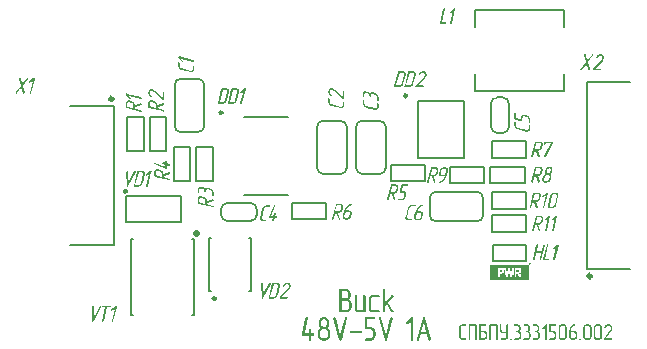
<source format=gto>
G04*
G04 #@! TF.GenerationSoftware,Altium Limited,Altium Designer,19.1.6 (110)*
G04*
G04 Layer_Color=65535*
%FSLAX43Y43*%
%MOMM*%
G71*
G01*
G75*
%ADD10C,0.300*%
%ADD11C,0.200*%
%ADD12C,0.250*%
%ADD13C,0.400*%
%ADD14C,0.600*%
G36*
X30455Y4888D02*
X30478Y4880D01*
X30504Y4862D01*
X30507D01*
X30510Y4856D01*
X30522Y4844D01*
X30531Y4821D01*
X30537Y4806D01*
Y4792D01*
Y3535D01*
Y3532D01*
X30534Y3521D01*
X30531Y3506D01*
X30525Y3488D01*
X30510Y3471D01*
X30493Y3456D01*
X30466Y3445D01*
X30431Y3442D01*
X29936D01*
X29922Y3445D01*
X29895Y3447D01*
X29866Y3453D01*
X29831Y3462D01*
X29793Y3480D01*
X29755Y3500D01*
X29720Y3529D01*
X29717Y3532D01*
X29705Y3544D01*
X29690Y3565D01*
X29676Y3591D01*
X29658Y3620D01*
X29643Y3658D01*
X29632Y3699D01*
X29629Y3746D01*
Y4792D01*
Y4795D01*
Y4798D01*
X29632Y4812D01*
X29641Y4833D01*
X29658Y4856D01*
Y4859D01*
X29664Y4862D01*
X29679Y4874D01*
X29702Y4885D01*
X29717Y4891D01*
X29740D01*
X29758Y4888D01*
X29781Y4880D01*
X29805Y4862D01*
X29807D01*
X29810Y4856D01*
X29822Y4844D01*
X29834Y4821D01*
X29840Y4806D01*
Y4792D01*
Y3746D01*
Y3743D01*
Y3737D01*
X29843Y3729D01*
Y3717D01*
X29851Y3691D01*
X29869Y3664D01*
X29872D01*
X29875Y3658D01*
X29889Y3650D01*
X29913Y3641D01*
X29942Y3635D01*
X30326D01*
Y4792D01*
Y4795D01*
Y4798D01*
X30329Y4812D01*
X30338Y4833D01*
X30355Y4856D01*
Y4859D01*
X30361Y4862D01*
X30376Y4874D01*
X30399Y4885D01*
X30414Y4891D01*
X30437D01*
X30455Y4888D01*
D02*
G37*
G36*
X32130Y5445D02*
X32153Y5436D01*
X32180Y5421D01*
X32183D01*
X32186Y5415D01*
X32197Y5404D01*
X32206Y5380D01*
X32212Y5366D01*
Y5351D01*
Y4285D01*
X32727Y4856D01*
X32730Y4859D01*
X32733Y4862D01*
X32751Y4877D01*
X32774Y4888D01*
X32792Y4891D01*
X32806Y4894D01*
X32812D01*
X32830Y4891D01*
X32853Y4880D01*
X32868Y4874D01*
X32880Y4862D01*
X32883D01*
X32885Y4856D01*
X32897Y4841D01*
X32906Y4821D01*
X32912Y4806D01*
Y4792D01*
Y4789D01*
Y4786D01*
X32909Y4771D01*
X32900Y4751D01*
X32885Y4727D01*
X32467Y4265D01*
X32897Y3585D01*
X32909Y3538D01*
Y3535D01*
Y3532D01*
X32906Y3515D01*
X32897Y3491D01*
X32880Y3468D01*
X32877D01*
X32874Y3465D01*
X32856Y3456D01*
X32833Y3445D01*
X32803Y3442D01*
X32798D01*
X32786Y3445D01*
X32771Y3447D01*
X32754Y3453D01*
X32751Y3456D01*
X32742Y3462D01*
X32730Y3471D01*
X32716Y3486D01*
X32323Y4106D01*
X32212Y3980D01*
Y3535D01*
Y3532D01*
Y3529D01*
X32209Y3512D01*
X32200Y3488D01*
X32186Y3468D01*
X32180Y3465D01*
X32165Y3456D01*
X32139Y3445D01*
X32106Y3442D01*
X32104D01*
X32092Y3445D01*
X32068Y3450D01*
X32039Y3465D01*
X32033Y3471D01*
X32022Y3483D01*
X32010Y3506D01*
X32007Y3518D01*
X32004Y3535D01*
Y5351D01*
Y5357D01*
X32007Y5369D01*
X32016Y5389D01*
X32033Y5413D01*
Y5415D01*
X32039Y5418D01*
X32054Y5430D01*
X32077Y5442D01*
X32092Y5448D01*
X32112D01*
X32130Y5445D01*
D02*
G37*
G36*
X31641Y4888D02*
X31664Y4877D01*
X31679Y4871D01*
X31691Y4859D01*
X31694D01*
X31696Y4853D01*
X31708Y4839D01*
X31717Y4818D01*
X31723Y4803D01*
Y4792D01*
Y4786D01*
X31720Y4771D01*
X31711Y4751D01*
X31696Y4727D01*
X31691Y4721D01*
X31676Y4713D01*
X31653Y4701D01*
X31635Y4698D01*
X31617Y4695D01*
X31122D01*
X31105Y4692D01*
X31081Y4680D01*
X31067Y4675D01*
X31055Y4663D01*
X31049Y4657D01*
X31040Y4642D01*
X31032Y4616D01*
X31026Y4584D01*
Y3746D01*
Y3743D01*
Y3737D01*
X31029Y3729D01*
Y3717D01*
X31038Y3691D01*
X31055Y3664D01*
X31058D01*
X31061Y3658D01*
X31076Y3650D01*
X31099Y3641D01*
X31128Y3635D01*
X31623D01*
X31641Y3632D01*
X31664Y3620D01*
X31679Y3614D01*
X31691Y3603D01*
X31694D01*
X31696Y3597D01*
X31708Y3582D01*
X31717Y3562D01*
X31723Y3547D01*
Y3535D01*
Y3529D01*
X31720Y3515D01*
X31711Y3494D01*
X31696Y3471D01*
X31691Y3465D01*
X31676Y3456D01*
X31653Y3447D01*
X31617Y3442D01*
X31122D01*
X31108Y3445D01*
X31081Y3447D01*
X31052Y3453D01*
X31017Y3462D01*
X30979Y3480D01*
X30941Y3500D01*
X30906Y3529D01*
X30903Y3532D01*
X30891Y3544D01*
X30876Y3565D01*
X30862Y3591D01*
X30844Y3620D01*
X30830Y3658D01*
X30818Y3699D01*
X30815Y3746D01*
Y4584D01*
Y4590D01*
X30818Y4601D01*
X30821Y4625D01*
X30827Y4651D01*
X30835Y4683D01*
X30853Y4718D01*
X30874Y4757D01*
X30903Y4792D01*
X30906Y4795D01*
X30917Y4806D01*
X30938Y4824D01*
X30964Y4841D01*
X30997Y4859D01*
X31035Y4877D01*
X31079Y4888D01*
X31128Y4891D01*
X31623D01*
X31641Y4888D01*
D02*
G37*
G36*
X28859Y5445D02*
X28873D01*
X28894Y5442D01*
X28938Y5430D01*
X28987Y5415D01*
X29040Y5392D01*
X29096Y5360D01*
X29122Y5339D01*
X29149Y5316D01*
X29151Y5313D01*
X29160Y5304D01*
X29172Y5292D01*
X29187Y5275D01*
X29201Y5254D01*
X29219Y5228D01*
X29233Y5202D01*
X29248Y5169D01*
X29269Y5093D01*
X29277Y5046D01*
X29280Y5003D01*
Y4862D01*
Y4856D01*
Y4844D01*
X29277Y4824D01*
X29274Y4798D01*
X29272Y4768D01*
X29263Y4736D01*
X29254Y4704D01*
X29239Y4672D01*
X29236Y4669D01*
X29233Y4657D01*
X29225Y4642D01*
X29213Y4625D01*
X29184Y4581D01*
X29163Y4560D01*
X29143Y4540D01*
X29146Y4537D01*
X29154Y4534D01*
X29169Y4522D01*
X29187Y4508D01*
X29207Y4490D01*
X29231Y4464D01*
X29254Y4431D01*
X29280Y4393D01*
X29283Y4388D01*
X29292Y4373D01*
X29304Y4352D01*
X29315Y4323D01*
X29327Y4288D01*
X29339Y4250D01*
X29348Y4209D01*
X29351Y4165D01*
Y3884D01*
Y3881D01*
Y3875D01*
Y3866D01*
X29348Y3855D01*
X29345Y3822D01*
X29333Y3778D01*
X29315Y3732D01*
X29292Y3679D01*
X29257Y3626D01*
X29233Y3600D01*
X29210Y3573D01*
X29207D01*
X29204Y3568D01*
X29195Y3562D01*
X29187Y3553D01*
X29157Y3532D01*
X29119Y3509D01*
X29072Y3483D01*
X29020Y3462D01*
X28961Y3447D01*
X28929Y3445D01*
X28897Y3442D01*
X28402D01*
X28390Y3445D01*
X28375Y3447D01*
X28355Y3453D01*
X28334Y3465D01*
X28320Y3483D01*
X28308Y3503D01*
X28302Y3535D01*
Y5351D01*
Y5354D01*
X28305Y5366D01*
X28308Y5380D01*
X28317Y5401D01*
X28329Y5418D01*
X28346Y5433D01*
X28372Y5445D01*
X28408Y5448D01*
X28844D01*
X28859Y5445D01*
D02*
G37*
G36*
X30179Y1851D02*
X30203Y1840D01*
X30217Y1834D01*
X30229Y1822D01*
X30232D01*
X30235Y1816D01*
X30247Y1804D01*
X30256Y1784D01*
X30261Y1769D01*
Y1758D01*
Y1755D01*
Y1752D01*
X30258Y1737D01*
X30250Y1714D01*
X30235Y1690D01*
X30229Y1684D01*
X30215Y1676D01*
X30191Y1664D01*
X30174Y1661D01*
X30156Y1658D01*
X29310D01*
X29301Y1661D01*
X29289D01*
X29263Y1673D01*
X29251Y1679D01*
X29239Y1690D01*
X29236Y1696D01*
X29228Y1711D01*
X29216Y1731D01*
X29213Y1758D01*
Y1761D01*
X29216Y1772D01*
X29222Y1790D01*
X29236Y1816D01*
Y1819D01*
X29242Y1822D01*
X29257Y1837D01*
X29283Y1848D01*
X29298Y1851D01*
X29318Y1854D01*
X30162D01*
X30179Y1851D01*
D02*
G37*
G36*
X32757Y3035D02*
X32783Y3026D01*
X32806Y3011D01*
X32809D01*
X32812Y3005D01*
X32824Y2994D01*
X32833Y2970D01*
X32839Y2955D01*
Y2941D01*
X32836Y2917D01*
X32347Y1116D01*
Y1113D01*
X32341Y1105D01*
X32335Y1090D01*
X32326Y1075D01*
X32311Y1061D01*
X32294Y1046D01*
X32273Y1037D01*
X32247Y1034D01*
X32235D01*
X32221Y1040D01*
X32206Y1046D01*
X32188Y1055D01*
X32171Y1069D01*
X32156Y1090D01*
X32145Y1116D01*
X31655Y2917D01*
X31653Y2941D01*
Y2944D01*
Y2947D01*
X31655Y2964D01*
X31664Y2985D01*
X31682Y3008D01*
X31685D01*
X31688Y3014D01*
X31702Y3023D01*
X31729Y3032D01*
X31758Y3037D01*
X31764D01*
X31776Y3035D01*
X31793Y3032D01*
X31814Y3023D01*
X31817Y3020D01*
X31828Y3011D01*
X31843Y2994D01*
X31849Y2979D01*
X31858Y2964D01*
X32247Y1538D01*
X32634Y2964D01*
Y2967D01*
X32639Y2979D01*
X32648Y2996D01*
X32663Y3014D01*
X32669Y3017D01*
X32680Y3023D01*
X32704Y3032D01*
X32730Y3037D01*
X32739D01*
X32757Y3035D01*
D02*
G37*
G36*
X28917Y3035D02*
X28944Y3026D01*
X28967Y3011D01*
X28970D01*
X28973Y3005D01*
X28985Y2994D01*
X28993Y2970D01*
X28999Y2955D01*
Y2941D01*
X28996Y2917D01*
X28507Y1116D01*
Y1113D01*
X28501Y1105D01*
X28495Y1090D01*
X28487Y1075D01*
X28472Y1061D01*
X28454Y1046D01*
X28434Y1037D01*
X28408Y1034D01*
X28396D01*
X28381Y1040D01*
X28367Y1046D01*
X28349Y1055D01*
X28331Y1069D01*
X28317Y1090D01*
X28305Y1116D01*
X27816Y2917D01*
X27813Y2941D01*
Y2944D01*
Y2947D01*
X27816Y2964D01*
X27825Y2985D01*
X27842Y3008D01*
X27845D01*
X27848Y3014D01*
X27863Y3023D01*
X27889Y3032D01*
X27919Y3037D01*
X27924D01*
X27936Y3035D01*
X27954Y3032D01*
X27974Y3023D01*
X27977Y3020D01*
X27989Y3011D01*
X28003Y2994D01*
X28009Y2979D01*
X28018Y2964D01*
X28408Y1538D01*
X28794Y2964D01*
Y2967D01*
X28800Y2979D01*
X28809Y2996D01*
X28823Y3014D01*
X28829Y3017D01*
X28841Y3023D01*
X28864Y3032D01*
X28891Y3037D01*
X28900D01*
X28917Y3035D01*
D02*
G37*
G36*
X35486Y3037D02*
X35501Y3029D01*
X35518Y3020D01*
X35533Y3005D01*
X35548Y2985D01*
X35559Y2955D01*
X36048Y1151D01*
X36051Y1128D01*
Y1125D01*
Y1122D01*
X36048Y1107D01*
X36040Y1084D01*
X36022Y1061D01*
X36019D01*
X36016Y1058D01*
X35999Y1049D01*
X35975Y1037D01*
X35946Y1034D01*
X35940D01*
X35925Y1037D01*
X35905Y1043D01*
X35884Y1052D01*
X35881Y1055D01*
X35870Y1066D01*
X35858Y1084D01*
X35846Y1107D01*
X35715Y1591D01*
X35202D01*
X35073Y1107D01*
Y1102D01*
X35067Y1090D01*
X35056Y1072D01*
X35038Y1055D01*
X35032Y1052D01*
X35018Y1046D01*
X34997Y1037D01*
X34971Y1034D01*
X34965D01*
X34947Y1037D01*
X34924Y1046D01*
X34897Y1061D01*
X34892Y1066D01*
X34883Y1078D01*
X34871Y1102D01*
X34868Y1116D01*
X34865Y1131D01*
X34868Y1151D01*
X35357Y2955D01*
Y2958D01*
X35363Y2970D01*
X35369Y2982D01*
X35378Y2999D01*
X35392Y3014D01*
X35410Y3029D01*
X35433Y3037D01*
X35460Y3040D01*
X35471D01*
X35486Y3037D01*
D02*
G37*
G36*
X34508D02*
X34531Y3029D01*
X34558Y3011D01*
X34561D01*
X34564Y3005D01*
X34575Y2994D01*
X34584Y2973D01*
X34590Y2958D01*
Y2944D01*
Y1128D01*
Y1125D01*
Y1122D01*
X34587Y1105D01*
X34578Y1081D01*
X34561Y1061D01*
X34555Y1058D01*
X34540Y1049D01*
X34517Y1037D01*
X34484Y1034D01*
X34482D01*
X34467Y1037D01*
X34446Y1043D01*
X34414Y1058D01*
X34408Y1064D01*
X34397Y1075D01*
X34385Y1099D01*
X34382Y1110D01*
X34379Y1128D01*
Y2698D01*
X34142Y2461D01*
X34136Y2455D01*
X34121Y2446D01*
X34098Y2434D01*
X34083Y2431D01*
X34069Y2428D01*
X34060D01*
X34042Y2431D01*
X34016Y2440D01*
X33992Y2458D01*
X33987Y2463D01*
X33978Y2478D01*
X33969Y2499D01*
X33963Y2525D01*
Y2528D01*
X33966Y2540D01*
X33975Y2557D01*
X33990Y2586D01*
X34408Y3008D01*
Y3011D01*
X34414Y3014D01*
X34429Y3026D01*
X34452Y3035D01*
X34467Y3040D01*
X34490D01*
X34508Y3037D01*
D02*
G37*
G36*
X31295Y3037D02*
X31319Y3026D01*
X31333Y3020D01*
X31345Y3008D01*
X31348D01*
X31351Y3002D01*
X31363Y2991D01*
X31371Y2970D01*
X31377Y2955D01*
Y2944D01*
Y2941D01*
Y2938D01*
X31374Y2923D01*
X31366Y2900D01*
X31351Y2876D01*
X31345Y2871D01*
X31330Y2862D01*
X31307Y2853D01*
X31272Y2847D01*
X30680D01*
Y2203D01*
X30944D01*
X30958Y2200D01*
X30973D01*
X30994Y2197D01*
X31038Y2185D01*
X31087Y2171D01*
X31140Y2147D01*
X31193Y2115D01*
X31219Y2094D01*
X31245Y2071D01*
X31248D01*
X31251Y2065D01*
X31266Y2048D01*
X31286Y2021D01*
X31313Y1983D01*
X31336Y1936D01*
X31357Y1884D01*
X31371Y1822D01*
X31377Y1790D01*
Y1758D01*
Y1476D01*
Y1474D01*
Y1468D01*
Y1459D01*
X31374Y1447D01*
X31371Y1412D01*
X31360Y1371D01*
X31345Y1321D01*
X31322Y1271D01*
X31289Y1219D01*
X31269Y1192D01*
X31245Y1166D01*
X31240Y1160D01*
X31222Y1146D01*
X31193Y1125D01*
X31158Y1102D01*
X31111Y1075D01*
X31055Y1055D01*
X30994Y1040D01*
X30961Y1037D01*
X30926Y1034D01*
X30566D01*
X30557Y1037D01*
X30545D01*
X30519Y1046D01*
X30496Y1061D01*
Y1064D01*
X30493Y1066D01*
X30484Y1081D01*
X30472Y1102D01*
X30469Y1128D01*
Y1131D01*
X30472Y1146D01*
X30478Y1163D01*
X30493Y1189D01*
Y1192D01*
X30499Y1195D01*
X30513Y1210D01*
X30540Y1222D01*
X30554Y1225D01*
X30575Y1228D01*
X30944D01*
X30961Y1230D01*
X30985Y1236D01*
X31008Y1245D01*
X31038Y1257D01*
X31067Y1274D01*
X31093Y1298D01*
X31096Y1301D01*
X31105Y1312D01*
X31117Y1327D01*
X31131Y1348D01*
X31143Y1374D01*
X31155Y1403D01*
X31163Y1438D01*
X31166Y1476D01*
Y1758D01*
Y1763D01*
Y1775D01*
X31163Y1796D01*
X31158Y1819D01*
X31149Y1848D01*
X31134Y1878D01*
X31117Y1907D01*
X31093Y1933D01*
X31090Y1936D01*
X31081Y1945D01*
X31067Y1957D01*
X31046Y1971D01*
X31023Y1983D01*
X30994Y1995D01*
X30961Y2004D01*
X30926Y2007D01*
X30569D01*
X30557Y2009D01*
X30543Y2012D01*
X30522Y2018D01*
X30502Y2030D01*
X30487Y2048D01*
X30475Y2071D01*
X30469Y2103D01*
Y2944D01*
Y2947D01*
X30472Y2958D01*
X30475Y2973D01*
X30484Y2994D01*
X30496Y3011D01*
X30513Y3026D01*
X30540Y3037D01*
X30575Y3040D01*
X31278D01*
X31295Y3037D01*
D02*
G37*
G36*
X27043D02*
X27060D01*
X27078Y3035D01*
X27122Y3023D01*
X27175Y3008D01*
X27227Y2985D01*
X27283Y2953D01*
X27309Y2932D01*
X27336Y2909D01*
X27339Y2906D01*
X27347Y2897D01*
X27359Y2885D01*
X27374Y2868D01*
X27388Y2847D01*
X27406Y2824D01*
X27435Y2765D01*
X27456Y2689D01*
X27465Y2642D01*
X27468Y2595D01*
Y2455D01*
Y2449D01*
Y2437D01*
X27465Y2417D01*
X27462Y2390D01*
X27459Y2361D01*
X27450Y2329D01*
X27441Y2294D01*
X27427Y2261D01*
X27424Y2258D01*
X27421Y2247D01*
X27412Y2232D01*
X27400Y2214D01*
X27371Y2173D01*
X27353Y2153D01*
X27333Y2132D01*
X27336D01*
X27345Y2127D01*
X27356Y2118D01*
X27374Y2103D01*
X27394Y2086D01*
X27418Y2062D01*
X27441Y2030D01*
X27468Y1992D01*
X27470Y1986D01*
X27479Y1971D01*
X27491Y1951D01*
X27503Y1922D01*
X27514Y1886D01*
X27526Y1845D01*
X27535Y1804D01*
X27538Y1758D01*
Y1476D01*
Y1474D01*
Y1468D01*
Y1459D01*
X27535Y1447D01*
X27532Y1412D01*
X27520Y1368D01*
X27506Y1321D01*
X27482Y1269D01*
X27450Y1216D01*
X27429Y1189D01*
X27406Y1163D01*
X27400Y1157D01*
X27383Y1143D01*
X27353Y1122D01*
X27315Y1099D01*
X27268Y1075D01*
X27216Y1055D01*
X27151Y1040D01*
X27119Y1037D01*
X27084Y1034D01*
X26926D01*
X26914Y1037D01*
X26882Y1040D01*
X26838Y1052D01*
X26788Y1066D01*
X26735Y1090D01*
X26680Y1122D01*
X26653Y1140D01*
X26627Y1163D01*
Y1166D01*
X26621Y1169D01*
X26607Y1187D01*
X26583Y1213D01*
X26560Y1251D01*
X26533Y1295D01*
X26510Y1351D01*
X26495Y1409D01*
X26492Y1441D01*
X26489Y1476D01*
Y1758D01*
Y1763D01*
Y1778D01*
X26492Y1799D01*
X26498Y1825D01*
X26504Y1860D01*
X26516Y1895D01*
X26530Y1933D01*
X26551Y1971D01*
X26554Y1977D01*
X26563Y1989D01*
X26574Y2007D01*
X26595Y2030D01*
X26615Y2056D01*
X26639Y2083D01*
X26668Y2109D01*
X26697Y2132D01*
X26694Y2135D01*
X26689Y2141D01*
X26680Y2150D01*
X26668Y2162D01*
X26653Y2179D01*
X26636Y2203D01*
X26621Y2229D01*
X26604Y2258D01*
X26601Y2261D01*
X26598Y2273D01*
X26589Y2294D01*
X26583Y2317D01*
X26574Y2346D01*
X26566Y2378D01*
X26563Y2417D01*
X26560Y2455D01*
Y2595D01*
Y2598D01*
Y2604D01*
Y2613D01*
X26563Y2625D01*
X26566Y2657D01*
X26577Y2698D01*
X26592Y2745D01*
X26615Y2797D01*
X26648Y2853D01*
X26665Y2879D01*
X26689Y2906D01*
X26691Y2909D01*
X26700Y2917D01*
X26715Y2929D01*
X26732Y2944D01*
X26753Y2961D01*
X26779Y2979D01*
X26806Y2994D01*
X26835Y3008D01*
X26917Y3029D01*
X26964Y3037D01*
X27011Y3040D01*
X27028D01*
X27043Y3037D01*
D02*
G37*
G36*
X25567D02*
X25593Y3029D01*
X25620Y3014D01*
X25622D01*
X25625Y3008D01*
X25637Y2996D01*
X25646Y2973D01*
X25652Y2958D01*
Y2944D01*
X25649Y2926D01*
X25394Y1646D01*
X25722D01*
Y1968D01*
Y1974D01*
X25725Y1986D01*
X25734Y2007D01*
X25751Y2030D01*
Y2033D01*
X25757Y2036D01*
X25772Y2048D01*
X25795Y2059D01*
X25810Y2065D01*
X25833D01*
X25851Y2062D01*
X25874Y2053D01*
X25898Y2039D01*
X25901D01*
X25904Y2033D01*
X25915Y2021D01*
X25924Y1998D01*
X25930Y1983D01*
Y1968D01*
Y1646D01*
X26115D01*
X26132Y1643D01*
X26156Y1632D01*
X26167Y1626D01*
X26179Y1614D01*
X26182D01*
X26185Y1608D01*
X26197Y1594D01*
X26205Y1573D01*
X26211Y1558D01*
Y1547D01*
Y1541D01*
X26208Y1526D01*
X26199Y1506D01*
X26185Y1482D01*
X26179Y1476D01*
X26164Y1468D01*
X26141Y1456D01*
X26123Y1453D01*
X26106Y1450D01*
X25930D01*
Y1128D01*
Y1125D01*
Y1122D01*
X25927Y1105D01*
X25918Y1081D01*
X25904Y1061D01*
X25898Y1058D01*
X25883Y1049D01*
X25857Y1037D01*
X25827Y1034D01*
X25825D01*
X25810Y1037D01*
X25789Y1043D01*
X25757Y1058D01*
X25751Y1064D01*
X25740Y1075D01*
X25728Y1099D01*
X25725Y1110D01*
X25722Y1128D01*
Y1450D01*
X25259D01*
X25242Y1453D01*
X25215Y1462D01*
X25192Y1476D01*
X25186Y1482D01*
X25177Y1497D01*
X25169Y1517D01*
X25163Y1547D01*
X25166Y1564D01*
X25444Y2961D01*
Y2964D01*
X25447Y2967D01*
X25453Y2985D01*
X25464Y3002D01*
X25485Y3023D01*
X25538Y3040D01*
X25555D01*
X25567Y3037D01*
D02*
G37*
G36*
X42546Y2429D02*
X42561Y2423D01*
X42579Y2413D01*
X42581D01*
X42583Y2409D01*
X42591Y2401D01*
X42596Y2386D01*
X42600Y2376D01*
Y2366D01*
Y1389D01*
Y1387D01*
Y1383D01*
Y1377D01*
X42598Y1369D01*
X42596Y1346D01*
X42589Y1319D01*
X42579Y1286D01*
X42563Y1252D01*
X42542Y1217D01*
X42528Y1200D01*
X42513Y1182D01*
X42509Y1178D01*
X42497Y1169D01*
X42477Y1155D01*
X42452Y1139D01*
X42421Y1122D01*
X42386Y1108D01*
X42343Y1098D01*
X42321Y1096D01*
X42298Y1094D01*
X42060D01*
X42054Y1096D01*
X42046D01*
X42029Y1102D01*
X42011Y1112D01*
Y1114D01*
X42009Y1116D01*
X42003Y1126D01*
X41998Y1139D01*
X41996Y1157D01*
Y1159D01*
X41998Y1169D01*
X42001Y1180D01*
X42011Y1198D01*
Y1200D01*
X42015Y1202D01*
X42025Y1211D01*
X42042Y1219D01*
X42052Y1221D01*
X42066Y1223D01*
X42310D01*
X42321Y1225D01*
X42337Y1229D01*
X42355Y1235D01*
X42372Y1243D01*
X42392Y1254D01*
X42411Y1270D01*
X42413Y1272D01*
X42419Y1278D01*
X42427Y1289D01*
X42436Y1303D01*
X42446Y1319D01*
X42454Y1340D01*
X42460Y1364D01*
X42462Y1389D01*
Y1650D01*
X42193D01*
X42185Y1652D01*
X42163Y1654D01*
X42134Y1662D01*
X42101Y1672D01*
X42066Y1687D01*
X42027Y1709D01*
X42009Y1723D01*
X41990Y1738D01*
X41988Y1740D01*
X41984Y1746D01*
X41976Y1756D01*
X41966Y1767D01*
X41957Y1781D01*
X41945Y1799D01*
X41923Y1836D01*
X41910Y1886D01*
X41904Y1918D01*
X41902Y1947D01*
Y2366D01*
Y2370D01*
X41904Y2378D01*
X41910Y2392D01*
X41921Y2407D01*
Y2409D01*
X41925Y2411D01*
X41935Y2419D01*
X41951Y2427D01*
X41960Y2431D01*
X41976D01*
X41988Y2429D01*
X42003Y2423D01*
X42019Y2413D01*
X42021D01*
X42023Y2409D01*
X42031Y2401D01*
X42039Y2386D01*
X42042Y2376D01*
Y2366D01*
Y1947D01*
Y1943D01*
Y1935D01*
X42044Y1921D01*
X42048Y1906D01*
X42054Y1886D01*
X42062Y1867D01*
X42074Y1847D01*
X42089Y1828D01*
X42091Y1826D01*
X42097Y1820D01*
X42109Y1812D01*
X42122Y1804D01*
X42138Y1797D01*
X42158Y1789D01*
X42181Y1783D01*
X42204Y1781D01*
X42462D01*
Y2366D01*
Y2370D01*
X42464Y2378D01*
X42470Y2392D01*
X42481Y2407D01*
Y2409D01*
X42485Y2411D01*
X42495Y2419D01*
X42511Y2427D01*
X42520Y2431D01*
X42534D01*
X42546Y2429D01*
D02*
G37*
G36*
X51094Y2431D02*
X51107D01*
X51121Y2427D01*
X51156Y2421D01*
X51197Y2409D01*
X51240Y2392D01*
X51262Y2380D01*
X51283Y2368D01*
X51304Y2353D01*
X51326Y2335D01*
X51328Y2333D01*
X51332Y2331D01*
X51336Y2325D01*
X51343Y2317D01*
X51353Y2308D01*
X51363Y2296D01*
X51384Y2267D01*
X51404Y2232D01*
X51423Y2191D01*
X51431Y2167D01*
X51435Y2144D01*
X51439Y2119D01*
X51441Y2093D01*
Y2091D01*
Y2085D01*
Y2076D01*
X51439Y2064D01*
X51437Y2050D01*
X51435Y2035D01*
X51427Y2000D01*
Y1998D01*
X51425Y1992D01*
X51421Y1982D01*
X51416Y1970D01*
X51410Y1955D01*
X51400Y1937D01*
X51390Y1918D01*
X51377Y1896D01*
X50932Y1223D01*
X51367D01*
X51379Y1221D01*
X51394Y1213D01*
X51404Y1209D01*
X51412Y1202D01*
X51414D01*
X51416Y1198D01*
X51423Y1188D01*
X51429Y1174D01*
X51433Y1165D01*
Y1157D01*
Y1153D01*
X51431Y1143D01*
X51425Y1130D01*
X51416Y1114D01*
X51412Y1110D01*
X51402Y1104D01*
X51386Y1098D01*
X51363Y1094D01*
X50803D01*
X50791Y1096D01*
X50774Y1102D01*
X50756Y1114D01*
Y1116D01*
X50754Y1118D01*
X50748Y1128D01*
X50741Y1143D01*
X50739Y1161D01*
Y1165D01*
X50741Y1170D01*
X50743Y1182D01*
X50747Y1192D01*
X51258Y1964D01*
X51277Y2000D01*
X51289Y2031D01*
Y2033D01*
X51291Y2037D01*
X51293Y2042D01*
X51295Y2050D01*
X51297Y2070D01*
X51299Y2093D01*
Y2095D01*
Y2097D01*
X51297Y2109D01*
X51295Y2124D01*
X51291Y2144D01*
X51281Y2167D01*
X51269Y2193D01*
X51254Y2218D01*
X51230Y2241D01*
X51228Y2243D01*
X51224Y2245D01*
X51219Y2251D01*
X51209Y2257D01*
X51187Y2269D01*
X51158Y2282D01*
X51156D01*
X51150Y2284D01*
X51143Y2288D01*
X51133Y2292D01*
X51105Y2298D01*
X51076Y2300D01*
X51066D01*
X51057Y2298D01*
X51041Y2296D01*
X51025Y2292D01*
X51008Y2286D01*
X50990Y2278D01*
X50971Y2267D01*
X50969Y2265D01*
X50963Y2261D01*
X50953Y2253D01*
X50942Y2241D01*
X50930Y2226D01*
X50916Y2206D01*
X50903Y2183D01*
X50889Y2156D01*
X50887Y2152D01*
X50883Y2144D01*
X50875Y2134D01*
X50864Y2122D01*
X50862Y2120D01*
X50854Y2119D01*
X50842Y2115D01*
X50827Y2111D01*
X50821D01*
X50815Y2113D01*
X50809D01*
X50791Y2119D01*
X50774Y2128D01*
X50770Y2132D01*
X50764Y2142D01*
X50756Y2158D01*
X50754Y2167D01*
X50752Y2177D01*
X50756Y2197D01*
Y2198D01*
X50758Y2202D01*
X50760Y2208D01*
X50764Y2216D01*
X50774Y2238D01*
X50787Y2263D01*
X50805Y2292D01*
X50828Y2323D01*
X50854Y2351D01*
X50885Y2376D01*
X50889Y2378D01*
X50899Y2386D01*
X50916Y2394D01*
X50938Y2405D01*
X50965Y2415D01*
X50996Y2425D01*
X51031Y2431D01*
X51070Y2433D01*
X51084D01*
X51094Y2431D01*
D02*
G37*
G36*
X50271Y2429D02*
X50280D01*
X50294Y2427D01*
X50323Y2419D01*
X50356Y2409D01*
X50392Y2394D01*
X50427Y2372D01*
X50444Y2358D01*
X50462Y2343D01*
X50464D01*
X50466Y2339D01*
X50475Y2327D01*
X50491Y2310D01*
X50507Y2284D01*
X50522Y2255D01*
X50538Y2218D01*
X50548Y2179D01*
X50551Y2158D01*
Y2134D01*
Y1389D01*
Y1387D01*
Y1383D01*
Y1377D01*
X50550Y1369D01*
X50548Y1346D01*
X50540Y1319D01*
X50530Y1286D01*
X50514Y1252D01*
X50493Y1217D01*
X50479Y1200D01*
X50464Y1182D01*
X50460Y1178D01*
X50448Y1169D01*
X50429Y1155D01*
X50403Y1139D01*
X50372Y1122D01*
X50337Y1108D01*
X50294Y1098D01*
X50273Y1096D01*
X50249Y1094D01*
X50144D01*
X50136Y1096D01*
X50114Y1098D01*
X50085Y1106D01*
X50052Y1116D01*
X50017Y1131D01*
X49980Y1153D01*
X49962Y1165D01*
X49945Y1180D01*
Y1182D01*
X49941Y1184D01*
X49931Y1196D01*
X49916Y1213D01*
X49900Y1239D01*
X49882Y1268D01*
X49867Y1305D01*
X49857Y1344D01*
X49855Y1366D01*
X49853Y1389D01*
Y2134D01*
Y2136D01*
Y2140D01*
Y2146D01*
X49855Y2154D01*
X49857Y2175D01*
X49865Y2204D01*
X49875Y2236D01*
X49890Y2271D01*
X49912Y2306D01*
X49923Y2323D01*
X49939Y2341D01*
X49941Y2343D01*
X49943Y2345D01*
X49955Y2355D01*
X49974Y2370D01*
X49999Y2386D01*
X50031Y2401D01*
X50068Y2417D01*
X50109Y2427D01*
X50132Y2431D01*
X50261D01*
X50271Y2429D01*
D02*
G37*
G36*
X49387D02*
X49397D01*
X49410Y2427D01*
X49440Y2419D01*
X49473Y2409D01*
X49508Y2394D01*
X49543Y2372D01*
X49561Y2358D01*
X49578Y2343D01*
X49580D01*
X49582Y2339D01*
X49592Y2327D01*
X49607Y2310D01*
X49623Y2284D01*
X49639Y2255D01*
X49654Y2218D01*
X49664Y2179D01*
X49668Y2158D01*
Y2134D01*
Y1389D01*
Y1387D01*
Y1383D01*
Y1377D01*
X49666Y1369D01*
X49664Y1346D01*
X49656Y1319D01*
X49646Y1286D01*
X49631Y1252D01*
X49609Y1217D01*
X49596Y1200D01*
X49580Y1182D01*
X49576Y1178D01*
X49564Y1169D01*
X49545Y1155D01*
X49520Y1139D01*
X49488Y1122D01*
X49453Y1108D01*
X49410Y1098D01*
X49389Y1096D01*
X49365Y1094D01*
X49260D01*
X49252Y1096D01*
X49231Y1098D01*
X49202Y1106D01*
X49168Y1116D01*
X49133Y1131D01*
X49096Y1153D01*
X49079Y1165D01*
X49061Y1180D01*
Y1182D01*
X49057Y1184D01*
X49047Y1196D01*
X49032Y1213D01*
X49016Y1239D01*
X48999Y1268D01*
X48983Y1305D01*
X48973Y1344D01*
X48971Y1366D01*
X48969Y1389D01*
Y2134D01*
Y2136D01*
Y2140D01*
Y2146D01*
X48971Y2154D01*
X48973Y2175D01*
X48981Y2204D01*
X48991Y2236D01*
X49007Y2271D01*
X49028Y2306D01*
X49040Y2323D01*
X49055Y2341D01*
X49057Y2343D01*
X49059Y2345D01*
X49071Y2355D01*
X49090Y2370D01*
X49116Y2386D01*
X49147Y2401D01*
X49184Y2417D01*
X49225Y2427D01*
X49248Y2431D01*
X49377D01*
X49387Y2429D01*
D02*
G37*
G36*
X48729Y1221D02*
X48745Y1213D01*
X48755Y1209D01*
X48763Y1202D01*
X48765D01*
X48767Y1198D01*
X48774Y1188D01*
X48780Y1174D01*
X48784Y1165D01*
Y1157D01*
Y1153D01*
X48782Y1143D01*
X48776Y1130D01*
X48767Y1114D01*
X48763Y1110D01*
X48753Y1104D01*
X48737Y1098D01*
X48714Y1094D01*
X48708D01*
X48702Y1096D01*
X48694D01*
X48677Y1102D01*
X48661Y1112D01*
Y1114D01*
X48659Y1116D01*
X48653Y1126D01*
X48646Y1139D01*
X48644Y1157D01*
Y1159D01*
X48646Y1169D01*
X48650Y1180D01*
X48659Y1198D01*
Y1200D01*
X48663Y1202D01*
X48673Y1211D01*
X48690Y1219D01*
X48700Y1221D01*
X48714Y1223D01*
X48718D01*
X48729Y1221D01*
D02*
G37*
G36*
X48215Y2431D02*
X48222D01*
X48238Y2423D01*
X48246Y2419D01*
X48254Y2411D01*
X48255Y2407D01*
X48263Y2397D01*
X48269Y2382D01*
X48271Y2364D01*
Y2362D01*
Y2355D01*
X48267Y2345D01*
X48263Y2335D01*
X48261Y2333D01*
X48255Y2327D01*
X48246Y2317D01*
X48230Y2306D01*
X48211Y2300D01*
X48193Y2290D01*
X48154Y2271D01*
X48152D01*
X48148Y2267D01*
X48142Y2263D01*
X48135Y2257D01*
X48113Y2243D01*
X48090Y2224D01*
X48088Y2222D01*
X48080Y2216D01*
X48070Y2206D01*
X48056Y2193D01*
X48039Y2175D01*
X48021Y2154D01*
X48002Y2130D01*
X47982Y2101D01*
X47980Y2099D01*
X47977Y2091D01*
X47971Y2079D01*
X47963Y2066D01*
X47953Y2046D01*
X47945Y2027D01*
X47936Y2003D01*
X47926Y1978D01*
Y1976D01*
X47922Y1966D01*
X47918Y1955D01*
X47914Y1941D01*
X47906Y1906D01*
X47904Y1888D01*
X47902Y1873D01*
X48168D01*
X48177Y1871D01*
X48187D01*
X48201Y1869D01*
X48230Y1861D01*
X48263Y1851D01*
X48300Y1836D01*
X48335Y1814D01*
X48353Y1801D01*
X48371Y1785D01*
X48373D01*
X48374Y1781D01*
X48384Y1769D01*
X48398Y1752D01*
X48415Y1726D01*
X48431Y1697D01*
X48445Y1660D01*
X48454Y1621D01*
X48458Y1600D01*
Y1576D01*
Y1389D01*
Y1387D01*
Y1383D01*
Y1377D01*
X48456Y1369D01*
X48454Y1346D01*
X48447Y1317D01*
X48437Y1286D01*
X48421Y1250D01*
X48400Y1215D01*
X48386Y1198D01*
X48371Y1180D01*
X48367Y1176D01*
X48355Y1167D01*
X48335Y1153D01*
X48310Y1137D01*
X48279Y1122D01*
X48244Y1108D01*
X48201Y1098D01*
X48179Y1096D01*
X48156Y1094D01*
X48051D01*
X48043Y1096D01*
X48021Y1098D01*
X47992Y1106D01*
X47959Y1116D01*
X47924Y1131D01*
X47887Y1153D01*
X47869Y1165D01*
X47852Y1180D01*
Y1182D01*
X47848Y1184D01*
X47838Y1196D01*
X47822Y1213D01*
X47807Y1239D01*
X47789Y1268D01*
X47774Y1305D01*
X47764Y1344D01*
X47762Y1366D01*
X47760Y1389D01*
Y1804D01*
Y1806D01*
Y1814D01*
Y1824D01*
X47762Y1838D01*
X47764Y1855D01*
X47766Y1875D01*
X47768Y1898D01*
X47774Y1923D01*
X47785Y1980D01*
X47803Y2040D01*
X47815Y2072D01*
X47830Y2105D01*
X47846Y2136D01*
X47863Y2167D01*
X47865Y2169D01*
X47869Y2175D01*
X47875Y2185D01*
X47885Y2197D01*
X47895Y2212D01*
X47910Y2228D01*
X47926Y2247D01*
X47945Y2267D01*
X47965Y2288D01*
X47988Y2310D01*
X48016Y2331D01*
X48043Y2353D01*
X48074Y2374D01*
X48105Y2394D01*
X48140Y2411D01*
X48177Y2427D01*
X48203Y2433D01*
X48209D01*
X48215Y2431D01*
D02*
G37*
G36*
X47294Y2429D02*
X47304D01*
X47317Y2427D01*
X47346Y2419D01*
X47380Y2409D01*
X47415Y2394D01*
X47450Y2372D01*
X47467Y2358D01*
X47485Y2343D01*
X47487D01*
X47489Y2339D01*
X47499Y2327D01*
X47514Y2310D01*
X47530Y2284D01*
X47545Y2255D01*
X47561Y2218D01*
X47571Y2179D01*
X47575Y2158D01*
Y2134D01*
Y1389D01*
Y1387D01*
Y1383D01*
Y1377D01*
X47573Y1369D01*
X47571Y1346D01*
X47563Y1319D01*
X47553Y1286D01*
X47538Y1252D01*
X47516Y1217D01*
X47502Y1200D01*
X47487Y1182D01*
X47483Y1178D01*
X47471Y1169D01*
X47452Y1155D01*
X47426Y1139D01*
X47395Y1122D01*
X47360Y1108D01*
X47317Y1098D01*
X47296Y1096D01*
X47272Y1094D01*
X47167D01*
X47159Y1096D01*
X47138Y1098D01*
X47108Y1106D01*
X47075Y1116D01*
X47040Y1131D01*
X47003Y1153D01*
X46986Y1165D01*
X46968Y1180D01*
Y1182D01*
X46964Y1184D01*
X46954Y1196D01*
X46939Y1213D01*
X46923Y1239D01*
X46906Y1268D01*
X46890Y1305D01*
X46880Y1344D01*
X46878Y1366D01*
X46876Y1389D01*
Y2134D01*
Y2136D01*
Y2140D01*
Y2146D01*
X46878Y2154D01*
X46880Y2175D01*
X46888Y2204D01*
X46898Y2236D01*
X46913Y2271D01*
X46935Y2306D01*
X46947Y2323D01*
X46962Y2341D01*
X46964Y2343D01*
X46966Y2345D01*
X46978Y2355D01*
X46997Y2370D01*
X47023Y2386D01*
X47054Y2401D01*
X47091Y2417D01*
X47132Y2427D01*
X47155Y2431D01*
X47284D01*
X47294Y2429D01*
D02*
G37*
G36*
X46636D02*
X46652Y2421D01*
X46662Y2417D01*
X46670Y2409D01*
X46671D01*
X46673Y2405D01*
X46681Y2397D01*
X46687Y2384D01*
X46691Y2374D01*
Y2366D01*
Y2364D01*
Y2362D01*
X46689Y2353D01*
X46683Y2337D01*
X46673Y2321D01*
X46670Y2317D01*
X46660Y2312D01*
X46644Y2306D01*
X46621Y2302D01*
X46227D01*
Y1873D01*
X46402D01*
X46412Y1871D01*
X46422D01*
X46435Y1869D01*
X46465Y1861D01*
X46498Y1851D01*
X46533Y1836D01*
X46568Y1814D01*
X46586Y1801D01*
X46603Y1785D01*
X46605D01*
X46607Y1781D01*
X46617Y1769D01*
X46631Y1752D01*
X46648Y1726D01*
X46664Y1695D01*
X46677Y1660D01*
X46687Y1619D01*
X46691Y1598D01*
Y1576D01*
Y1389D01*
Y1387D01*
Y1383D01*
Y1377D01*
X46689Y1369D01*
X46687Y1346D01*
X46679Y1319D01*
X46670Y1286D01*
X46654Y1252D01*
X46632Y1217D01*
X46619Y1200D01*
X46603Y1182D01*
X46599Y1178D01*
X46588Y1169D01*
X46568Y1155D01*
X46545Y1139D01*
X46513Y1122D01*
X46476Y1108D01*
X46435Y1098D01*
X46414Y1096D01*
X46391Y1094D01*
X46151D01*
X46145Y1096D01*
X46137D01*
X46119Y1102D01*
X46104Y1112D01*
Y1114D01*
X46102Y1116D01*
X46096Y1126D01*
X46088Y1139D01*
X46086Y1157D01*
Y1159D01*
X46088Y1169D01*
X46092Y1180D01*
X46102Y1198D01*
Y1200D01*
X46106Y1202D01*
X46116Y1211D01*
X46133Y1219D01*
X46143Y1221D01*
X46156Y1223D01*
X46402D01*
X46414Y1225D01*
X46430Y1229D01*
X46445Y1235D01*
X46465Y1243D01*
X46484Y1254D01*
X46502Y1270D01*
X46504Y1272D01*
X46510Y1280D01*
X46517Y1289D01*
X46527Y1303D01*
X46535Y1321D01*
X46543Y1340D01*
X46549Y1364D01*
X46551Y1389D01*
Y1576D01*
Y1580D01*
Y1588D01*
X46549Y1602D01*
X46545Y1617D01*
X46539Y1637D01*
X46529Y1656D01*
X46517Y1676D01*
X46502Y1693D01*
X46500Y1695D01*
X46494Y1701D01*
X46484Y1709D01*
X46471Y1719D01*
X46455Y1726D01*
X46435Y1734D01*
X46414Y1740D01*
X46391Y1742D01*
X46153D01*
X46145Y1744D01*
X46135Y1746D01*
X46121Y1750D01*
X46108Y1758D01*
X46098Y1769D01*
X46090Y1785D01*
X46086Y1806D01*
Y2366D01*
Y2368D01*
X46088Y2376D01*
X46090Y2386D01*
X46096Y2399D01*
X46104Y2411D01*
X46116Y2421D01*
X46133Y2429D01*
X46156Y2431D01*
X46625D01*
X46636Y2429D01*
D02*
G37*
G36*
X45846D02*
X45862Y2423D01*
X45879Y2411D01*
X45881D01*
X45883Y2407D01*
X45891Y2399D01*
X45897Y2386D01*
X45901Y2376D01*
Y2366D01*
Y1157D01*
Y1155D01*
Y1153D01*
X45899Y1141D01*
X45893Y1126D01*
X45881Y1112D01*
X45878Y1110D01*
X45868Y1104D01*
X45852Y1096D01*
X45831Y1094D01*
X45829D01*
X45819Y1096D01*
X45805Y1100D01*
X45784Y1110D01*
X45780Y1114D01*
X45772Y1122D01*
X45764Y1137D01*
X45762Y1145D01*
X45761Y1157D01*
Y2202D01*
X45602Y2044D01*
X45599Y2040D01*
X45589Y2035D01*
X45573Y2027D01*
X45563Y2025D01*
X45554Y2023D01*
X45548D01*
X45536Y2025D01*
X45519Y2031D01*
X45503Y2042D01*
X45499Y2046D01*
X45493Y2056D01*
X45487Y2070D01*
X45484Y2087D01*
Y2089D01*
X45485Y2097D01*
X45491Y2109D01*
X45501Y2128D01*
X45780Y2409D01*
Y2411D01*
X45784Y2413D01*
X45794Y2421D01*
X45809Y2427D01*
X45819Y2431D01*
X45835D01*
X45846Y2429D01*
D02*
G37*
G36*
X44969Y2429D02*
X44980D01*
X44992Y2427D01*
X45023Y2419D01*
X45056Y2409D01*
X45091Y2394D01*
X45128Y2372D01*
X45146Y2358D01*
X45162Y2343D01*
X45164D01*
X45166Y2339D01*
X45175Y2327D01*
X45189Y2310D01*
X45206Y2284D01*
X45222Y2255D01*
X45236Y2218D01*
X45246Y2179D01*
X45249Y2158D01*
Y2134D01*
Y2040D01*
Y2009D01*
X45247Y1988D01*
X45242Y1970D01*
Y1968D01*
Y1966D01*
X45240Y1961D01*
X45238Y1953D01*
X45232Y1933D01*
X45220Y1912D01*
X45218Y1910D01*
X45216Y1904D01*
X45210Y1894D01*
X45203Y1882D01*
X45183Y1855D01*
X45158Y1828D01*
X45160Y1826D01*
X45166Y1824D01*
X45175Y1818D01*
X45187Y1808D01*
X45201Y1795D01*
X45216Y1779D01*
X45232Y1758D01*
X45249Y1732D01*
X45251Y1728D01*
X45257Y1719D01*
X45265Y1705D01*
X45273Y1685D01*
X45281Y1662D01*
X45288Y1635D01*
X45294Y1607D01*
X45296Y1576D01*
Y1389D01*
Y1387D01*
Y1383D01*
Y1377D01*
X45294Y1369D01*
X45292Y1346D01*
X45285Y1317D01*
X45275Y1286D01*
X45259Y1250D01*
X45238Y1215D01*
X45224Y1198D01*
X45208Y1180D01*
X45205Y1176D01*
X45193Y1167D01*
X45173Y1153D01*
X45148Y1137D01*
X45117Y1122D01*
X45082Y1108D01*
X45039Y1098D01*
X45017Y1096D01*
X44994Y1094D01*
X44756D01*
X44750Y1096D01*
X44742D01*
X44725Y1102D01*
X44709Y1112D01*
Y1114D01*
X44707Y1116D01*
X44701Y1126D01*
X44693Y1139D01*
X44692Y1157D01*
Y1159D01*
X44693Y1169D01*
X44697Y1180D01*
X44707Y1198D01*
Y1200D01*
X44711Y1202D01*
X44721Y1211D01*
X44738Y1219D01*
X44748Y1221D01*
X44762Y1223D01*
X45006D01*
X45017Y1225D01*
X45033Y1229D01*
X45050Y1235D01*
X45070Y1243D01*
X45089Y1254D01*
X45107Y1270D01*
X45109Y1272D01*
X45115Y1280D01*
X45123Y1289D01*
X45132Y1303D01*
X45140Y1321D01*
X45148Y1340D01*
X45154Y1364D01*
X45156Y1389D01*
Y1576D01*
Y1580D01*
Y1588D01*
X45154Y1602D01*
X45150Y1617D01*
X45144Y1637D01*
X45136Y1656D01*
X45125Y1676D01*
X45109Y1695D01*
X45107Y1697D01*
X45101Y1703D01*
X45091Y1711D01*
X45078Y1721D01*
X45060Y1728D01*
X45041Y1736D01*
X45019Y1742D01*
X44994Y1744D01*
X44941D01*
X44935Y1746D01*
X44929D01*
X44912Y1752D01*
X44894Y1763D01*
Y1765D01*
X44892Y1767D01*
X44887Y1777D01*
X44879Y1791D01*
X44877Y1808D01*
Y1810D01*
X44879Y1820D01*
X44883Y1832D01*
X44892Y1847D01*
Y1849D01*
X44896Y1851D01*
X44906Y1861D01*
X44924Y1869D01*
X44933Y1871D01*
X44947Y1873D01*
X44959D01*
X44970Y1875D01*
X44988Y1879D01*
X45006Y1884D01*
X45025Y1892D01*
X45045Y1904D01*
X45062Y1920D01*
X45064Y1921D01*
X45070Y1929D01*
X45078Y1939D01*
X45088Y1953D01*
X45095Y1970D01*
X45103Y1992D01*
X45109Y2015D01*
X45111Y2040D01*
Y2134D01*
Y2138D01*
Y2146D01*
X45109Y2159D01*
X45105Y2175D01*
X45099Y2195D01*
X45089Y2214D01*
X45078Y2234D01*
X45062Y2253D01*
X45060Y2255D01*
X45054Y2261D01*
X45045Y2269D01*
X45031Y2278D01*
X45013Y2286D01*
X44994Y2294D01*
X44972Y2300D01*
X44947Y2302D01*
X44756D01*
X44750Y2304D01*
X44742D01*
X44725Y2310D01*
X44709Y2321D01*
X44707Y2325D01*
X44701Y2335D01*
X44693Y2349D01*
X44692Y2366D01*
Y2368D01*
X44693Y2376D01*
X44697Y2388D01*
X44707Y2405D01*
Y2407D01*
X44711Y2409D01*
X44721Y2419D01*
X44738Y2427D01*
X44748Y2429D01*
X44762Y2431D01*
X44959D01*
X44969Y2429D01*
D02*
G37*
G36*
X44178D02*
X44190D01*
X44202Y2427D01*
X44233Y2419D01*
X44266Y2409D01*
X44301Y2394D01*
X44338Y2372D01*
X44356Y2358D01*
X44372Y2343D01*
X44374D01*
X44375Y2339D01*
X44385Y2327D01*
X44399Y2310D01*
X44416Y2284D01*
X44432Y2255D01*
X44446Y2218D01*
X44455Y2179D01*
X44459Y2158D01*
Y2134D01*
Y2040D01*
Y2009D01*
X44457Y1988D01*
X44452Y1970D01*
Y1968D01*
Y1966D01*
X44450Y1961D01*
X44448Y1953D01*
X44442Y1933D01*
X44430Y1912D01*
X44428Y1910D01*
X44426Y1904D01*
X44420Y1894D01*
X44413Y1882D01*
X44393Y1855D01*
X44368Y1828D01*
X44370Y1826D01*
X44375Y1824D01*
X44385Y1818D01*
X44397Y1808D01*
X44411Y1795D01*
X44426Y1779D01*
X44442Y1758D01*
X44459Y1732D01*
X44461Y1728D01*
X44467Y1719D01*
X44475Y1705D01*
X44483Y1685D01*
X44491Y1662D01*
X44498Y1635D01*
X44504Y1607D01*
X44506Y1576D01*
Y1389D01*
Y1387D01*
Y1383D01*
Y1377D01*
X44504Y1369D01*
X44502Y1346D01*
X44494Y1317D01*
X44485Y1286D01*
X44469Y1250D01*
X44448Y1215D01*
X44434Y1198D01*
X44418Y1180D01*
X44415Y1176D01*
X44403Y1167D01*
X44383Y1153D01*
X44358Y1137D01*
X44327Y1122D01*
X44292Y1108D01*
X44249Y1098D01*
X44227Y1096D01*
X44204Y1094D01*
X43966D01*
X43960Y1096D01*
X43952D01*
X43935Y1102D01*
X43919Y1112D01*
Y1114D01*
X43917Y1116D01*
X43911Y1126D01*
X43903Y1139D01*
X43901Y1157D01*
Y1159D01*
X43903Y1169D01*
X43907Y1180D01*
X43917Y1198D01*
Y1200D01*
X43921Y1202D01*
X43931Y1211D01*
X43948Y1219D01*
X43958Y1221D01*
X43972Y1223D01*
X44216D01*
X44227Y1225D01*
X44243Y1229D01*
X44260Y1235D01*
X44280Y1243D01*
X44299Y1254D01*
X44317Y1270D01*
X44319Y1272D01*
X44325Y1280D01*
X44333Y1289D01*
X44342Y1303D01*
X44350Y1321D01*
X44358Y1340D01*
X44364Y1364D01*
X44366Y1389D01*
Y1576D01*
Y1580D01*
Y1588D01*
X44364Y1602D01*
X44360Y1617D01*
X44354Y1637D01*
X44346Y1656D01*
X44335Y1676D01*
X44319Y1695D01*
X44317Y1697D01*
X44311Y1703D01*
X44301Y1711D01*
X44288Y1721D01*
X44270Y1728D01*
X44251Y1736D01*
X44229Y1742D01*
X44204Y1744D01*
X44151D01*
X44145Y1746D01*
X44139D01*
X44122Y1752D01*
X44104Y1763D01*
Y1765D01*
X44102Y1767D01*
X44097Y1777D01*
X44089Y1791D01*
X44087Y1808D01*
Y1810D01*
X44089Y1820D01*
X44093Y1832D01*
X44102Y1847D01*
Y1849D01*
X44106Y1851D01*
X44116Y1861D01*
X44134Y1869D01*
X44143Y1871D01*
X44157Y1873D01*
X44169D01*
X44180Y1875D01*
X44198Y1879D01*
X44216Y1884D01*
X44235Y1892D01*
X44255Y1904D01*
X44272Y1920D01*
X44274Y1921D01*
X44280Y1929D01*
X44288Y1939D01*
X44297Y1953D01*
X44305Y1970D01*
X44313Y1992D01*
X44319Y2015D01*
X44321Y2040D01*
Y2134D01*
Y2138D01*
Y2146D01*
X44319Y2159D01*
X44315Y2175D01*
X44309Y2195D01*
X44299Y2214D01*
X44288Y2234D01*
X44272Y2253D01*
X44270Y2255D01*
X44264Y2261D01*
X44255Y2269D01*
X44241Y2278D01*
X44223Y2286D01*
X44204Y2294D01*
X44182Y2300D01*
X44157Y2302D01*
X43966D01*
X43960Y2304D01*
X43952D01*
X43935Y2310D01*
X43919Y2321D01*
X43917Y2325D01*
X43911Y2335D01*
X43903Y2349D01*
X43901Y2366D01*
Y2368D01*
X43903Y2376D01*
X43907Y2388D01*
X43917Y2405D01*
Y2407D01*
X43921Y2409D01*
X43931Y2419D01*
X43948Y2427D01*
X43958Y2429D01*
X43972Y2431D01*
X44169D01*
X44178Y2429D01*
D02*
G37*
G36*
X43388D02*
X43400D01*
X43412Y2427D01*
X43443Y2419D01*
X43476Y2409D01*
X43511Y2394D01*
X43548Y2372D01*
X43566Y2358D01*
X43582Y2343D01*
X43583D01*
X43585Y2339D01*
X43595Y2327D01*
X43609Y2310D01*
X43626Y2284D01*
X43642Y2255D01*
X43656Y2218D01*
X43665Y2179D01*
X43669Y2158D01*
Y2134D01*
Y2040D01*
Y2009D01*
X43667Y1988D01*
X43662Y1970D01*
Y1968D01*
Y1966D01*
X43660Y1961D01*
X43658Y1953D01*
X43652Y1933D01*
X43640Y1912D01*
X43638Y1910D01*
X43636Y1904D01*
X43630Y1894D01*
X43623Y1882D01*
X43603Y1855D01*
X43578Y1828D01*
X43580Y1826D01*
X43585Y1824D01*
X43595Y1818D01*
X43607Y1808D01*
X43621Y1795D01*
X43636Y1779D01*
X43652Y1758D01*
X43669Y1732D01*
X43671Y1728D01*
X43677Y1719D01*
X43685Y1705D01*
X43693Y1685D01*
X43701Y1662D01*
X43708Y1635D01*
X43714Y1607D01*
X43716Y1576D01*
Y1389D01*
Y1387D01*
Y1383D01*
Y1377D01*
X43714Y1369D01*
X43712Y1346D01*
X43704Y1317D01*
X43695Y1286D01*
X43679Y1250D01*
X43658Y1215D01*
X43644Y1198D01*
X43628Y1180D01*
X43624Y1176D01*
X43613Y1167D01*
X43593Y1153D01*
X43568Y1137D01*
X43537Y1122D01*
X43502Y1108D01*
X43459Y1098D01*
X43437Y1096D01*
X43414Y1094D01*
X43176D01*
X43170Y1096D01*
X43162D01*
X43145Y1102D01*
X43129Y1112D01*
Y1114D01*
X43127Y1116D01*
X43121Y1126D01*
X43113Y1139D01*
X43111Y1157D01*
Y1159D01*
X43113Y1169D01*
X43117Y1180D01*
X43127Y1198D01*
Y1200D01*
X43131Y1202D01*
X43141Y1211D01*
X43158Y1219D01*
X43168Y1221D01*
X43182Y1223D01*
X43425D01*
X43437Y1225D01*
X43453Y1229D01*
X43470Y1235D01*
X43490Y1243D01*
X43509Y1254D01*
X43527Y1270D01*
X43529Y1272D01*
X43535Y1280D01*
X43543Y1289D01*
X43552Y1303D01*
X43560Y1321D01*
X43568Y1340D01*
X43574Y1364D01*
X43576Y1389D01*
Y1576D01*
Y1580D01*
Y1588D01*
X43574Y1602D01*
X43570Y1617D01*
X43564Y1637D01*
X43556Y1656D01*
X43544Y1676D01*
X43529Y1695D01*
X43527Y1697D01*
X43521Y1703D01*
X43511Y1711D01*
X43498Y1721D01*
X43480Y1728D01*
X43461Y1736D01*
X43439Y1742D01*
X43414Y1744D01*
X43361D01*
X43355Y1746D01*
X43349D01*
X43332Y1752D01*
X43314Y1763D01*
Y1765D01*
X43312Y1767D01*
X43306Y1777D01*
X43299Y1791D01*
X43297Y1808D01*
Y1810D01*
X43299Y1820D01*
X43303Y1832D01*
X43312Y1847D01*
Y1849D01*
X43316Y1851D01*
X43326Y1861D01*
X43344Y1869D01*
X43353Y1871D01*
X43367Y1873D01*
X43379D01*
X43390Y1875D01*
X43408Y1879D01*
X43425Y1884D01*
X43445Y1892D01*
X43465Y1904D01*
X43482Y1920D01*
X43484Y1921D01*
X43490Y1929D01*
X43498Y1939D01*
X43507Y1953D01*
X43515Y1970D01*
X43523Y1992D01*
X43529Y2015D01*
X43531Y2040D01*
Y2134D01*
Y2138D01*
Y2146D01*
X43529Y2159D01*
X43525Y2175D01*
X43519Y2195D01*
X43509Y2214D01*
X43498Y2234D01*
X43482Y2253D01*
X43480Y2255D01*
X43474Y2261D01*
X43465Y2269D01*
X43451Y2278D01*
X43433Y2286D01*
X43414Y2294D01*
X43392Y2300D01*
X43367Y2302D01*
X43176D01*
X43170Y2304D01*
X43162D01*
X43145Y2310D01*
X43129Y2321D01*
X43127Y2325D01*
X43121Y2335D01*
X43113Y2349D01*
X43111Y2366D01*
Y2368D01*
X43113Y2376D01*
X43117Y2388D01*
X43127Y2405D01*
Y2407D01*
X43131Y2409D01*
X43141Y2419D01*
X43158Y2427D01*
X43168Y2429D01*
X43182Y2431D01*
X43379D01*
X43388Y2429D01*
D02*
G37*
G36*
X42871Y1221D02*
X42887Y1213D01*
X42897Y1209D01*
X42905Y1202D01*
X42907D01*
X42909Y1198D01*
X42916Y1188D01*
X42922Y1174D01*
X42926Y1165D01*
Y1157D01*
Y1153D01*
X42924Y1143D01*
X42918Y1129D01*
X42909Y1114D01*
X42905Y1110D01*
X42895Y1104D01*
X42879Y1098D01*
X42856Y1094D01*
X42850D01*
X42844Y1096D01*
X42836D01*
X42819Y1102D01*
X42803Y1112D01*
Y1114D01*
X42801Y1116D01*
X42795Y1126D01*
X42788Y1139D01*
X42786Y1157D01*
Y1159D01*
X42788Y1169D01*
X42792Y1180D01*
X42801Y1198D01*
Y1200D01*
X42805Y1202D01*
X42815Y1211D01*
X42832Y1219D01*
X42842Y1221D01*
X42856Y1223D01*
X42860D01*
X42871Y1221D01*
D02*
G37*
G36*
X41668Y2427D02*
X41682Y2423D01*
X41695Y2415D01*
X41705Y2403D01*
X41713Y2388D01*
X41717Y2366D01*
Y1157D01*
Y1155D01*
Y1153D01*
X41715Y1141D01*
X41709Y1126D01*
X41699Y1112D01*
X41695Y1110D01*
X41685Y1104D01*
X41668Y1096D01*
X41646Y1094D01*
X41644D01*
X41635Y1096D01*
X41621Y1100D01*
X41600Y1110D01*
X41596Y1114D01*
X41590Y1122D01*
X41582Y1137D01*
X41580Y1145D01*
X41578Y1157D01*
Y2302D01*
X41159D01*
Y1157D01*
Y1155D01*
Y1153D01*
X41157Y1141D01*
X41151Y1126D01*
X41139Y1112D01*
X41135Y1110D01*
X41126Y1104D01*
X41110Y1096D01*
X41089Y1094D01*
X41087D01*
X41077Y1096D01*
X41063Y1100D01*
X41042Y1110D01*
X41038Y1114D01*
X41030Y1122D01*
X41022Y1137D01*
X41020Y1145D01*
X41018Y1157D01*
Y2366D01*
Y2368D01*
X41020Y2376D01*
X41022Y2386D01*
X41028Y2399D01*
X41036Y2411D01*
X41048Y2421D01*
X41065Y2429D01*
X41089Y2431D01*
X41658D01*
X41668Y2427D01*
D02*
G37*
G36*
X40732Y2429D02*
X40747Y2421D01*
X40757Y2417D01*
X40765Y2409D01*
X40767D01*
X40769Y2405D01*
X40776Y2397D01*
X40782Y2384D01*
X40786Y2374D01*
Y2366D01*
Y2364D01*
Y2362D01*
X40784Y2353D01*
X40778Y2337D01*
X40769Y2321D01*
X40765Y2317D01*
X40755Y2312D01*
X40739Y2306D01*
X40716Y2302D01*
X40275D01*
Y1873D01*
X40542D01*
X40552Y1871D01*
X40562D01*
X40575Y1869D01*
X40605Y1861D01*
X40638Y1851D01*
X40673Y1836D01*
X40710Y1814D01*
X40728Y1801D01*
X40745Y1785D01*
X40747Y1783D01*
X40753Y1777D01*
X40761Y1769D01*
X40771Y1758D01*
X40780Y1744D01*
X40792Y1726D01*
X40802Y1709D01*
X40812Y1687D01*
X40827Y1637D01*
X40831Y1607D01*
X40833Y1576D01*
Y1389D01*
Y1387D01*
Y1383D01*
Y1377D01*
X40831Y1369D01*
X40829Y1346D01*
X40821Y1319D01*
X40812Y1286D01*
X40796Y1252D01*
X40774Y1217D01*
X40761Y1200D01*
X40745Y1182D01*
X40741Y1178D01*
X40730Y1169D01*
X40710Y1155D01*
X40685Y1139D01*
X40654Y1122D01*
X40618Y1108D01*
X40575Y1098D01*
X40554Y1096D01*
X40531Y1094D01*
X40201D01*
X40193Y1096D01*
X40183Y1098D01*
X40170Y1102D01*
X40156Y1110D01*
X40146Y1122D01*
X40139Y1135D01*
X40135Y1157D01*
Y2366D01*
Y2368D01*
X40137Y2376D01*
X40139Y2386D01*
X40144Y2399D01*
X40152Y2411D01*
X40164Y2421D01*
X40181Y2429D01*
X40205Y2431D01*
X40720D01*
X40732Y2429D01*
D02*
G37*
G36*
X39901Y2427D02*
X39914Y2423D01*
X39928Y2415D01*
X39938Y2403D01*
X39945Y2388D01*
X39949Y2366D01*
Y1157D01*
Y1155D01*
Y1153D01*
X39947Y1141D01*
X39942Y1126D01*
X39932Y1112D01*
X39928Y1110D01*
X39918Y1104D01*
X39901Y1096D01*
X39879Y1094D01*
X39877D01*
X39867Y1096D01*
X39854Y1100D01*
X39832Y1110D01*
X39828Y1114D01*
X39823Y1122D01*
X39815Y1137D01*
X39813Y1145D01*
X39811Y1157D01*
Y2302D01*
X39391D01*
Y1157D01*
Y1155D01*
Y1153D01*
X39389Y1141D01*
X39384Y1126D01*
X39372Y1112D01*
X39368Y1110D01*
X39358Y1104D01*
X39343Y1096D01*
X39321Y1094D01*
X39319D01*
X39309Y1096D01*
X39296Y1100D01*
X39274Y1110D01*
X39270Y1114D01*
X39263Y1122D01*
X39255Y1137D01*
X39253Y1145D01*
X39251Y1157D01*
Y2366D01*
Y2368D01*
X39253Y2376D01*
X39255Y2386D01*
X39261Y2399D01*
X39269Y2411D01*
X39280Y2421D01*
X39298Y2429D01*
X39321Y2431D01*
X39891D01*
X39901Y2427D01*
D02*
G37*
G36*
X39011Y2429D02*
X39027Y2421D01*
X39036Y2417D01*
X39044Y2409D01*
X39046D01*
X39048Y2405D01*
X39056Y2397D01*
X39062Y2384D01*
X39066Y2374D01*
Y2366D01*
Y2364D01*
Y2362D01*
X39064Y2353D01*
X39058Y2337D01*
X39048Y2321D01*
X39044Y2317D01*
X39034Y2312D01*
X39019Y2306D01*
X38995Y2302D01*
X38754D01*
X38742Y2300D01*
X38726Y2296D01*
X38709Y2290D01*
X38689Y2280D01*
X38670Y2269D01*
X38650Y2253D01*
X38648Y2251D01*
X38642Y2245D01*
X38635Y2234D01*
X38627Y2220D01*
X38617Y2204D01*
X38609Y2183D01*
X38603Y2159D01*
X38601Y2134D01*
Y1389D01*
Y1385D01*
Y1377D01*
X38603Y1366D01*
X38607Y1348D01*
X38613Y1330D01*
X38623Y1311D01*
X38635Y1291D01*
X38650Y1272D01*
X38652Y1270D01*
X38658Y1264D01*
X38670Y1256D01*
X38683Y1248D01*
X38699Y1239D01*
X38718Y1231D01*
X38742Y1225D01*
X38765Y1223D01*
X38999D01*
X39011Y1221D01*
X39027Y1213D01*
X39036Y1209D01*
X39044Y1202D01*
X39046D01*
X39048Y1198D01*
X39056Y1188D01*
X39062Y1174D01*
X39066Y1165D01*
Y1157D01*
Y1153D01*
X39064Y1143D01*
X39058Y1129D01*
X39048Y1114D01*
X39044Y1110D01*
X39034Y1104D01*
X39019Y1098D01*
X38995Y1094D01*
X38754D01*
X38746Y1096D01*
X38722Y1098D01*
X38695Y1106D01*
X38662Y1116D01*
X38625Y1131D01*
X38588Y1153D01*
X38570Y1165D01*
X38553Y1180D01*
Y1182D01*
X38549Y1184D01*
X38539Y1196D01*
X38523Y1215D01*
X38508Y1239D01*
X38490Y1270D01*
X38475Y1305D01*
X38465Y1346D01*
X38463Y1367D01*
X38461Y1389D01*
Y2134D01*
Y2136D01*
Y2140D01*
Y2146D01*
X38463Y2154D01*
X38465Y2175D01*
X38473Y2204D01*
X38482Y2236D01*
X38498Y2271D01*
X38519Y2306D01*
X38531Y2323D01*
X38547Y2341D01*
X38549Y2343D01*
X38551Y2345D01*
X38562Y2355D01*
X38582Y2370D01*
X38607Y2386D01*
X38638Y2401D01*
X38675Y2417D01*
X38718Y2427D01*
X38742Y2431D01*
X38999D01*
X39011Y2429D01*
D02*
G37*
G36*
X44360Y6147D02*
X41110D01*
Y7472D01*
X44360D01*
Y6147D01*
D02*
G37*
G36*
X46140Y15758D02*
X46163Y15756D01*
X46192Y15748D01*
X46223Y15739D01*
X46257Y15723D01*
X46290Y15700D01*
X46305Y15686D01*
X46319Y15670D01*
X46321Y15668D01*
X46325Y15662D01*
X46331Y15655D01*
X46337Y15641D01*
X46344Y15627D01*
X46350Y15610D01*
X46358Y15592D01*
X46362Y15571D01*
Y15520D01*
X46360Y15489D01*
X46354Y15458D01*
X46329Y15364D01*
Y15360D01*
X46325Y15352D01*
X46321Y15339D01*
X46315Y15321D01*
X46307Y15302D01*
X46298Y15280D01*
X46286Y15257D01*
X46272Y15235D01*
X46270Y15233D01*
X46264Y15226D01*
X46257Y15216D01*
X46247Y15204D01*
X46233Y15190D01*
X46220Y15179D01*
X46204Y15165D01*
X46188Y15153D01*
X46190D01*
X46194Y15149D01*
X46202Y15144D01*
X46210Y15134D01*
X46220Y15122D01*
X46231Y15105D01*
X46243Y15083D01*
X46253Y15058D01*
X46255Y15054D01*
X46257Y15044D01*
X46260Y15028D01*
X46264Y15009D01*
X46268Y14986D01*
Y14958D01*
X46266Y14929D01*
X46260Y14898D01*
X46214Y14714D01*
Y14712D01*
X46212Y14709D01*
X46210Y14703D01*
X46208Y14695D01*
X46198Y14672D01*
X46184Y14642D01*
X46167Y14609D01*
X46141Y14574D01*
X46112Y14539D01*
X46075Y14506D01*
X46073D01*
X46071Y14502D01*
X46065Y14498D01*
X46056Y14492D01*
X46046Y14486D01*
X46034Y14478D01*
X46005Y14463D01*
X45972Y14447D01*
X45931Y14434D01*
X45888Y14424D01*
X45864Y14422D01*
X45841Y14420D01*
X45736D01*
X45728Y14422D01*
X45706Y14424D01*
X45679Y14432D01*
X45648Y14441D01*
X45617Y14457D01*
X45584Y14478D01*
X45568Y14492D01*
X45554Y14508D01*
X45552Y14510D01*
X45547Y14519D01*
X45539Y14531D01*
X45531Y14549D01*
X45521Y14570D01*
X45513Y14593D01*
X45507Y14619D01*
X45506Y14648D01*
Y14650D01*
Y14654D01*
Y14662D01*
X45507Y14670D01*
X45509Y14693D01*
X45515Y14720D01*
X45562Y14908D01*
Y14911D01*
X45566Y14921D01*
X45570Y14935D01*
X45578Y14954D01*
X45589Y14976D01*
X45601Y15001D01*
X45619Y15027D01*
X45638Y15052D01*
X45640Y15056D01*
X45648Y15064D01*
X45660Y15075D01*
X45675Y15091D01*
X45695Y15107D01*
X45714Y15124D01*
X45738Y15142D01*
X45761Y15155D01*
X45759Y15157D01*
X45757Y15161D01*
X45751Y15167D01*
X45747Y15175D01*
X45740Y15187D01*
X45734Y15202D01*
X45726Y15220D01*
X45720Y15241D01*
Y15243D01*
X45718Y15251D01*
X45716Y15265D01*
Y15280D01*
X45714Y15300D01*
X45716Y15321D01*
X45718Y15346D01*
X45724Y15372D01*
X45747Y15465D01*
Y15467D01*
X45749Y15471D01*
X45751Y15477D01*
X45753Y15485D01*
X45761Y15506D01*
X45775Y15534D01*
X45792Y15565D01*
X45816Y15600D01*
X45847Y15637D01*
X45884Y15672D01*
X45886Y15674D01*
X45894Y15680D01*
X45903Y15688D01*
X45919Y15698D01*
X45935Y15707D01*
X45954Y15719D01*
X45997Y15739D01*
X46054Y15752D01*
X46087Y15758D01*
X46118Y15760D01*
X46130D01*
X46140Y15758D01*
D02*
G37*
G36*
X45310D02*
X45334Y15756D01*
X45363Y15748D01*
X45394Y15739D01*
X45428Y15721D01*
X45459Y15700D01*
X45474Y15684D01*
X45488Y15668D01*
X45490Y15666D01*
X45496Y15659D01*
X45504Y15645D01*
X45511Y15629D01*
X45519Y15610D01*
X45527Y15584D01*
X45533Y15559D01*
X45535Y15530D01*
Y15528D01*
Y15524D01*
Y15518D01*
X45533Y15508D01*
X45531Y15485D01*
X45525Y15456D01*
X45478Y15272D01*
Y15270D01*
X45476Y15266D01*
X45474Y15261D01*
X45472Y15253D01*
X45463Y15229D01*
X45449Y15200D01*
X45429Y15169D01*
X45406Y15134D01*
X45375Y15099D01*
X45338Y15064D01*
X45336D01*
X45334Y15060D01*
X45328Y15056D01*
X45318Y15050D01*
X45309Y15044D01*
X45297Y15036D01*
X45268Y15021D01*
X45234Y15003D01*
X45193Y14989D01*
X45151Y14980D01*
X45127Y14978D01*
X45104Y14976D01*
X45125D01*
X45279Y14514D01*
Y14512D01*
X45281Y14504D01*
X45283Y14492D01*
X45281Y14480D01*
X45279Y14476D01*
X45275Y14467D01*
X45266Y14455D01*
X45250Y14439D01*
X45248D01*
X45246Y14435D01*
X45234Y14430D01*
X45217Y14424D01*
X45195Y14420D01*
X45191D01*
X45184Y14422D01*
X45172Y14424D01*
X45158Y14430D01*
X45156Y14432D01*
X45152Y14437D01*
X45145Y14445D01*
X45139Y14457D01*
X44965Y14976D01*
X44846D01*
X44721Y14480D01*
Y14478D01*
X44719Y14476D01*
X44715Y14465D01*
X44706Y14451D01*
X44692Y14437D01*
X44690D01*
X44688Y14435D01*
X44676Y14430D01*
X44661Y14422D01*
X44639Y14420D01*
X44637D01*
X44628Y14422D01*
X44614Y14428D01*
X44593Y14437D01*
X44591Y14439D01*
X44585Y14445D01*
X44579Y14455D01*
X44577Y14469D01*
Y14471D01*
Y14474D01*
X44579Y14482D01*
X44581Y14490D01*
X44883Y15698D01*
Y15700D01*
X44887Y15707D01*
X44891Y15717D01*
X44899Y15729D01*
X44909Y15741D01*
X44924Y15750D01*
X44942Y15758D01*
X44965Y15760D01*
X45301D01*
X45310Y15758D01*
D02*
G37*
G36*
X13650Y16238D02*
X13654Y16236D01*
X13664Y16232D01*
X13677Y16224D01*
X13693Y16210D01*
X13697Y16207D01*
X13703Y16195D01*
X13709Y16177D01*
X13712Y16154D01*
Y16035D01*
X13929Y15980D01*
X13931D01*
X13933Y15978D01*
X13945Y15974D01*
X13958Y15965D01*
X13972Y15951D01*
Y15949D01*
X13974Y15947D01*
X13980Y15935D01*
X13988Y15920D01*
X13990Y15898D01*
Y15896D01*
X13988Y15887D01*
X13982Y15873D01*
X13972Y15852D01*
X13968Y15848D01*
X13958Y15842D01*
X13943Y15838D01*
X13933D01*
X13921Y15840D01*
X13712Y15891D01*
Y15590D01*
X13711Y15584D01*
Y15576D01*
X13703Y15559D01*
X13699Y15551D01*
X13691Y15545D01*
X13689Y15543D01*
X13681Y15539D01*
X13672Y15535D01*
X13658Y15534D01*
X13656D01*
X13652D01*
X13640Y15535D01*
X13631Y15539D01*
X12700Y15959D01*
X12698D01*
X12696Y15961D01*
X12686Y15967D01*
X12673Y15978D01*
X12661Y15994D01*
X12649Y16033D01*
Y16039D01*
X12651Y16045D01*
Y16052D01*
X12659Y16070D01*
X12663Y16078D01*
X12671Y16086D01*
X12675Y16090D01*
X12684Y16095D01*
X12700Y16099D01*
X12710D01*
X12720Y16097D01*
X12731Y16093D01*
X13578Y15713D01*
Y15924D01*
X13361Y15978D01*
X13357Y15980D01*
X13350Y15984D01*
X13336Y15994D01*
X13320Y16008D01*
X13318Y16010D01*
X13317Y16011D01*
X13309Y16023D01*
X13303Y16039D01*
X13299Y16050D01*
Y16066D01*
X13301Y16078D01*
X13307Y16093D01*
X13318Y16109D01*
X13322Y16113D01*
X13332Y16119D01*
X13348Y16123D01*
X13357D01*
X13369Y16121D01*
X13578Y16068D01*
Y16183D01*
X13580Y16195D01*
X13588Y16210D01*
X13594Y16218D01*
X13601Y16226D01*
X13605Y16228D01*
X13613Y16234D01*
X13623Y16238D01*
X13636Y16240D01*
X13640D01*
X13650Y16238D01*
D02*
G37*
G36*
X12901Y15561D02*
X12924Y15559D01*
X12954Y15553D01*
X13137Y15506D01*
X13139D01*
X13143Y15504D01*
X13149Y15502D01*
X13157Y15500D01*
X13180Y15491D01*
X13209Y15477D01*
X13240Y15457D01*
X13276Y15434D01*
X13311Y15403D01*
X13346Y15366D01*
Y15364D01*
X13350Y15362D01*
X13354Y15356D01*
X13359Y15346D01*
X13365Y15337D01*
X13373Y15325D01*
X13389Y15296D01*
X13406Y15262D01*
X13420Y15221D01*
X13430Y15179D01*
X13432Y15155D01*
X13434Y15132D01*
Y15153D01*
X13896Y15307D01*
X13898D01*
X13906Y15309D01*
X13917Y15311D01*
X13929Y15309D01*
X13933Y15307D01*
X13943Y15303D01*
X13954Y15294D01*
X13970Y15278D01*
Y15276D01*
X13974Y15274D01*
X13980Y15262D01*
X13986Y15245D01*
X13990Y15223D01*
Y15219D01*
X13988Y15212D01*
X13986Y15200D01*
X13980Y15186D01*
X13978Y15184D01*
X13972Y15180D01*
X13964Y15173D01*
X13952Y15167D01*
X13434Y14993D01*
Y14874D01*
X13929Y14749D01*
X13931D01*
X13933Y14747D01*
X13945Y14743D01*
X13958Y14734D01*
X13972Y14720D01*
Y14718D01*
X13974Y14716D01*
X13980Y14704D01*
X13988Y14689D01*
X13990Y14667D01*
Y14665D01*
X13988Y14656D01*
X13982Y14642D01*
X13972Y14621D01*
X13970Y14619D01*
X13964Y14613D01*
X13954Y14607D01*
X13941Y14605D01*
X13939D01*
X13935D01*
X13927Y14607D01*
X13919Y14609D01*
X12712Y14911D01*
X12710D01*
X12702Y14915D01*
X12692Y14919D01*
X12681Y14927D01*
X12669Y14937D01*
X12659Y14952D01*
X12651Y14970D01*
X12649Y14993D01*
Y15329D01*
X12651Y15338D01*
X12653Y15362D01*
X12661Y15391D01*
X12671Y15422D01*
X12688Y15456D01*
X12710Y15487D01*
X12725Y15502D01*
X12741Y15516D01*
X12743Y15518D01*
X12751Y15524D01*
X12764Y15532D01*
X12780Y15539D01*
X12800Y15547D01*
X12825Y15555D01*
X12850Y15561D01*
X12880Y15563D01*
X12882D01*
X12885D01*
X12891D01*
X12901Y15561D01*
D02*
G37*
G36*
X14752Y25105D02*
X15961Y24802D01*
X15963D01*
X15965Y24800D01*
X15977Y24797D01*
X15990Y24789D01*
X16004Y24775D01*
Y24773D01*
X16006Y24771D01*
X16012Y24759D01*
X16020Y24742D01*
X16022Y24720D01*
Y24719D01*
X16020Y24709D01*
X16014Y24695D01*
X16004Y24676D01*
X16000Y24672D01*
X15990Y24666D01*
X15975Y24660D01*
X15965D01*
X15953D01*
X14921Y24919D01*
X15073Y24728D01*
Y24726D01*
X15077Y24724D01*
X15083Y24713D01*
X15089Y24697D01*
X15093Y24678D01*
Y24672D01*
X15091Y24666D01*
X15089Y24658D01*
X15083Y24640D01*
X15077Y24633D01*
X15070Y24625D01*
X15068Y24623D01*
X15060Y24619D01*
X15050Y24615D01*
X15036Y24613D01*
X15034D01*
X15031D01*
X15021Y24617D01*
X15019D01*
X15013Y24621D01*
X14999Y24629D01*
X14992Y24635D01*
X14982Y24642D01*
X14701Y24994D01*
Y24996D01*
X14697Y24997D01*
X14691Y25007D01*
X14685Y25025D01*
X14681Y25044D01*
Y25050D01*
X14683Y25062D01*
X14691Y25079D01*
X14695Y25087D01*
X14703Y25095D01*
X14705Y25097D01*
X14713Y25103D01*
X14724Y25107D01*
X14736Y25109D01*
X14738D01*
X14740D01*
X14752Y25105D01*
D02*
G37*
G36*
Y24609D02*
X14755Y24607D01*
X14765Y24603D01*
X14779Y24594D01*
X14795Y24580D01*
X14798Y24576D01*
X14804Y24564D01*
X14810Y24549D01*
X14814Y24525D01*
Y24284D01*
X14816Y24270D01*
X14820Y24254D01*
X14826Y24233D01*
X14835Y24211D01*
X14847Y24188D01*
X14863Y24164D01*
X14865Y24163D01*
X14871Y24155D01*
X14882Y24145D01*
X14896Y24131D01*
X14913Y24118D01*
X14935Y24106D01*
X14958Y24094D01*
X14984Y24085D01*
X15727Y23899D01*
X15731D01*
X15739Y23897D01*
X15752Y23895D01*
X15768D01*
X15785D01*
X15805Y23899D01*
X15824Y23905D01*
X15844Y23917D01*
X15846Y23919D01*
X15852Y23923D01*
X15858Y23930D01*
X15865Y23942D01*
X15875Y23956D01*
X15881Y23973D01*
X15887Y23993D01*
X15889Y24016D01*
Y24252D01*
X15891Y24264D01*
X15899Y24280D01*
X15904Y24287D01*
X15912Y24295D01*
X15914D01*
X15916Y24297D01*
X15928Y24303D01*
X15943Y24307D01*
X15951Y24309D01*
X15961Y24307D01*
X15965Y24305D01*
X15975Y24301D01*
X15986Y24293D01*
X16002Y24280D01*
X16006Y24276D01*
X16012Y24264D01*
X16018Y24246D01*
X16022Y24223D01*
Y23981D01*
X16020Y23973D01*
X16018Y23950D01*
X16010Y23923D01*
X16000Y23891D01*
X15984Y23858D01*
X15961Y23827D01*
X15947Y23811D01*
X15932Y23798D01*
X15930Y23796D01*
X15920Y23790D01*
X15908Y23782D01*
X15891Y23772D01*
X15871Y23763D01*
X15848Y23755D01*
X15821Y23749D01*
X15791Y23747D01*
X15789D01*
X15785D01*
X15780D01*
X15770Y23749D01*
X15748Y23753D01*
X15721Y23759D01*
X14976Y23944D01*
X14974D01*
X14970Y23946D01*
X14964Y23948D01*
X14956Y23950D01*
X14935Y23960D01*
X14906Y23971D01*
X14874Y23991D01*
X14839Y24014D01*
X14804Y24044D01*
X14771Y24081D01*
X14769Y24083D01*
X14767Y24086D01*
X14763Y24092D01*
X14757Y24100D01*
X14750Y24110D01*
X14742Y24122D01*
X14726Y24151D01*
X14711Y24186D01*
X14695Y24227D01*
X14685Y24270D01*
X14681Y24293D01*
Y24555D01*
X14683Y24566D01*
X14691Y24582D01*
X14697Y24590D01*
X14705Y24598D01*
X14709Y24600D01*
X14716Y24605D01*
X14726Y24609D01*
X14740Y24611D01*
X14744D01*
X14752Y24609D01*
D02*
G37*
G36*
X29321Y12624D02*
X29329Y12622D01*
X29346Y12614D01*
X29354Y12608D01*
X29362Y12598D01*
X29364Y12596D01*
X29366Y12590D01*
X29368Y12581D01*
X29369Y12569D01*
Y12567D01*
Y12563D01*
X29368Y12551D01*
X29366Y12550D01*
X29364Y12542D01*
X29358Y12530D01*
X29350Y12520D01*
X29348Y12518D01*
X29342Y12512D01*
X29330Y12505D01*
X29313Y12495D01*
X29293Y12489D01*
X29272Y12479D01*
X29229Y12460D01*
X29227D01*
X29223Y12456D01*
X29215Y12452D01*
X29206Y12446D01*
X29180Y12431D01*
X29151Y12413D01*
X29147Y12411D01*
X29139Y12405D01*
X29126Y12395D01*
X29108Y12380D01*
X29089Y12362D01*
X29065Y12341D01*
X29040Y12317D01*
X29012Y12288D01*
X29011Y12286D01*
X29005Y12278D01*
X28995Y12269D01*
X28983Y12253D01*
X28970Y12235D01*
X28956Y12214D01*
X28940Y12193D01*
X28925Y12167D01*
X28923Y12163D01*
X28919Y12155D01*
X28911Y12144D01*
X28903Y12128D01*
X28888Y12095D01*
X28880Y12079D01*
X28876Y12066D01*
X29133D01*
X29143Y12064D01*
X29167Y12062D01*
X29196Y12054D01*
X29227Y12044D01*
X29260Y12029D01*
X29293Y12005D01*
X29307Y11992D01*
X29321Y11976D01*
X29323Y11974D01*
X29329Y11966D01*
X29334Y11953D01*
X29344Y11937D01*
X29352Y11916D01*
X29358Y11892D01*
X29364Y11867D01*
X29366Y11837D01*
Y11836D01*
Y11832D01*
Y11824D01*
X29364Y11816D01*
X29362Y11791D01*
X29356Y11763D01*
X29309Y11578D01*
Y11576D01*
X29307Y11572D01*
X29305Y11566D01*
X29303Y11559D01*
X29293Y11535D01*
X29280Y11506D01*
X29262Y11473D01*
X29237Y11438D01*
X29208Y11402D01*
X29170Y11369D01*
X29169D01*
X29167Y11365D01*
X29161Y11362D01*
X29151Y11356D01*
X29141Y11350D01*
X29130Y11342D01*
X29100Y11326D01*
X29067Y11311D01*
X29026Y11297D01*
X28983Y11287D01*
X28960Y11285D01*
X28936Y11283D01*
X28831D01*
X28823Y11285D01*
X28802Y11287D01*
X28774Y11295D01*
X28743Y11305D01*
X28712Y11321D01*
X28679Y11342D01*
X28663Y11356D01*
X28650Y11371D01*
X28648Y11373D01*
X28642Y11383D01*
X28634Y11395D01*
X28624Y11412D01*
X28615Y11434D01*
X28607Y11457D01*
X28601Y11482D01*
X28599Y11512D01*
Y11514D01*
Y11518D01*
Y11525D01*
X28601Y11533D01*
X28605Y11557D01*
X28611Y11584D01*
X28714Y11997D01*
Y11999D01*
X28716Y12007D01*
X28720Y12017D01*
X28724Y12031D01*
X28730Y12048D01*
X28737Y12070D01*
X28745Y12093D01*
X28757Y12118D01*
X28782Y12175D01*
X28815Y12235D01*
X28835Y12267D01*
X28856Y12300D01*
X28880Y12331D01*
X28905Y12362D01*
X28907Y12364D01*
X28913Y12370D01*
X28921Y12380D01*
X28933Y12392D01*
X28948Y12407D01*
X28966Y12423D01*
X28987Y12442D01*
X29011Y12462D01*
X29038Y12483D01*
X29067Y12505D01*
X29098Y12526D01*
X29131Y12548D01*
X29167Y12567D01*
X29204Y12587D01*
X29243Y12604D01*
X29284Y12620D01*
X29309Y12626D01*
X29315D01*
X29321Y12624D01*
D02*
G37*
G36*
X28419Y12622D02*
X28443Y12620D01*
X28472Y12612D01*
X28503Y12602D01*
X28537Y12585D01*
X28568Y12563D01*
X28583Y12548D01*
X28597Y12532D01*
X28599Y12530D01*
X28605Y12522D01*
X28613Y12509D01*
X28620Y12493D01*
X28628Y12473D01*
X28636Y12448D01*
X28642Y12423D01*
X28644Y12393D01*
Y12392D01*
Y12388D01*
Y12382D01*
X28642Y12372D01*
X28640Y12349D01*
X28634Y12319D01*
X28587Y12136D01*
Y12134D01*
X28585Y12130D01*
X28583Y12124D01*
X28581Y12116D01*
X28572Y12093D01*
X28558Y12064D01*
X28538Y12033D01*
X28515Y11997D01*
X28484Y11962D01*
X28447Y11927D01*
X28445D01*
X28443Y11923D01*
X28437Y11919D01*
X28427Y11914D01*
X28418Y11908D01*
X28406Y11900D01*
X28377Y11884D01*
X28343Y11867D01*
X28302Y11853D01*
X28260Y11843D01*
X28236Y11841D01*
X28213Y11839D01*
X28234D01*
X28388Y11377D01*
Y11375D01*
X28390Y11367D01*
X28392Y11356D01*
X28390Y11344D01*
X28388Y11340D01*
X28384Y11330D01*
X28375Y11319D01*
X28359Y11303D01*
X28357D01*
X28355Y11299D01*
X28343Y11293D01*
X28326Y11287D01*
X28304Y11283D01*
X28300D01*
X28293Y11285D01*
X28281Y11287D01*
X28267Y11293D01*
X28265Y11295D01*
X28261Y11301D01*
X28254Y11309D01*
X28248Y11321D01*
X28074Y11839D01*
X27955D01*
X27830Y11344D01*
Y11342D01*
X27828Y11340D01*
X27824Y11328D01*
X27815Y11315D01*
X27801Y11301D01*
X27799D01*
X27797Y11299D01*
X27785Y11293D01*
X27770Y11285D01*
X27748Y11283D01*
X27746D01*
X27737Y11285D01*
X27723Y11291D01*
X27702Y11301D01*
X27700Y11303D01*
X27694Y11309D01*
X27688Y11319D01*
X27686Y11332D01*
Y11334D01*
Y11338D01*
X27688Y11346D01*
X27690Y11354D01*
X27992Y12561D01*
Y12563D01*
X27996Y12571D01*
X28000Y12581D01*
X28008Y12592D01*
X28018Y12604D01*
X28033Y12614D01*
X28051Y12622D01*
X28074Y12624D01*
X28410D01*
X28419Y12622D01*
D02*
G37*
G36*
X16582Y14079D02*
X16607Y14077D01*
X16635Y14071D01*
X16728Y14047D01*
X16760Y14038D01*
X16781Y14032D01*
X16799Y14022D01*
X16801D01*
X16802Y14020D01*
X16808Y14018D01*
X16816Y14014D01*
X16836Y14002D01*
X16857Y13987D01*
X16859Y13985D01*
X16865Y13981D01*
X16875Y13973D01*
X16886Y13962D01*
X16900Y13950D01*
X16914Y13936D01*
X16939Y13905D01*
Y13907D01*
X16943Y13911D01*
X16949Y13919D01*
X16959Y13926D01*
X16970Y13936D01*
X16988Y13948D01*
X17009Y13960D01*
X17035Y13969D01*
X17039Y13971D01*
X17048Y13973D01*
X17064Y13977D01*
X17083Y13981D01*
X17107Y13985D01*
X17134D01*
X17163Y13983D01*
X17195Y13977D01*
X17378Y13930D01*
X17380D01*
X17384Y13928D01*
X17390Y13926D01*
X17397Y13924D01*
X17421Y13915D01*
X17450Y13903D01*
X17483Y13883D01*
X17518Y13860D01*
X17554Y13829D01*
X17587Y13792D01*
Y13790D01*
X17591Y13788D01*
X17594Y13782D01*
X17600Y13772D01*
X17606Y13763D01*
X17614Y13751D01*
X17630Y13722D01*
X17645Y13688D01*
X17659Y13647D01*
X17669Y13605D01*
X17671Y13581D01*
X17673Y13558D01*
Y13320D01*
X17671Y13314D01*
Y13306D01*
X17663Y13289D01*
X17659Y13279D01*
X17651Y13271D01*
X17649D01*
X17641Y13269D01*
X17632Y13267D01*
X17620Y13265D01*
X17618D01*
X17616D01*
X17604Y13267D01*
X17602Y13269D01*
X17593Y13271D01*
X17581Y13279D01*
X17565Y13290D01*
X17563Y13292D01*
X17561Y13294D01*
X17552Y13306D01*
X17544Y13324D01*
X17542Y13335D01*
X17540Y13349D01*
Y13593D01*
X17538Y13606D01*
X17534Y13622D01*
X17528Y13644D01*
X17518Y13665D01*
X17507Y13686D01*
X17491Y13710D01*
X17489Y13712D01*
X17481Y13720D01*
X17472Y13729D01*
X17458Y13743D01*
X17440Y13757D01*
X17419Y13768D01*
X17396Y13780D01*
X17370Y13790D01*
X17185Y13837D01*
X17181D01*
X17173Y13839D01*
X17161Y13841D01*
X17144D01*
X17126Y13839D01*
X17107Y13837D01*
X17087Y13829D01*
X17070Y13819D01*
X17068Y13817D01*
X17062Y13813D01*
X17054Y13805D01*
X17046Y13794D01*
X17039Y13780D01*
X17031Y13764D01*
X17025Y13745D01*
X17023Y13722D01*
Y13669D01*
X17021Y13663D01*
X17019Y13655D01*
X17013Y13638D01*
X17007Y13628D01*
X17000Y13620D01*
X16998D01*
X16996Y13618D01*
X16986Y13614D01*
X16970Y13612D01*
X16953Y13614D01*
X16951Y13616D01*
X16943Y13618D01*
X16931Y13626D01*
X16916Y13640D01*
X16914Y13642D01*
X16912Y13644D01*
X16902Y13655D01*
X16894Y13673D01*
X16892Y13684D01*
X16890Y13698D01*
Y13710D01*
X16888Y13724D01*
X16884Y13739D01*
X16879Y13761D01*
X16869Y13782D01*
X16857Y13804D01*
X16841Y13827D01*
X16840Y13829D01*
X16832Y13837D01*
X16822Y13846D01*
X16808Y13860D01*
X16791Y13872D01*
X16769Y13885D01*
X16746Y13897D01*
X16721Y13905D01*
X16627Y13928D01*
X16623D01*
X16615Y13930D01*
X16604Y13932D01*
X16586D01*
X16568D01*
X16549Y13928D01*
X16529Y13922D01*
X16512Y13913D01*
X16510Y13911D01*
X16504Y13907D01*
X16496Y13899D01*
X16488Y13887D01*
X16481Y13874D01*
X16473Y13856D01*
X16467Y13837D01*
X16465Y13813D01*
Y13622D01*
X16463Y13616D01*
X16461Y13608D01*
X16455Y13591D01*
X16449Y13581D01*
X16442Y13573D01*
X16440D01*
X16438Y13571D01*
X16428Y13567D01*
X16412Y13566D01*
X16395Y13567D01*
X16393Y13569D01*
X16385Y13571D01*
X16373Y13579D01*
X16358Y13593D01*
X16356Y13595D01*
X16354Y13597D01*
X16344Y13608D01*
X16336Y13626D01*
X16334Y13638D01*
X16332Y13651D01*
Y13848D01*
X16334Y13858D01*
X16336Y13882D01*
X16344Y13911D01*
X16354Y13942D01*
X16371Y13975D01*
X16393Y14008D01*
X16408Y14022D01*
X16424Y14036D01*
X16426Y14038D01*
X16434Y14043D01*
X16447Y14049D01*
X16463Y14059D01*
X16483Y14067D01*
X16506Y14073D01*
X16531Y14079D01*
X16561Y14080D01*
X16563D01*
X16566D01*
X16574D01*
X16582Y14079D01*
D02*
G37*
G36*
X16584Y13275D02*
X16607Y13273D01*
X16637Y13267D01*
X16820Y13220D01*
X16822D01*
X16826Y13218D01*
X16832Y13216D01*
X16840Y13214D01*
X16863Y13205D01*
X16892Y13191D01*
X16923Y13171D01*
X16959Y13148D01*
X16994Y13117D01*
X17029Y13080D01*
Y13078D01*
X17033Y13076D01*
X17037Y13070D01*
X17042Y13060D01*
X17048Y13051D01*
X17056Y13039D01*
X17072Y13010D01*
X17089Y12976D01*
X17103Y12935D01*
X17113Y12893D01*
X17115Y12869D01*
X17117Y12846D01*
Y12867D01*
X17579Y13021D01*
X17581D01*
X17589Y13023D01*
X17600Y13025D01*
X17612Y13023D01*
X17616Y13021D01*
X17626Y13017D01*
X17637Y13008D01*
X17653Y12992D01*
Y12990D01*
X17657Y12988D01*
X17663Y12976D01*
X17669Y12959D01*
X17673Y12937D01*
Y12933D01*
X17671Y12926D01*
X17669Y12914D01*
X17663Y12900D01*
X17661Y12898D01*
X17655Y12894D01*
X17647Y12887D01*
X17635Y12881D01*
X17117Y12707D01*
Y12588D01*
X17612Y12463D01*
X17614D01*
X17616Y12461D01*
X17628Y12458D01*
X17641Y12448D01*
X17655Y12434D01*
Y12432D01*
X17657Y12430D01*
X17663Y12418D01*
X17671Y12403D01*
X17673Y12381D01*
Y12379D01*
X17671Y12370D01*
X17665Y12356D01*
X17655Y12335D01*
X17653Y12333D01*
X17647Y12327D01*
X17637Y12321D01*
X17624Y12319D01*
X17622D01*
X17618D01*
X17610Y12321D01*
X17602Y12323D01*
X16395Y12625D01*
X16393D01*
X16385Y12629D01*
X16375Y12633D01*
X16364Y12641D01*
X16352Y12651D01*
X16342Y12666D01*
X16334Y12684D01*
X16332Y12707D01*
Y13043D01*
X16334Y13052D01*
X16336Y13076D01*
X16344Y13105D01*
X16354Y13136D01*
X16371Y13170D01*
X16393Y13201D01*
X16408Y13216D01*
X16424Y13230D01*
X16426Y13232D01*
X16434Y13238D01*
X16447Y13246D01*
X16463Y13253D01*
X16483Y13261D01*
X16508Y13269D01*
X16533Y13275D01*
X16563Y13277D01*
X16565D01*
X16568D01*
X16574D01*
X16584Y13275D01*
D02*
G37*
G36*
X12432Y22332D02*
X12455Y22330D01*
X12485Y22322D01*
X12487D01*
X12492Y22320D01*
X12502Y22318D01*
X12514Y22314D01*
X12528Y22309D01*
X12543Y22303D01*
X12578Y22285D01*
X12580Y22283D01*
X12586Y22279D01*
X12596Y22274D01*
X12608Y22266D01*
X12623Y22254D01*
X12641Y22242D01*
X12660Y22227D01*
X12682Y22209D01*
X13349Y21602D01*
Y22026D01*
X13351Y22037D01*
X13359Y22053D01*
X13364Y22061D01*
X13372Y22069D01*
X13374D01*
X13376Y22071D01*
X13388Y22077D01*
X13403Y22080D01*
X13411D01*
X13421Y22078D01*
X13425D01*
X13435Y22075D01*
X13446Y22067D01*
X13462Y22053D01*
X13466Y22049D01*
X13472Y22037D01*
X13478Y22022D01*
X13482Y21998D01*
Y21437D01*
X13478Y21425D01*
X13472Y21407D01*
X13466Y21400D01*
X13458Y21392D01*
X13456Y21390D01*
X13448Y21388D01*
X13437Y21384D01*
X13425Y21382D01*
X13423D01*
X13421D01*
X13409Y21384D01*
X13405D01*
X13400Y21388D01*
X13388Y21394D01*
X13378Y21402D01*
X12608Y22104D01*
X12571Y22131D01*
X12539Y22153D01*
X12537D01*
X12533Y22156D01*
X12528Y22158D01*
X12520Y22162D01*
X12500Y22170D01*
X12477Y22178D01*
X12475D01*
X12473D01*
X12463Y22180D01*
X12446Y22182D01*
X12426D01*
X12405Y22180D01*
X12379Y22174D01*
X12356Y22162D01*
X12333Y22147D01*
X12331Y22145D01*
X12329Y22143D01*
X12317Y22131D01*
X12305Y22112D01*
X12292Y22088D01*
Y22086D01*
X12290Y22082D01*
X12286Y22075D01*
X12284Y22065D01*
X12278Y22041D01*
X12276Y22012D01*
Y22002D01*
X12278Y21991D01*
X12280Y21977D01*
X12284Y21959D01*
X12290Y21940D01*
X12297Y21919D01*
X12309Y21897D01*
X12311Y21895D01*
X12315Y21887D01*
X12323Y21876D01*
X12334Y21862D01*
X12350Y21844D01*
X12370Y21825D01*
X12393Y21805D01*
X12422Y21786D01*
X12426Y21784D01*
X12434Y21778D01*
X12444Y21768D01*
X12452Y21757D01*
X12453Y21755D01*
X12457Y21747D01*
X12461Y21733D01*
X12465Y21718D01*
Y21712D01*
X12463Y21706D01*
Y21698D01*
X12457Y21681D01*
X12446Y21663D01*
X12444D01*
X12442Y21661D01*
X12430Y21655D01*
X12414Y21651D01*
X12405D01*
X12393Y21653D01*
X12373Y21661D01*
X12372D01*
X12368Y21665D01*
X12362Y21669D01*
X12354Y21673D01*
X12333Y21688D01*
X12307Y21710D01*
X12278Y21733D01*
X12247Y21762D01*
X12219Y21796D01*
X12194Y21833D01*
Y21835D01*
X12192Y21837D01*
X12188Y21842D01*
X12186Y21848D01*
X12176Y21868D01*
X12167Y21893D01*
X12157Y21922D01*
X12147Y21956D01*
X12141Y21993D01*
X12139Y22032D01*
Y22045D01*
X12141Y22055D01*
X12143Y22069D01*
X12145Y22082D01*
X12151Y22116D01*
X12163Y22153D01*
X12180Y22192D01*
X12192Y22211D01*
X12206Y22231D01*
X12221Y22250D01*
X12239Y22268D01*
X12243Y22270D01*
X12253Y22277D01*
X12268Y22289D01*
X12288Y22301D01*
X12313Y22313D01*
X12342Y22324D01*
X12373Y22332D01*
X12409Y22334D01*
X12411D01*
X12414D01*
X12422D01*
X12432Y22332D01*
D02*
G37*
G36*
X12393Y21390D02*
X12416Y21388D01*
X12446Y21382D01*
X12629Y21335D01*
X12631D01*
X12635Y21333D01*
X12641Y21331D01*
X12649Y21329D01*
X12672Y21320D01*
X12701Y21306D01*
X12732Y21286D01*
X12768Y21263D01*
X12803Y21232D01*
X12838Y21195D01*
Y21193D01*
X12842Y21191D01*
X12846Y21185D01*
X12851Y21175D01*
X12857Y21166D01*
X12865Y21154D01*
X12881Y21125D01*
X12898Y21091D01*
X12912Y21050D01*
X12922Y21008D01*
X12924Y20984D01*
X12926Y20961D01*
Y20982D01*
X13388Y21136D01*
X13390D01*
X13398Y21138D01*
X13409Y21140D01*
X13421Y21138D01*
X13425Y21136D01*
X13435Y21132D01*
X13446Y21123D01*
X13462Y21107D01*
Y21105D01*
X13466Y21103D01*
X13472Y21091D01*
X13478Y21074D01*
X13482Y21052D01*
Y21048D01*
X13480Y21041D01*
X13478Y21029D01*
X13472Y21015D01*
X13470Y21013D01*
X13464Y21009D01*
X13456Y21002D01*
X13444Y20996D01*
X12926Y20822D01*
Y20703D01*
X13421Y20578D01*
X13423D01*
X13425Y20576D01*
X13437Y20573D01*
X13450Y20563D01*
X13464Y20549D01*
Y20547D01*
X13466Y20545D01*
X13472Y20533D01*
X13480Y20518D01*
X13482Y20496D01*
Y20494D01*
X13480Y20485D01*
X13474Y20471D01*
X13464Y20450D01*
X13462Y20448D01*
X13456Y20442D01*
X13446Y20436D01*
X13433Y20434D01*
X13431D01*
X13427D01*
X13419Y20436D01*
X13411Y20438D01*
X12204Y20740D01*
X12202D01*
X12194Y20744D01*
X12184Y20748D01*
X12173Y20756D01*
X12161Y20766D01*
X12151Y20781D01*
X12143Y20799D01*
X12141Y20822D01*
Y21158D01*
X12143Y21167D01*
X12145Y21191D01*
X12153Y21220D01*
X12163Y21251D01*
X12180Y21285D01*
X12202Y21316D01*
X12217Y21331D01*
X12233Y21345D01*
X12235Y21347D01*
X12243Y21353D01*
X12256Y21361D01*
X12272Y21368D01*
X12292Y21376D01*
X12317Y21384D01*
X12342Y21390D01*
X12372Y21392D01*
X12373D01*
X12377D01*
X12383D01*
X12393Y21390D01*
D02*
G37*
G36*
X20345Y22413D02*
X20362Y22405D01*
X20370Y22402D01*
X20378Y22394D01*
X20380Y22392D01*
X20385Y22384D01*
X20389Y22372D01*
X20391Y22361D01*
Y22359D01*
Y22357D01*
X20387Y22345D01*
X20085Y21136D01*
Y21134D01*
X20083Y21132D01*
X20079Y21120D01*
X20071Y21106D01*
X20058Y21093D01*
X20056D01*
X20054Y21091D01*
X20042Y21085D01*
X20025Y21077D01*
X20003Y21075D01*
X20001D01*
X19991Y21077D01*
X19978Y21083D01*
X19958Y21093D01*
X19954Y21097D01*
X19949Y21106D01*
X19943Y21122D01*
Y21132D01*
Y21143D01*
X20202Y22175D01*
X20011Y22023D01*
X20009D01*
X20007Y22019D01*
X19995Y22013D01*
X19980Y22008D01*
X19960Y22004D01*
X19954D01*
X19949Y22006D01*
X19941Y22008D01*
X19923Y22013D01*
X19915Y22019D01*
X19908Y22027D01*
X19906Y22029D01*
X19902Y22037D01*
X19898Y22047D01*
X19896Y22060D01*
Y22062D01*
Y22066D01*
X19900Y22076D01*
Y22078D01*
X19904Y22084D01*
X19911Y22097D01*
X19917Y22105D01*
X19925Y22115D01*
X20276Y22396D01*
X20278D01*
X20280Y22400D01*
X20290Y22405D01*
X20307Y22411D01*
X20327Y22415D01*
X20333D01*
X20345Y22413D01*
D02*
G37*
G36*
X19605D02*
X19627Y22411D01*
X19656Y22404D01*
X19687Y22394D01*
X19720Y22376D01*
X19751Y22355D01*
X19767Y22339D01*
X19781Y22324D01*
X19783Y22322D01*
X19789Y22314D01*
X19796Y22300D01*
X19804Y22285D01*
X19812Y22265D01*
X19820Y22240D01*
X19826Y22214D01*
X19828Y22185D01*
Y22183D01*
Y22179D01*
Y22173D01*
X19826Y22164D01*
X19824Y22140D01*
X19818Y22111D01*
X19631Y21370D01*
Y21368D01*
X19629Y21364D01*
X19627Y21358D01*
X19625Y21350D01*
X19615Y21327D01*
X19603Y21297D01*
X19584Y21266D01*
X19560Y21231D01*
X19529Y21196D01*
X19492Y21161D01*
X19490D01*
X19488Y21157D01*
X19482Y21153D01*
X19473Y21147D01*
X19463Y21141D01*
X19451Y21134D01*
X19422Y21118D01*
X19389Y21102D01*
X19348Y21089D01*
X19305Y21079D01*
X19281Y21077D01*
X19258Y21075D01*
X18922D01*
X18913Y21077D01*
X18901Y21081D01*
X18889Y21087D01*
X18880Y21095D01*
X18872Y21106D01*
X18870Y21122D01*
Y21124D01*
Y21130D01*
X18872Y21138D01*
X18874Y21145D01*
X19176Y22353D01*
Y22355D01*
X19180Y22363D01*
X19184Y22372D01*
X19192Y22384D01*
X19201Y22396D01*
X19217Y22405D01*
X19235Y22413D01*
X19258Y22415D01*
X19595D01*
X19605Y22413D01*
D02*
G37*
G36*
X18755D02*
X18776Y22411D01*
X18805Y22404D01*
X18837Y22394D01*
X18870Y22376D01*
X18901Y22355D01*
X18917Y22339D01*
X18930Y22324D01*
X18932Y22322D01*
X18938Y22314D01*
X18946Y22300D01*
X18954Y22285D01*
X18961Y22265D01*
X18969Y22240D01*
X18975Y22214D01*
X18977Y22185D01*
Y22183D01*
Y22179D01*
Y22173D01*
X18975Y22164D01*
X18973Y22140D01*
X18967Y22111D01*
X18780Y21370D01*
Y21368D01*
X18778Y21364D01*
X18776Y21358D01*
X18774Y21350D01*
X18764Y21327D01*
X18753Y21297D01*
X18733Y21266D01*
X18710Y21231D01*
X18679Y21196D01*
X18642Y21161D01*
X18640D01*
X18638Y21157D01*
X18632Y21153D01*
X18622Y21147D01*
X18612Y21141D01*
X18601Y21134D01*
X18571Y21118D01*
X18538Y21102D01*
X18497Y21089D01*
X18454Y21079D01*
X18431Y21077D01*
X18407Y21075D01*
X18072D01*
X18062Y21077D01*
X18050Y21081D01*
X18039Y21087D01*
X18029Y21095D01*
X18021Y21106D01*
X18019Y21122D01*
Y21124D01*
Y21130D01*
X18021Y21138D01*
X18023Y21145D01*
X18326Y22353D01*
Y22355D01*
X18329Y22363D01*
X18333Y22372D01*
X18341Y22384D01*
X18351Y22396D01*
X18366Y22405D01*
X18384Y22413D01*
X18407Y22415D01*
X18745D01*
X18755Y22413D01*
D02*
G37*
G36*
X22848Y12495D02*
X22856D01*
X22874Y12487D01*
X22881Y12483D01*
X22889Y12475D01*
X22893Y12471D01*
X22899Y12462D01*
X22903Y12446D01*
Y12436D01*
X22901Y12426D01*
X22897Y12415D01*
X22517Y11568D01*
X22727D01*
X22782Y11785D01*
X22784Y11789D01*
X22788Y11796D01*
X22798Y11810D01*
X22811Y11826D01*
X22813Y11828D01*
X22815Y11829D01*
X22827Y11837D01*
X22842Y11843D01*
X22854Y11847D01*
X22870D01*
X22881Y11845D01*
X22897Y11839D01*
X22913Y11828D01*
X22916Y11824D01*
X22922Y11814D01*
X22926Y11798D01*
Y11789D01*
X22924Y11777D01*
X22872Y11568D01*
X22987D01*
X22998Y11566D01*
X23014Y11558D01*
X23022Y11552D01*
X23030Y11545D01*
X23032Y11541D01*
X23037Y11533D01*
X23041Y11523D01*
X23043Y11510D01*
Y11506D01*
X23041Y11496D01*
X23039Y11492D01*
X23035Y11482D01*
X23028Y11469D01*
X23014Y11453D01*
X23010Y11449D01*
X22998Y11443D01*
X22981Y11437D01*
X22957Y11434D01*
X22838D01*
X22784Y11217D01*
Y11215D01*
X22782Y11213D01*
X22778Y11201D01*
X22768Y11188D01*
X22755Y11174D01*
X22753D01*
X22751Y11172D01*
X22739Y11166D01*
X22723Y11158D01*
X22702Y11156D01*
X22700D01*
X22690Y11158D01*
X22677Y11164D01*
X22655Y11174D01*
X22651Y11178D01*
X22645Y11188D01*
X22641Y11203D01*
Y11213D01*
X22643Y11225D01*
X22694Y11434D01*
X22394D01*
X22388Y11435D01*
X22380D01*
X22362Y11443D01*
X22355Y11447D01*
X22349Y11455D01*
X22347Y11457D01*
X22343Y11465D01*
X22339Y11474D01*
X22337Y11488D01*
Y11490D01*
Y11494D01*
X22339Y11506D01*
X22343Y11515D01*
X22762Y12446D01*
Y12448D01*
X22764Y12450D01*
X22770Y12460D01*
X22782Y12473D01*
X22798Y12485D01*
X22837Y12497D01*
X22842D01*
X22848Y12495D01*
D02*
G37*
G36*
X22407D02*
X22423Y12487D01*
X22431Y12481D01*
X22439Y12473D01*
X22441Y12469D01*
X22446Y12462D01*
X22450Y12452D01*
X22452Y12438D01*
Y12434D01*
X22450Y12426D01*
X22448Y12423D01*
X22444Y12413D01*
X22435Y12399D01*
X22421Y12384D01*
X22417Y12380D01*
X22405Y12374D01*
X22390Y12368D01*
X22366Y12364D01*
X22125D01*
X22111Y12362D01*
X22095Y12358D01*
X22074Y12352D01*
X22052Y12343D01*
X22029Y12331D01*
X22006Y12315D01*
X22004Y12313D01*
X21996Y12307D01*
X21986Y12296D01*
X21972Y12282D01*
X21959Y12264D01*
X21947Y12243D01*
X21935Y12220D01*
X21926Y12194D01*
X21740Y11451D01*
Y11447D01*
X21738Y11439D01*
X21736Y11426D01*
Y11410D01*
Y11393D01*
X21740Y11373D01*
X21746Y11354D01*
X21758Y11334D01*
X21760Y11332D01*
X21764Y11326D01*
X21771Y11320D01*
X21783Y11313D01*
X21797Y11303D01*
X21814Y11297D01*
X21834Y11291D01*
X21857Y11289D01*
X22093D01*
X22105Y11287D01*
X22121Y11279D01*
X22128Y11274D01*
X22136Y11266D01*
Y11264D01*
X22138Y11262D01*
X22144Y11250D01*
X22148Y11235D01*
X22150Y11227D01*
X22148Y11217D01*
X22146Y11213D01*
X22142Y11203D01*
X22134Y11192D01*
X22121Y11176D01*
X22117Y11172D01*
X22105Y11166D01*
X22087Y11160D01*
X22064Y11156D01*
X21822D01*
X21814Y11158D01*
X21791Y11160D01*
X21764Y11168D01*
X21732Y11178D01*
X21699Y11194D01*
X21668Y11217D01*
X21652Y11231D01*
X21639Y11246D01*
X21637Y11248D01*
X21631Y11258D01*
X21623Y11270D01*
X21613Y11287D01*
X21604Y11307D01*
X21596Y11330D01*
X21590Y11357D01*
X21588Y11387D01*
Y11389D01*
Y11393D01*
Y11398D01*
X21590Y11408D01*
X21594Y11430D01*
X21600Y11457D01*
X21785Y12202D01*
Y12204D01*
X21787Y12208D01*
X21789Y12214D01*
X21791Y12222D01*
X21801Y12243D01*
X21812Y12272D01*
X21832Y12304D01*
X21855Y12339D01*
X21885Y12374D01*
X21922Y12407D01*
X21924Y12409D01*
X21927Y12411D01*
X21933Y12415D01*
X21941Y12421D01*
X21951Y12428D01*
X21963Y12436D01*
X21992Y12452D01*
X22027Y12467D01*
X22068Y12483D01*
X22111Y12493D01*
X22134Y12497D01*
X22396D01*
X22407Y12495D01*
D02*
G37*
G36*
X35432Y23850D02*
X35446Y23848D01*
X35459Y23846D01*
X35492Y23840D01*
X35529Y23828D01*
X35568Y23811D01*
X35588Y23799D01*
X35607Y23785D01*
X35627Y23770D01*
X35645Y23752D01*
X35646Y23748D01*
X35654Y23739D01*
X35666Y23723D01*
X35678Y23704D01*
X35689Y23678D01*
X35701Y23649D01*
X35709Y23618D01*
X35711Y23583D01*
Y23581D01*
Y23577D01*
Y23569D01*
X35709Y23559D01*
X35707Y23536D01*
X35699Y23506D01*
Y23505D01*
X35697Y23499D01*
X35695Y23489D01*
X35691Y23477D01*
X35686Y23464D01*
X35680Y23448D01*
X35662Y23413D01*
X35660Y23411D01*
X35656Y23405D01*
X35650Y23395D01*
X35643Y23384D01*
X35631Y23368D01*
X35619Y23350D01*
X35604Y23331D01*
X35586Y23309D01*
X34979Y22642D01*
X35403D01*
X35414Y22640D01*
X35430Y22633D01*
X35438Y22627D01*
X35446Y22619D01*
Y22617D01*
X35448Y22615D01*
X35453Y22603D01*
X35457Y22588D01*
Y22580D01*
X35455Y22570D01*
Y22566D01*
X35451Y22556D01*
X35444Y22545D01*
X35430Y22529D01*
X35426Y22525D01*
X35414Y22519D01*
X35399Y22514D01*
X35375Y22510D01*
X34814D01*
X34802Y22514D01*
X34784Y22519D01*
X34776Y22525D01*
X34769Y22533D01*
X34767Y22535D01*
X34765Y22543D01*
X34761Y22555D01*
X34759Y22566D01*
Y22568D01*
Y22570D01*
X34761Y22582D01*
Y22586D01*
X34765Y22592D01*
X34771Y22603D01*
X34778Y22613D01*
X35481Y23384D01*
X35508Y23421D01*
X35529Y23452D01*
Y23454D01*
X35533Y23458D01*
X35535Y23464D01*
X35539Y23471D01*
X35547Y23491D01*
X35555Y23514D01*
Y23516D01*
Y23518D01*
X35557Y23528D01*
X35559Y23546D01*
Y23565D01*
X35557Y23586D01*
X35551Y23612D01*
X35539Y23635D01*
X35524Y23659D01*
X35522Y23661D01*
X35520Y23663D01*
X35508Y23674D01*
X35488Y23686D01*
X35465Y23700D01*
X35463D01*
X35459Y23702D01*
X35451Y23705D01*
X35442Y23707D01*
X35418Y23713D01*
X35389Y23715D01*
X35379D01*
X35368Y23713D01*
X35354Y23711D01*
X35336Y23707D01*
X35317Y23702D01*
X35295Y23694D01*
X35274Y23682D01*
X35272Y23680D01*
X35264Y23676D01*
X35252Y23668D01*
X35239Y23657D01*
X35221Y23641D01*
X35202Y23622D01*
X35182Y23598D01*
X35163Y23569D01*
X35161Y23565D01*
X35155Y23557D01*
X35145Y23547D01*
X35133Y23540D01*
X35131Y23538D01*
X35124Y23534D01*
X35110Y23530D01*
X35094Y23526D01*
X35089D01*
X35083Y23528D01*
X35075D01*
X35057Y23534D01*
X35040Y23546D01*
Y23547D01*
X35038Y23549D01*
X35032Y23561D01*
X35028Y23577D01*
Y23586D01*
X35030Y23598D01*
X35038Y23618D01*
Y23620D01*
X35042Y23624D01*
X35046Y23629D01*
X35050Y23637D01*
X35065Y23659D01*
X35087Y23684D01*
X35110Y23713D01*
X35139Y23744D01*
X35172Y23772D01*
X35210Y23797D01*
X35211D01*
X35213Y23799D01*
X35219Y23803D01*
X35225Y23805D01*
X35245Y23815D01*
X35270Y23824D01*
X35299Y23834D01*
X35332Y23844D01*
X35369Y23850D01*
X35409Y23852D01*
X35422D01*
X35432Y23850D01*
D02*
G37*
G36*
X34566Y23848D02*
X34587Y23846D01*
X34617Y23838D01*
X34648Y23828D01*
X34681Y23811D01*
X34712Y23789D01*
X34728Y23774D01*
X34741Y23758D01*
X34743Y23756D01*
X34749Y23748D01*
X34757Y23735D01*
X34765Y23719D01*
X34773Y23700D01*
X34780Y23674D01*
X34786Y23649D01*
X34788Y23620D01*
Y23618D01*
Y23614D01*
Y23608D01*
X34786Y23598D01*
X34784Y23575D01*
X34778Y23546D01*
X34591Y22804D01*
Y22802D01*
X34589Y22798D01*
X34587Y22793D01*
X34585Y22785D01*
X34576Y22761D01*
X34564Y22732D01*
X34544Y22701D01*
X34521Y22666D01*
X34490Y22631D01*
X34453Y22596D01*
X34451D01*
X34449Y22592D01*
X34443Y22588D01*
X34433Y22582D01*
X34423Y22576D01*
X34412Y22568D01*
X34382Y22553D01*
X34349Y22537D01*
X34308Y22523D01*
X34265Y22514D01*
X34242Y22512D01*
X34219Y22510D01*
X33883D01*
X33873Y22512D01*
X33862Y22516D01*
X33850Y22521D01*
X33840Y22529D01*
X33832Y22541D01*
X33830Y22556D01*
Y22558D01*
Y22564D01*
X33832Y22572D01*
X33834Y22580D01*
X34137Y23787D01*
Y23789D01*
X34141Y23797D01*
X34144Y23807D01*
X34152Y23819D01*
X34162Y23830D01*
X34178Y23840D01*
X34195Y23848D01*
X34219Y23850D01*
X34556D01*
X34566Y23848D01*
D02*
G37*
G36*
X33715D02*
X33737Y23846D01*
X33766Y23838D01*
X33797Y23828D01*
X33830Y23811D01*
X33862Y23789D01*
X33877Y23774D01*
X33891Y23758D01*
X33893Y23756D01*
X33899Y23748D01*
X33906Y23735D01*
X33914Y23719D01*
X33922Y23700D01*
X33930Y23674D01*
X33936Y23649D01*
X33938Y23620D01*
Y23618D01*
Y23614D01*
Y23608D01*
X33936Y23598D01*
X33934Y23575D01*
X33928Y23546D01*
X33741Y22804D01*
Y22802D01*
X33739Y22798D01*
X33737Y22793D01*
X33735Y22785D01*
X33725Y22761D01*
X33713Y22732D01*
X33694Y22701D01*
X33670Y22666D01*
X33639Y22631D01*
X33602Y22596D01*
X33600D01*
X33598Y22592D01*
X33592Y22588D01*
X33583Y22582D01*
X33573Y22576D01*
X33561Y22568D01*
X33532Y22553D01*
X33499Y22537D01*
X33458Y22523D01*
X33415Y22514D01*
X33391Y22512D01*
X33368Y22510D01*
X33033D01*
X33023Y22512D01*
X33011Y22516D01*
X32999Y22521D01*
X32990Y22529D01*
X32982Y22541D01*
X32980Y22556D01*
Y22558D01*
Y22564D01*
X32982Y22572D01*
X32984Y22580D01*
X33286Y23787D01*
Y23789D01*
X33290Y23797D01*
X33294Y23807D01*
X33302Y23819D01*
X33311Y23830D01*
X33327Y23840D01*
X33345Y23848D01*
X33368Y23850D01*
X33706D01*
X33715Y23848D01*
D02*
G37*
G36*
X38106Y29195D02*
X38123Y29187D01*
X38131Y29183D01*
X38139Y29175D01*
X38141Y29173D01*
X38147Y29165D01*
X38151Y29154D01*
X38153Y29142D01*
Y29140D01*
Y29138D01*
X38149Y29126D01*
X37846Y27917D01*
Y27915D01*
X37844Y27913D01*
X37840Y27901D01*
X37833Y27888D01*
X37819Y27874D01*
X37817D01*
X37815Y27872D01*
X37803Y27866D01*
X37786Y27858D01*
X37764Y27856D01*
X37762D01*
X37753Y27858D01*
X37739Y27864D01*
X37720Y27874D01*
X37716Y27878D01*
X37710Y27888D01*
X37704Y27903D01*
Y27913D01*
Y27925D01*
X37963Y28957D01*
X37772Y28805D01*
X37770D01*
X37768Y28801D01*
X37757Y28795D01*
X37741Y28789D01*
X37721Y28785D01*
X37716D01*
X37710Y28787D01*
X37702Y28789D01*
X37684Y28795D01*
X37677Y28801D01*
X37669Y28808D01*
X37667Y28810D01*
X37663Y28818D01*
X37659Y28828D01*
X37657Y28842D01*
Y28844D01*
Y28847D01*
X37661Y28857D01*
Y28859D01*
X37665Y28865D01*
X37673Y28879D01*
X37679Y28886D01*
X37686Y28896D01*
X38037Y29177D01*
X38039D01*
X38041Y29181D01*
X38051Y29187D01*
X38069Y29193D01*
X38088Y29197D01*
X38094D01*
X38106Y29195D01*
D02*
G37*
G36*
X37234D02*
X37249Y29189D01*
X37265Y29177D01*
X37269Y29173D01*
X37273Y29163D01*
X37277Y29148D01*
Y29138D01*
X37275Y29126D01*
X36990Y27989D01*
X37292D01*
X37304Y27987D01*
X37318Y27979D01*
X37325Y27974D01*
X37333Y27966D01*
X37335Y27962D01*
X37341Y27954D01*
X37345Y27944D01*
X37347Y27931D01*
Y27927D01*
X37345Y27917D01*
X37343Y27913D01*
X37339Y27903D01*
X37331Y27892D01*
X37318Y27876D01*
X37314Y27872D01*
X37302Y27866D01*
X37286Y27860D01*
X37263Y27856D01*
X36881D01*
X36871Y27858D01*
X36859Y27862D01*
X36848Y27868D01*
X36838Y27876D01*
X36830Y27888D01*
X36828Y27903D01*
Y27905D01*
Y27911D01*
X36830Y27919D01*
X36832Y27927D01*
X37134Y29134D01*
X37136Y29138D01*
X37140Y29146D01*
X37148Y29160D01*
X37162Y29175D01*
X37164Y29177D01*
X37166Y29179D01*
X37177Y29187D01*
X37195Y29193D01*
X37206Y29197D01*
X37222D01*
X37234Y29195D01*
D02*
G37*
G36*
X49781Y25285D02*
X49789D01*
X49805Y25278D01*
X49812Y25274D01*
X49820Y25266D01*
X49822Y25264D01*
X49826Y25256D01*
X49830Y25246D01*
X49832Y25235D01*
Y25233D01*
Y25229D01*
X49828Y25217D01*
Y25215D01*
X49826Y25209D01*
X49822Y25200D01*
X49814Y25188D01*
X49360Y24612D01*
X49526Y24039D01*
Y24037D01*
X49528Y24029D01*
X49530Y24017D01*
X49528Y24006D01*
X49526Y24002D01*
X49522Y23992D01*
X49512Y23980D01*
X49496Y23965D01*
X49494D01*
X49493Y23961D01*
X49481Y23955D01*
X49463Y23949D01*
X49442Y23945D01*
X49434D01*
X49426Y23947D01*
X49418Y23951D01*
X49409Y23955D01*
X49399Y23961D01*
X49391Y23971D01*
X49385Y23984D01*
X49245Y24466D01*
X48861Y23978D01*
X48859Y23977D01*
X48857Y23973D01*
X48851Y23969D01*
X48843Y23963D01*
X48821Y23951D01*
X48810Y23947D01*
X48794Y23945D01*
X48788D01*
X48782Y23947D01*
X48775D01*
X48757Y23953D01*
X48742Y23965D01*
X48740Y23967D01*
X48736Y23975D01*
X48732Y23986D01*
X48730Y23998D01*
Y24000D01*
Y24004D01*
X48732Y24014D01*
Y24016D01*
X48736Y24023D01*
X48740Y24033D01*
X48747Y24045D01*
X49200Y24618D01*
X49034Y25194D01*
Y25223D01*
X49036Y25227D01*
X49040Y25235D01*
X49048Y25248D01*
X49056Y25256D01*
X49063Y25264D01*
X49065Y25266D01*
X49067Y25268D01*
X49081Y25276D01*
X49098Y25283D01*
X49108Y25287D01*
X49128D01*
X49136Y25285D01*
X49143Y25282D01*
X49153Y25278D01*
X49163Y25270D01*
X49171Y25260D01*
X49177Y25246D01*
X49317Y24765D01*
X49701Y25254D01*
X49703Y25256D01*
X49707Y25260D01*
X49713Y25264D01*
X49721Y25272D01*
X49742Y25282D01*
X49754Y25285D01*
X49770Y25287D01*
X49775D01*
X49781Y25285D01*
D02*
G37*
G36*
X50452D02*
X50466Y25283D01*
X50480Y25282D01*
X50513Y25276D01*
X50550Y25264D01*
X50589Y25246D01*
X50608Y25235D01*
X50628Y25221D01*
X50647Y25205D01*
X50665Y25188D01*
X50667Y25184D01*
X50675Y25174D01*
X50686Y25159D01*
X50698Y25139D01*
X50710Y25114D01*
X50721Y25085D01*
X50729Y25053D01*
X50731Y25018D01*
Y25016D01*
Y25012D01*
Y25005D01*
X50729Y24995D01*
X50727Y24971D01*
X50720Y24942D01*
Y24940D01*
X50718Y24934D01*
X50716Y24925D01*
X50712Y24913D01*
X50706Y24899D01*
X50700Y24884D01*
X50682Y24848D01*
X50681Y24847D01*
X50677Y24841D01*
X50671Y24831D01*
X50663Y24819D01*
X50651Y24804D01*
X50640Y24786D01*
X50624Y24767D01*
X50606Y24745D01*
X50000Y24078D01*
X50423D01*
X50435Y24076D01*
X50450Y24068D01*
X50458Y24062D01*
X50466Y24055D01*
Y24053D01*
X50468Y24051D01*
X50474Y24039D01*
X50478Y24023D01*
Y24016D01*
X50476Y24006D01*
Y24002D01*
X50472Y23992D01*
X50464Y23980D01*
X50450Y23965D01*
X50446Y23961D01*
X50435Y23955D01*
X50419Y23949D01*
X50396Y23945D01*
X49834D01*
X49822Y23949D01*
X49805Y23955D01*
X49797Y23961D01*
X49789Y23969D01*
X49787Y23971D01*
X49785Y23978D01*
X49781Y23990D01*
X49779Y24002D01*
Y24004D01*
Y24006D01*
X49781Y24017D01*
Y24021D01*
X49785Y24027D01*
X49791Y24039D01*
X49799Y24049D01*
X50501Y24819D01*
X50528Y24856D01*
X50550Y24887D01*
Y24889D01*
X50554Y24893D01*
X50556Y24899D01*
X50560Y24907D01*
X50567Y24927D01*
X50575Y24950D01*
Y24952D01*
Y24954D01*
X50577Y24964D01*
X50579Y24981D01*
Y25001D01*
X50577Y25022D01*
X50571Y25047D01*
X50560Y25071D01*
X50544Y25094D01*
X50542Y25096D01*
X50540Y25098D01*
X50528Y25110D01*
X50509Y25122D01*
X50485Y25135D01*
X50484D01*
X50480Y25137D01*
X50472Y25141D01*
X50462Y25143D01*
X50439Y25149D01*
X50409Y25151D01*
X50400D01*
X50388Y25149D01*
X50374Y25147D01*
X50357Y25143D01*
X50337Y25137D01*
X50316Y25129D01*
X50294Y25118D01*
X50292Y25116D01*
X50285Y25112D01*
X50273Y25104D01*
X50259Y25092D01*
X50242Y25077D01*
X50222Y25057D01*
X50203Y25034D01*
X50183Y25005D01*
X50181Y25001D01*
X50175Y24993D01*
X50166Y24983D01*
X50154Y24975D01*
X50152Y24973D01*
X50144Y24969D01*
X50130Y24966D01*
X50115Y24962D01*
X50109D01*
X50103Y24964D01*
X50095D01*
X50078Y24969D01*
X50060Y24981D01*
Y24983D01*
X50058Y24985D01*
X50052Y24997D01*
X50048Y25012D01*
Y25022D01*
X50050Y25034D01*
X50058Y25053D01*
Y25055D01*
X50062Y25059D01*
X50066Y25065D01*
X50070Y25073D01*
X50086Y25094D01*
X50107Y25120D01*
X50130Y25149D01*
X50160Y25180D01*
X50193Y25207D01*
X50230Y25233D01*
X50232D01*
X50234Y25235D01*
X50240Y25239D01*
X50246Y25241D01*
X50265Y25250D01*
X50290Y25260D01*
X50320Y25270D01*
X50353Y25280D01*
X50390Y25285D01*
X50429Y25287D01*
X50443D01*
X50452Y25285D01*
D02*
G37*
G36*
X1940Y23292D02*
X1948D01*
X1964Y23284D01*
X1972Y23280D01*
X1979Y23272D01*
X1981Y23270D01*
X1985Y23262D01*
X1989Y23253D01*
X1991Y23241D01*
Y23239D01*
Y23235D01*
X1987Y23223D01*
Y23221D01*
X1985Y23216D01*
X1981Y23206D01*
X1974Y23194D01*
X1519Y22619D01*
X1685Y22045D01*
Y22043D01*
X1687Y22035D01*
X1689Y22024D01*
X1687Y22012D01*
X1685Y22008D01*
X1681Y21998D01*
X1671Y21987D01*
X1656Y21971D01*
X1654D01*
X1652Y21967D01*
X1640Y21961D01*
X1622Y21955D01*
X1601Y21951D01*
X1593D01*
X1585Y21953D01*
X1578Y21957D01*
X1568Y21961D01*
X1558Y21967D01*
X1550Y21977D01*
X1544Y21991D01*
X1404Y22472D01*
X1020Y21985D01*
X1018Y21983D01*
X1016Y21979D01*
X1010Y21975D01*
X1002Y21969D01*
X981Y21957D01*
X969Y21953D01*
X953Y21951D01*
X948D01*
X942Y21953D01*
X934D01*
X916Y21959D01*
X901Y21971D01*
X899Y21973D01*
X895Y21981D01*
X891Y21992D01*
X889Y22004D01*
Y22006D01*
Y22010D01*
X891Y22020D01*
Y22022D01*
X895Y22030D01*
X899Y22039D01*
X907Y22051D01*
X1359Y22624D01*
X1193Y23200D01*
Y23229D01*
X1195Y23233D01*
X1199Y23241D01*
X1207Y23255D01*
X1215Y23262D01*
X1223Y23270D01*
X1225Y23272D01*
X1226Y23274D01*
X1240Y23282D01*
X1258Y23290D01*
X1267Y23294D01*
X1287D01*
X1295Y23292D01*
X1303Y23288D01*
X1312Y23284D01*
X1322Y23276D01*
X1330Y23266D01*
X1336Y23253D01*
X1476Y22771D01*
X1860Y23260D01*
X1862Y23262D01*
X1866Y23266D01*
X1872Y23270D01*
X1880Y23278D01*
X1901Y23288D01*
X1913Y23292D01*
X1929Y23294D01*
X1935D01*
X1940Y23292D01*
D02*
G37*
G36*
X2485Y23290D02*
X2502Y23282D01*
X2510Y23278D01*
X2518Y23270D01*
X2520Y23268D01*
X2526Y23260D01*
X2530Y23249D01*
X2532Y23237D01*
Y23235D01*
Y23233D01*
X2528Y23221D01*
X2225Y22012D01*
Y22010D01*
X2223Y22008D01*
X2219Y21996D01*
X2212Y21983D01*
X2198Y21969D01*
X2196D01*
X2194Y21967D01*
X2182Y21961D01*
X2165Y21953D01*
X2143Y21951D01*
X2141D01*
X2132Y21953D01*
X2118Y21959D01*
X2098Y21969D01*
X2095Y21973D01*
X2089Y21983D01*
X2083Y21998D01*
Y22008D01*
Y22020D01*
X2342Y23052D01*
X2151Y22900D01*
X2149D01*
X2147Y22896D01*
X2136Y22890D01*
X2120Y22884D01*
X2100Y22880D01*
X2095D01*
X2089Y22882D01*
X2081Y22884D01*
X2063Y22890D01*
X2056Y22896D01*
X2048Y22903D01*
X2046Y22905D01*
X2042Y22913D01*
X2038Y22923D01*
X2036Y22937D01*
Y22939D01*
Y22942D01*
X2040Y22952D01*
Y22954D01*
X2044Y22960D01*
X2052Y22974D01*
X2057Y22981D01*
X2065Y22991D01*
X2416Y23272D01*
X2418D01*
X2420Y23276D01*
X2430Y23282D01*
X2448Y23288D01*
X2467Y23292D01*
X2473D01*
X2485Y23290D01*
D02*
G37*
G36*
X8109Y3984D02*
X8117D01*
X8135Y3976D01*
X8142Y3972D01*
X8150Y3964D01*
X8152Y3962D01*
X8156Y3954D01*
X8160Y3945D01*
X8162Y3931D01*
Y3929D01*
Y3927D01*
X8160Y3915D01*
X8154Y3900D01*
X7530Y2700D01*
X7528Y2698D01*
X7524Y2692D01*
X7518Y2683D01*
X7508Y2675D01*
X7497Y2665D01*
X7483Y2655D01*
X7467Y2649D01*
X7450Y2647D01*
X7448D01*
X7440Y2649D01*
X7432Y2651D01*
X7421Y2655D01*
X7411Y2663D01*
X7401Y2673D01*
X7393Y2688D01*
X7391Y2708D01*
X7366Y3908D01*
X7368Y3923D01*
Y3925D01*
X7370Y3927D01*
X7374Y3939D01*
X7384Y3953D01*
X7397Y3966D01*
X7399D01*
X7401Y3970D01*
X7413Y3976D01*
X7430Y3982D01*
X7452Y3986D01*
X7456D01*
X7464Y3984D01*
X7475Y3982D01*
X7487Y3974D01*
X7489Y3972D01*
X7497Y3966D01*
X7504Y3953D01*
X7508Y3945D01*
X7512Y3933D01*
X7532Y2995D01*
X8025Y3939D01*
X8027Y3941D01*
X8031Y3949D01*
X8039Y3958D01*
X8051Y3970D01*
X8055Y3972D01*
X8064Y3976D01*
X8078Y3982D01*
X8098Y3986D01*
X8103D01*
X8109Y3984D01*
D02*
G37*
G36*
X9436Y3986D02*
X9453Y3978D01*
X9461Y3974D01*
X9469Y3966D01*
X9471Y3964D01*
X9477Y3956D01*
X9481Y3945D01*
X9483Y3933D01*
Y3931D01*
Y3929D01*
X9479Y3917D01*
X9176Y2708D01*
Y2706D01*
X9174Y2704D01*
X9170Y2692D01*
X9163Y2679D01*
X9149Y2665D01*
X9147D01*
X9145Y2663D01*
X9133Y2657D01*
X9116Y2649D01*
X9094Y2647D01*
X9092D01*
X9083Y2649D01*
X9069Y2655D01*
X9049Y2665D01*
X9046Y2669D01*
X9040Y2679D01*
X9034Y2694D01*
Y2704D01*
Y2716D01*
X9293Y3748D01*
X9102Y3596D01*
X9100D01*
X9098Y3592D01*
X9087Y3586D01*
X9071Y3580D01*
X9051Y3576D01*
X9046D01*
X9040Y3578D01*
X9032Y3580D01*
X9014Y3586D01*
X9007Y3592D01*
X8999Y3599D01*
X8997Y3601D01*
X8993Y3609D01*
X8989Y3619D01*
X8987Y3633D01*
Y3635D01*
Y3638D01*
X8991Y3648D01*
Y3650D01*
X8995Y3656D01*
X9003Y3670D01*
X9009Y3677D01*
X9016Y3687D01*
X9367Y3968D01*
X9369D01*
X9371Y3972D01*
X9381Y3978D01*
X9399Y3984D01*
X9418Y3988D01*
X9424D01*
X9436Y3986D01*
D02*
G37*
G36*
X8911D02*
X8927Y3978D01*
X8934Y3972D01*
X8942Y3964D01*
X8944Y3960D01*
X8948Y3953D01*
X8952Y3943D01*
X8954Y3929D01*
Y3925D01*
Y3917D01*
X8952Y3914D01*
X8948Y3904D01*
X8938Y3890D01*
X8925Y3875D01*
X8921Y3871D01*
X8909Y3865D01*
X8893Y3859D01*
X8870Y3855D01*
X8657D01*
X8371Y2708D01*
Y2706D01*
X8369Y2704D01*
X8365Y2692D01*
X8355Y2679D01*
X8341Y2665D01*
X8339D01*
X8337Y2663D01*
X8326Y2657D01*
X8310Y2649D01*
X8289Y2647D01*
X8285D01*
X8277Y2649D01*
X8261Y2655D01*
X8242Y2665D01*
X8240Y2667D01*
X8234Y2673D01*
X8228Y2683D01*
X8226Y2696D01*
Y2698D01*
Y2702D01*
X8228Y2710D01*
X8230Y2718D01*
X8513Y3855D01*
X8304D01*
X8298Y3857D01*
X8291Y3859D01*
X8273Y3865D01*
X8265Y3871D01*
X8257Y3878D01*
Y3880D01*
X8256Y3882D01*
X8252Y3892D01*
X8250Y3908D01*
X8252Y3925D01*
Y3927D01*
X8256Y3935D01*
X8263Y3947D01*
X8275Y3962D01*
X8277Y3964D01*
X8279Y3966D01*
X8291Y3976D01*
X8310Y3984D01*
X8322Y3986D01*
X8334Y3988D01*
X8899D01*
X8911Y3986D01*
D02*
G37*
G36*
X22460Y5938D02*
X22468D01*
X22486Y5930D01*
X22493Y5926D01*
X22501Y5918D01*
X22503Y5916D01*
X22507Y5908D01*
X22511Y5899D01*
X22513Y5885D01*
Y5883D01*
Y5881D01*
X22511Y5869D01*
X22505Y5854D01*
X21881Y4654D01*
X21879Y4652D01*
X21875Y4646D01*
X21869Y4637D01*
X21859Y4629D01*
X21848Y4619D01*
X21834Y4609D01*
X21818Y4603D01*
X21801Y4601D01*
X21799D01*
X21791Y4603D01*
X21783Y4605D01*
X21772Y4609D01*
X21762Y4617D01*
X21752Y4627D01*
X21744Y4642D01*
X21742Y4662D01*
X21717Y5862D01*
X21719Y5877D01*
Y5879D01*
X21721Y5881D01*
X21725Y5893D01*
X21735Y5907D01*
X21748Y5920D01*
X21750D01*
X21752Y5924D01*
X21764Y5930D01*
X21781Y5936D01*
X21803Y5940D01*
X21807D01*
X21815Y5938D01*
X21826Y5936D01*
X21838Y5928D01*
X21840Y5926D01*
X21848Y5920D01*
X21855Y5907D01*
X21859Y5899D01*
X21863Y5887D01*
X21883Y4949D01*
X22376Y5893D01*
X22378Y5895D01*
X22382Y5903D01*
X22390Y5912D01*
X22402Y5924D01*
X22406Y5926D01*
X22415Y5930D01*
X22429Y5936D01*
X22449Y5940D01*
X22454D01*
X22460Y5938D01*
D02*
G37*
G36*
X23923Y5942D02*
X23937Y5940D01*
X23951Y5938D01*
X23984Y5932D01*
X24021Y5920D01*
X24060Y5903D01*
X24079Y5891D01*
X24099Y5877D01*
X24118Y5862D01*
X24136Y5844D01*
X24138Y5840D01*
X24146Y5830D01*
X24157Y5815D01*
X24169Y5795D01*
X24181Y5770D01*
X24192Y5741D01*
X24200Y5709D01*
X24202Y5674D01*
Y5672D01*
Y5669D01*
Y5661D01*
X24200Y5651D01*
X24198Y5628D01*
X24191Y5598D01*
Y5596D01*
X24189Y5591D01*
X24187Y5581D01*
X24183Y5569D01*
X24177Y5555D01*
X24171Y5540D01*
X24153Y5505D01*
X24152Y5503D01*
X24148Y5497D01*
X24142Y5487D01*
X24134Y5475D01*
X24122Y5460D01*
X24111Y5442D01*
X24095Y5423D01*
X24077Y5401D01*
X23471Y4734D01*
X23894D01*
X23906Y4732D01*
X23921Y4724D01*
X23929Y4719D01*
X23937Y4711D01*
Y4709D01*
X23939Y4707D01*
X23945Y4695D01*
X23949Y4680D01*
Y4672D01*
X23947Y4662D01*
Y4658D01*
X23943Y4648D01*
X23935Y4637D01*
X23921Y4621D01*
X23917Y4617D01*
X23906Y4611D01*
X23890Y4605D01*
X23867Y4601D01*
X23305D01*
X23293Y4605D01*
X23276Y4611D01*
X23268Y4617D01*
X23260Y4625D01*
X23258Y4627D01*
X23256Y4635D01*
X23252Y4646D01*
X23250Y4658D01*
Y4660D01*
Y4662D01*
X23252Y4674D01*
Y4678D01*
X23256Y4683D01*
X23262Y4695D01*
X23270Y4705D01*
X23972Y5475D01*
X23999Y5512D01*
X24021Y5544D01*
Y5546D01*
X24025Y5550D01*
X24027Y5555D01*
X24031Y5563D01*
X24038Y5583D01*
X24046Y5606D01*
Y5608D01*
Y5610D01*
X24048Y5620D01*
X24050Y5637D01*
Y5657D01*
X24048Y5678D01*
X24042Y5704D01*
X24031Y5727D01*
X24015Y5750D01*
X24013Y5752D01*
X24011Y5754D01*
X23999Y5766D01*
X23980Y5778D01*
X23956Y5791D01*
X23954D01*
X23951Y5793D01*
X23943Y5797D01*
X23933Y5799D01*
X23910Y5805D01*
X23880Y5807D01*
X23871D01*
X23859Y5805D01*
X23845Y5803D01*
X23828Y5799D01*
X23808Y5793D01*
X23787Y5786D01*
X23765Y5774D01*
X23763Y5772D01*
X23756Y5768D01*
X23744Y5760D01*
X23730Y5749D01*
X23713Y5733D01*
X23693Y5713D01*
X23674Y5690D01*
X23654Y5661D01*
X23652Y5657D01*
X23646Y5649D01*
X23637Y5639D01*
X23625Y5631D01*
X23623Y5630D01*
X23615Y5626D01*
X23601Y5622D01*
X23586Y5618D01*
X23580D01*
X23574Y5620D01*
X23566D01*
X23549Y5626D01*
X23531Y5637D01*
Y5639D01*
X23529Y5641D01*
X23523Y5653D01*
X23519Y5669D01*
Y5678D01*
X23521Y5690D01*
X23529Y5709D01*
Y5711D01*
X23533Y5715D01*
X23537Y5721D01*
X23541Y5729D01*
X23557Y5750D01*
X23578Y5776D01*
X23601Y5805D01*
X23631Y5836D01*
X23664Y5864D01*
X23701Y5889D01*
X23703D01*
X23705Y5891D01*
X23711Y5895D01*
X23716Y5897D01*
X23736Y5907D01*
X23761Y5916D01*
X23791Y5926D01*
X23824Y5936D01*
X23861Y5942D01*
X23900Y5944D01*
X23914D01*
X23923Y5942D01*
D02*
G37*
G36*
X23057Y5940D02*
X23079Y5938D01*
X23108Y5930D01*
X23139Y5920D01*
X23172Y5903D01*
X23203Y5881D01*
X23219Y5866D01*
X23233Y5850D01*
X23235Y5848D01*
X23241Y5840D01*
X23248Y5827D01*
X23256Y5811D01*
X23264Y5791D01*
X23272Y5766D01*
X23278Y5741D01*
X23280Y5711D01*
Y5709D01*
Y5706D01*
Y5700D01*
X23278Y5690D01*
X23276Y5667D01*
X23270Y5637D01*
X23083Y4896D01*
Y4894D01*
X23081Y4890D01*
X23079Y4884D01*
X23077Y4877D01*
X23067Y4853D01*
X23055Y4824D01*
X23036Y4793D01*
X23012Y4758D01*
X22981Y4722D01*
X22944Y4687D01*
X22942D01*
X22940Y4683D01*
X22934Y4680D01*
X22924Y4674D01*
X22915Y4668D01*
X22903Y4660D01*
X22874Y4644D01*
X22841Y4629D01*
X22800Y4615D01*
X22757Y4605D01*
X22733Y4603D01*
X22710Y4601D01*
X22374D01*
X22365Y4603D01*
X22353Y4607D01*
X22341Y4613D01*
X22331Y4621D01*
X22324Y4633D01*
X22322Y4648D01*
Y4650D01*
Y4656D01*
X22324Y4664D01*
X22326Y4672D01*
X22628Y5879D01*
Y5881D01*
X22632Y5889D01*
X22636Y5899D01*
X22644Y5910D01*
X22653Y5922D01*
X22669Y5932D01*
X22687Y5940D01*
X22710Y5942D01*
X23047D01*
X23057Y5940D01*
D02*
G37*
G36*
X11030Y15414D02*
X11038D01*
X11056Y15406D01*
X11063Y15402D01*
X11071Y15394D01*
X11073Y15392D01*
X11077Y15384D01*
X11081Y15375D01*
X11083Y15361D01*
Y15359D01*
Y15357D01*
X11081Y15345D01*
X11075Y15330D01*
X10451Y14130D01*
X10449Y14128D01*
X10445Y14122D01*
X10439Y14113D01*
X10429Y14105D01*
X10418Y14095D01*
X10404Y14085D01*
X10388Y14079D01*
X10371Y14077D01*
X10369D01*
X10361Y14079D01*
X10353Y14081D01*
X10342Y14085D01*
X10332Y14093D01*
X10322Y14103D01*
X10314Y14118D01*
X10312Y14138D01*
X10287Y15338D01*
X10289Y15353D01*
Y15355D01*
X10291Y15357D01*
X10295Y15369D01*
X10305Y15383D01*
X10318Y15396D01*
X10320D01*
X10322Y15400D01*
X10334Y15406D01*
X10351Y15412D01*
X10373Y15416D01*
X10377D01*
X10385Y15414D01*
X10396Y15412D01*
X10408Y15404D01*
X10410Y15402D01*
X10418Y15396D01*
X10425Y15383D01*
X10429Y15375D01*
X10433Y15363D01*
X10453Y14425D01*
X10946Y15369D01*
X10948Y15371D01*
X10952Y15379D01*
X10960Y15388D01*
X10972Y15400D01*
X10976Y15402D01*
X10985Y15406D01*
X10999Y15412D01*
X11019Y15416D01*
X11024D01*
X11030Y15414D01*
D02*
G37*
G36*
X12366Y15416D02*
X12384Y15408D01*
X12392Y15404D01*
X12400Y15396D01*
X12402Y15394D01*
X12407Y15386D01*
X12411Y15375D01*
X12413Y15363D01*
Y15361D01*
Y15359D01*
X12409Y15347D01*
X12107Y14138D01*
Y14136D01*
X12105Y14134D01*
X12101Y14122D01*
X12093Y14109D01*
X12080Y14095D01*
X12078D01*
X12076Y14093D01*
X12064Y14087D01*
X12047Y14079D01*
X12025Y14077D01*
X12023D01*
X12013Y14079D01*
X12000Y14085D01*
X11980Y14095D01*
X11976Y14099D01*
X11970Y14109D01*
X11965Y14124D01*
Y14134D01*
Y14146D01*
X12224Y15178D01*
X12033Y15026D01*
X12031D01*
X12029Y15022D01*
X12017Y15016D01*
X12002Y15010D01*
X11982Y15006D01*
X11976D01*
X11970Y15008D01*
X11963Y15010D01*
X11945Y15016D01*
X11937Y15022D01*
X11930Y15029D01*
X11928Y15031D01*
X11924Y15039D01*
X11920Y15049D01*
X11918Y15063D01*
Y15065D01*
Y15068D01*
X11922Y15078D01*
Y15080D01*
X11926Y15086D01*
X11933Y15100D01*
X11939Y15107D01*
X11947Y15117D01*
X12298Y15398D01*
X12300D01*
X12302Y15402D01*
X12312Y15408D01*
X12329Y15414D01*
X12349Y15418D01*
X12355D01*
X12366Y15416D01*
D02*
G37*
G36*
X11627D02*
X11649Y15414D01*
X11678Y15406D01*
X11709Y15396D01*
X11742Y15379D01*
X11773Y15357D01*
X11789Y15342D01*
X11803Y15326D01*
X11805Y15324D01*
X11811Y15316D01*
X11818Y15303D01*
X11826Y15287D01*
X11834Y15267D01*
X11842Y15242D01*
X11848Y15217D01*
X11850Y15187D01*
Y15186D01*
Y15182D01*
Y15176D01*
X11848Y15166D01*
X11846Y15143D01*
X11840Y15113D01*
X11653Y14372D01*
Y14370D01*
X11651Y14366D01*
X11649Y14360D01*
X11647Y14353D01*
X11637Y14329D01*
X11625Y14300D01*
X11606Y14269D01*
X11582Y14234D01*
X11551Y14198D01*
X11514Y14163D01*
X11512D01*
X11510Y14159D01*
X11504Y14156D01*
X11495Y14150D01*
X11485Y14144D01*
X11473Y14136D01*
X11444Y14120D01*
X11411Y14105D01*
X11370Y14091D01*
X11327Y14081D01*
X11303Y14079D01*
X11280Y14077D01*
X10944D01*
X10935Y14079D01*
X10923Y14083D01*
X10911Y14089D01*
X10901Y14097D01*
X10894Y14109D01*
X10892Y14124D01*
Y14126D01*
Y14132D01*
X10894Y14140D01*
X10896Y14148D01*
X11198Y15355D01*
Y15357D01*
X11202Y15365D01*
X11206Y15375D01*
X11214Y15386D01*
X11223Y15398D01*
X11239Y15408D01*
X11257Y15416D01*
X11280Y15418D01*
X11617D01*
X11627Y15416D01*
D02*
G37*
G36*
X46723Y11618D02*
X46740Y11610D01*
X46748Y11606D01*
X46756Y11598D01*
X46758Y11596D01*
X46764Y11589D01*
X46768Y11577D01*
X46770Y11565D01*
Y11563D01*
Y11561D01*
X46766Y11550D01*
X46463Y10340D01*
Y10338D01*
X46461Y10336D01*
X46458Y10325D01*
X46450Y10311D01*
X46436Y10297D01*
X46434D01*
X46432Y10295D01*
X46421Y10289D01*
X46403Y10282D01*
X46382Y10280D01*
X46380D01*
X46370Y10282D01*
X46356Y10287D01*
X46337Y10297D01*
X46333Y10301D01*
X46327Y10311D01*
X46321Y10326D01*
Y10336D01*
Y10348D01*
X46580Y11380D01*
X46389Y11228D01*
X46387D01*
X46385Y11224D01*
X46374Y11218D01*
X46358Y11212D01*
X46339Y11208D01*
X46333D01*
X46327Y11210D01*
X46319Y11212D01*
X46302Y11218D01*
X46294Y11224D01*
X46286Y11232D01*
X46284Y11234D01*
X46280Y11241D01*
X46276Y11251D01*
X46274Y11265D01*
Y11267D01*
Y11271D01*
X46278Y11280D01*
Y11282D01*
X46282Y11288D01*
X46290Y11302D01*
X46296Y11310D01*
X46303Y11319D01*
X46655Y11600D01*
X46657D01*
X46659Y11604D01*
X46668Y11610D01*
X46686Y11616D01*
X46705Y11620D01*
X46711D01*
X46723Y11618D01*
D02*
G37*
G36*
X46122D02*
X46140Y11610D01*
X46147Y11606D01*
X46155Y11598D01*
X46157Y11596D01*
X46163Y11589D01*
X46167Y11577D01*
X46169Y11565D01*
Y11563D01*
Y11561D01*
X46165Y11550D01*
X45863Y10340D01*
Y10338D01*
X45861Y10336D01*
X45857Y10325D01*
X45849Y10311D01*
X45835Y10297D01*
X45833D01*
X45831Y10295D01*
X45820Y10289D01*
X45802Y10282D01*
X45781Y10280D01*
X45779D01*
X45769Y10282D01*
X45755Y10287D01*
X45736Y10297D01*
X45732Y10301D01*
X45726Y10311D01*
X45720Y10326D01*
Y10336D01*
Y10348D01*
X45980Y11380D01*
X45788Y11228D01*
X45787D01*
X45785Y11224D01*
X45773Y11218D01*
X45757Y11212D01*
X45738Y11208D01*
X45732D01*
X45726Y11210D01*
X45718Y11212D01*
X45701Y11218D01*
X45693Y11224D01*
X45685Y11232D01*
X45683Y11234D01*
X45679Y11241D01*
X45675Y11251D01*
X45673Y11265D01*
Y11267D01*
Y11271D01*
X45677Y11280D01*
Y11282D01*
X45681Y11288D01*
X45689Y11302D01*
X45695Y11310D01*
X45703Y11319D01*
X46054Y11600D01*
X46056D01*
X46058Y11604D01*
X46067Y11610D01*
X46085Y11616D01*
X46104Y11620D01*
X46110D01*
X46122Y11618D01*
D02*
G37*
G36*
X45361D02*
X45385Y11616D01*
X45414Y11608D01*
X45445Y11598D01*
X45478Y11581D01*
X45510Y11559D01*
X45525Y11544D01*
X45539Y11528D01*
X45541Y11526D01*
X45547Y11518D01*
X45554Y11505D01*
X45562Y11489D01*
X45570Y11470D01*
X45578Y11444D01*
X45584Y11419D01*
X45586Y11390D01*
Y11388D01*
Y11384D01*
Y11378D01*
X45584Y11368D01*
X45582Y11345D01*
X45576Y11316D01*
X45529Y11132D01*
Y11130D01*
X45527Y11126D01*
X45525Y11120D01*
X45523Y11113D01*
X45513Y11089D01*
X45500Y11060D01*
X45480Y11029D01*
X45457Y10994D01*
X45426Y10959D01*
X45389Y10923D01*
X45387D01*
X45385Y10920D01*
X45379Y10916D01*
X45369Y10910D01*
X45359Y10904D01*
X45348Y10896D01*
X45318Y10880D01*
X45285Y10863D01*
X45244Y10849D01*
X45201Y10840D01*
X45178Y10838D01*
X45154Y10836D01*
X45176D01*
X45330Y10373D01*
Y10371D01*
X45332Y10364D01*
X45334Y10352D01*
X45332Y10340D01*
X45330Y10336D01*
X45326Y10326D01*
X45316Y10315D01*
X45301Y10299D01*
X45299D01*
X45297Y10295D01*
X45285Y10289D01*
X45268Y10284D01*
X45246Y10280D01*
X45242D01*
X45234Y10282D01*
X45223Y10284D01*
X45209Y10289D01*
X45207Y10291D01*
X45203Y10297D01*
X45195Y10305D01*
X45190Y10317D01*
X45016Y10836D01*
X44897D01*
X44772Y10340D01*
Y10338D01*
X44770Y10336D01*
X44766Y10325D01*
X44757Y10311D01*
X44743Y10297D01*
X44741D01*
X44739Y10295D01*
X44727Y10289D01*
X44712Y10282D01*
X44690Y10280D01*
X44688D01*
X44679Y10282D01*
X44665Y10287D01*
X44643Y10297D01*
X44641Y10299D01*
X44636Y10305D01*
X44630Y10315D01*
X44628Y10328D01*
Y10330D01*
Y10334D01*
X44630Y10342D01*
X44632Y10350D01*
X44934Y11557D01*
Y11559D01*
X44938Y11567D01*
X44942Y11577D01*
X44950Y11589D01*
X44959Y11600D01*
X44975Y11610D01*
X44993Y11618D01*
X45016Y11620D01*
X45352D01*
X45361Y11618D01*
D02*
G37*
G36*
X46648Y13574D02*
X46671Y13572D01*
X46698Y13564D01*
X46732Y13554D01*
X46763Y13537D01*
X46796Y13515D01*
X46810Y13500D01*
X46823Y13484D01*
X46825Y13482D01*
X46831Y13474D01*
X46839Y13461D01*
X46847Y13445D01*
X46855Y13425D01*
X46862Y13400D01*
X46868Y13375D01*
X46870Y13345D01*
Y13343D01*
Y13340D01*
Y13334D01*
X46868Y13324D01*
X46866Y13301D01*
X46860Y13271D01*
X46675Y12530D01*
Y12528D01*
X46673Y12524D01*
X46671Y12518D01*
X46669Y12511D01*
X46659Y12487D01*
X46646Y12458D01*
X46626Y12427D01*
X46603Y12392D01*
X46572Y12356D01*
X46535Y12321D01*
X46533D01*
X46531Y12317D01*
X46525Y12314D01*
X46515Y12308D01*
X46505Y12302D01*
X46494Y12294D01*
X46464Y12278D01*
X46431Y12263D01*
X46390Y12249D01*
X46347Y12239D01*
X46324Y12237D01*
X46301Y12235D01*
X46195D01*
X46187Y12237D01*
X46166Y12239D01*
X46139Y12247D01*
X46107Y12257D01*
X46076Y12273D01*
X46043Y12294D01*
X46027Y12308D01*
X46014Y12323D01*
X46012Y12325D01*
X46006Y12335D01*
X45998Y12347D01*
X45990Y12364D01*
X45981Y12386D01*
X45973Y12409D01*
X45967Y12434D01*
X45965Y12464D01*
Y12466D01*
Y12470D01*
Y12477D01*
X45967Y12485D01*
X45969Y12509D01*
X45975Y12536D01*
X46160Y13281D01*
Y13283D01*
X46162Y13287D01*
X46164Y13293D01*
X46166Y13301D01*
X46176Y13322D01*
X46187Y13351D01*
X46207Y13382D01*
X46230Y13418D01*
X46260Y13453D01*
X46297Y13486D01*
X46299Y13488D01*
X46302Y13490D01*
X46308Y13494D01*
X46316Y13500D01*
X46326Y13507D01*
X46338Y13515D01*
X46367Y13531D01*
X46402Y13546D01*
X46443Y13562D01*
X46486Y13572D01*
X46509Y13576D01*
X46638D01*
X46648Y13574D01*
D02*
G37*
G36*
X45932D02*
X45949Y13566D01*
X45957Y13562D01*
X45965Y13554D01*
X45967Y13552D01*
X45973Y13544D01*
X45977Y13533D01*
X45979Y13521D01*
Y13519D01*
Y13517D01*
X45975Y13505D01*
X45672Y12296D01*
Y12294D01*
X45670Y12292D01*
X45667Y12280D01*
X45659Y12267D01*
X45645Y12253D01*
X45643D01*
X45641Y12251D01*
X45629Y12245D01*
X45612Y12237D01*
X45590Y12235D01*
X45589D01*
X45579Y12237D01*
X45565Y12243D01*
X45546Y12253D01*
X45542Y12257D01*
X45536Y12267D01*
X45530Y12282D01*
Y12292D01*
Y12304D01*
X45789Y13336D01*
X45598Y13184D01*
X45596D01*
X45594Y13180D01*
X45583Y13174D01*
X45567Y13168D01*
X45548Y13164D01*
X45542D01*
X45536Y13166D01*
X45528Y13168D01*
X45511Y13174D01*
X45503Y13180D01*
X45495Y13187D01*
X45493Y13189D01*
X45489Y13197D01*
X45485Y13207D01*
X45483Y13221D01*
Y13223D01*
Y13226D01*
X45487Y13236D01*
Y13238D01*
X45491Y13244D01*
X45499Y13258D01*
X45505Y13265D01*
X45512Y13275D01*
X45864Y13556D01*
X45866D01*
X45867Y13560D01*
X45877Y13566D01*
X45895Y13572D01*
X45914Y13576D01*
X45920D01*
X45932Y13574D01*
D02*
G37*
G36*
X45171D02*
X45194Y13572D01*
X45224Y13564D01*
X45255Y13554D01*
X45288Y13537D01*
X45319Y13515D01*
X45335Y13500D01*
X45349Y13484D01*
X45351Y13482D01*
X45356Y13474D01*
X45364Y13461D01*
X45372Y13445D01*
X45380Y13425D01*
X45388Y13400D01*
X45393Y13375D01*
X45395Y13345D01*
Y13343D01*
Y13340D01*
Y13334D01*
X45393Y13324D01*
X45391Y13301D01*
X45386Y13271D01*
X45339Y13088D01*
Y13086D01*
X45337Y13082D01*
X45335Y13076D01*
X45333Y13068D01*
X45323Y13045D01*
X45310Y13016D01*
X45290Y12985D01*
X45267Y12949D01*
X45235Y12914D01*
X45198Y12879D01*
X45196D01*
X45194Y12875D01*
X45189Y12871D01*
X45179Y12866D01*
X45169Y12860D01*
X45157Y12852D01*
X45128Y12836D01*
X45095Y12819D01*
X45054Y12805D01*
X45011Y12795D01*
X44988Y12793D01*
X44964Y12791D01*
X44986D01*
X45140Y12329D01*
Y12327D01*
X45142Y12319D01*
X45144Y12308D01*
X45142Y12296D01*
X45140Y12292D01*
X45136Y12282D01*
X45126Y12271D01*
X45111Y12255D01*
X45109D01*
X45107Y12251D01*
X45095Y12245D01*
X45077Y12239D01*
X45056Y12235D01*
X45052D01*
X45044Y12237D01*
X45033Y12239D01*
X45019Y12245D01*
X45017Y12247D01*
X45013Y12253D01*
X45005Y12261D01*
X44999Y12273D01*
X44826Y12791D01*
X44707D01*
X44582Y12296D01*
Y12294D01*
X44580Y12292D01*
X44576Y12280D01*
X44566Y12267D01*
X44553Y12253D01*
X44551D01*
X44549Y12251D01*
X44537Y12245D01*
X44521Y12237D01*
X44500Y12235D01*
X44498D01*
X44488Y12237D01*
X44475Y12243D01*
X44453Y12253D01*
X44451Y12255D01*
X44445Y12261D01*
X44440Y12271D01*
X44438Y12284D01*
Y12286D01*
Y12290D01*
X44440Y12298D01*
X44442Y12306D01*
X44744Y13513D01*
Y13515D01*
X44748Y13523D01*
X44752Y13533D01*
X44759Y13544D01*
X44769Y13556D01*
X44785Y13566D01*
X44802Y13574D01*
X44826Y13576D01*
X45161D01*
X45171Y13574D01*
D02*
G37*
G36*
X37287Y15719D02*
X37311Y15717D01*
X37338Y15709D01*
X37371Y15699D01*
X37402Y15682D01*
X37435Y15660D01*
X37449Y15645D01*
X37463Y15629D01*
X37465Y15627D01*
X37469Y15621D01*
X37474Y15613D01*
X37480Y15602D01*
X37488Y15588D01*
X37494Y15570D01*
X37502Y15553D01*
X37506Y15531D01*
X37508Y15479D01*
X37504Y15449D01*
X37500Y15418D01*
X37394Y15005D01*
Y15003D01*
X37393Y14995D01*
X37389Y14985D01*
X37385Y14972D01*
X37379Y14954D01*
X37371Y14933D01*
X37363Y14909D01*
X37352Y14884D01*
X37326Y14829D01*
X37293Y14767D01*
X37274Y14736D01*
X37252Y14702D01*
X37229Y14671D01*
X37203Y14640D01*
X37201Y14638D01*
X37195Y14632D01*
X37188Y14622D01*
X37176Y14611D01*
X37160Y14597D01*
X37143Y14579D01*
X37121Y14560D01*
X37098Y14540D01*
X37071Y14521D01*
X37043Y14499D01*
X37012Y14478D01*
X36977Y14457D01*
X36942Y14437D01*
X36905Y14418D01*
X36866Y14400D01*
X36825Y14384D01*
X36799Y14380D01*
X36796D01*
X36786Y14382D01*
X36768Y14388D01*
X36749Y14400D01*
X36747Y14404D01*
X36745Y14412D01*
X36741Y14421D01*
X36739Y14433D01*
Y14435D01*
Y14439D01*
X36741Y14451D01*
Y14455D01*
X36745Y14462D01*
X36749Y14472D01*
X36757Y14484D01*
X36759Y14486D01*
X36766Y14494D01*
X36778Y14501D01*
X36798Y14509D01*
X36799D01*
X36803Y14511D01*
X36811Y14513D01*
X36821Y14517D01*
X36833Y14521D01*
X36846Y14527D01*
X36879Y14542D01*
X36918Y14564D01*
X36930Y14572D01*
X36958Y14591D01*
X36961Y14593D01*
X36969Y14599D01*
X36981Y14609D01*
X36998Y14622D01*
X37020Y14640D01*
X37043Y14661D01*
X37069Y14687D01*
X37096Y14714D01*
X37098Y14716D01*
X37104Y14724D01*
X37114Y14736D01*
X37125Y14751D01*
X37137Y14769D01*
X37153Y14790D01*
X37166Y14814D01*
X37182Y14837D01*
X37184Y14841D01*
X37188Y14849D01*
X37195Y14860D01*
X37203Y14874D01*
X37221Y14907D01*
X37227Y14923D01*
X37233Y14936D01*
X36975D01*
X36965Y14938D01*
X36942Y14942D01*
X36913Y14948D01*
X36881Y14960D01*
X36848Y14975D01*
X36815Y14999D01*
X36801Y15013D01*
X36788Y15028D01*
X36786Y15030D01*
X36780Y15038D01*
X36772Y15052D01*
X36764Y15067D01*
X36757Y15087D01*
X36749Y15110D01*
X36743Y15135D01*
X36741Y15163D01*
Y15165D01*
Y15169D01*
Y15176D01*
X36743Y15186D01*
X36747Y15212D01*
X36753Y15239D01*
X36799Y15426D01*
Y15428D01*
X36801Y15432D01*
X36803Y15438D01*
X36805Y15446D01*
X36815Y15467D01*
X36827Y15496D01*
X36846Y15528D01*
X36870Y15563D01*
X36899Y15598D01*
X36936Y15631D01*
X36938Y15633D01*
X36942Y15635D01*
X36948Y15639D01*
X36956Y15645D01*
X36965Y15652D01*
X36977Y15660D01*
X37006Y15676D01*
X37041Y15691D01*
X37082Y15707D01*
X37125Y15717D01*
X37149Y15721D01*
X37277D01*
X37287Y15719D01*
D02*
G37*
G36*
X36483D02*
X36507Y15717D01*
X36536Y15709D01*
X36567Y15699D01*
X36601Y15682D01*
X36632Y15660D01*
X36647Y15645D01*
X36661Y15629D01*
X36663Y15627D01*
X36669Y15619D01*
X36677Y15606D01*
X36684Y15590D01*
X36692Y15570D01*
X36700Y15545D01*
X36706Y15520D01*
X36708Y15490D01*
Y15488D01*
Y15485D01*
Y15479D01*
X36706Y15469D01*
X36704Y15446D01*
X36698Y15416D01*
X36651Y15233D01*
Y15231D01*
X36649Y15227D01*
X36647Y15221D01*
X36645Y15213D01*
X36636Y15190D01*
X36622Y15161D01*
X36602Y15130D01*
X36579Y15094D01*
X36548Y15059D01*
X36511Y15024D01*
X36509D01*
X36507Y15020D01*
X36501Y15016D01*
X36491Y15011D01*
X36482Y15005D01*
X36470Y14997D01*
X36441Y14981D01*
X36407Y14964D01*
X36366Y14950D01*
X36324Y14940D01*
X36300Y14938D01*
X36277Y14936D01*
X36298D01*
X36452Y14474D01*
Y14472D01*
X36454Y14464D01*
X36456Y14453D01*
X36454Y14441D01*
X36452Y14437D01*
X36448Y14427D01*
X36439Y14416D01*
X36423Y14400D01*
X36421D01*
X36419Y14396D01*
X36407Y14390D01*
X36390Y14384D01*
X36368Y14380D01*
X36364D01*
X36357Y14382D01*
X36345Y14384D01*
X36331Y14390D01*
X36329Y14392D01*
X36325Y14398D01*
X36318Y14406D01*
X36312Y14418D01*
X36138Y14936D01*
X36019D01*
X35894Y14441D01*
Y14439D01*
X35892Y14437D01*
X35889Y14425D01*
X35879Y14412D01*
X35865Y14398D01*
X35863D01*
X35861Y14396D01*
X35849Y14390D01*
X35834Y14382D01*
X35812Y14380D01*
X35810D01*
X35801Y14382D01*
X35787Y14388D01*
X35766Y14398D01*
X35764Y14400D01*
X35758Y14406D01*
X35752Y14416D01*
X35750Y14429D01*
Y14431D01*
Y14435D01*
X35752Y14443D01*
X35754Y14451D01*
X36056Y15658D01*
Y15660D01*
X36060Y15668D01*
X36064Y15678D01*
X36072Y15689D01*
X36082Y15701D01*
X36097Y15711D01*
X36115Y15719D01*
X36138Y15721D01*
X36474D01*
X36483Y15719D01*
D02*
G37*
G36*
X46333Y17892D02*
X46348Y17886D01*
X46364Y17874D01*
X46366Y17872D01*
X46372Y17864D01*
X46376Y17855D01*
X46378Y17841D01*
Y17839D01*
Y17837D01*
X46374Y17825D01*
X46368Y17810D01*
X45786Y16600D01*
X45785Y16598D01*
X45781Y16592D01*
X45771Y16583D01*
X45763Y16575D01*
X45753Y16567D01*
X45712Y16553D01*
X45706D01*
X45701Y16555D01*
X45695D01*
X45677Y16561D01*
X45660Y16573D01*
X45658Y16577D01*
X45652Y16587D01*
X45646Y16600D01*
Y16610D01*
X45648Y16622D01*
X45654Y16635D01*
X46194Y17761D01*
X45798D01*
X45779Y17685D01*
Y17683D01*
X45777Y17681D01*
X45773Y17667D01*
X45763Y17654D01*
X45749Y17638D01*
X45747D01*
X45745Y17636D01*
X45734Y17630D01*
X45718Y17624D01*
X45697Y17622D01*
X45695D01*
X45685Y17624D01*
X45671Y17628D01*
X45650Y17638D01*
X45648Y17640D01*
X45642Y17648D01*
X45636Y17660D01*
X45634Y17673D01*
Y17675D01*
Y17679D01*
X45638Y17693D01*
X45671Y17831D01*
Y17833D01*
X45675Y17841D01*
X45679Y17851D01*
X45687Y17862D01*
X45699Y17874D01*
X45712Y17884D01*
X45730Y17892D01*
X45753Y17894D01*
X46325D01*
X46333Y17892D01*
D02*
G37*
G36*
X45310D02*
X45334Y17890D01*
X45363Y17882D01*
X45394Y17872D01*
X45428Y17855D01*
X45459Y17833D01*
X45474Y17818D01*
X45488Y17802D01*
X45490Y17800D01*
X45496Y17792D01*
X45504Y17779D01*
X45511Y17763D01*
X45519Y17743D01*
X45527Y17718D01*
X45533Y17693D01*
X45535Y17663D01*
Y17661D01*
Y17658D01*
Y17652D01*
X45533Y17642D01*
X45531Y17619D01*
X45525Y17589D01*
X45478Y17406D01*
Y17404D01*
X45476Y17400D01*
X45474Y17394D01*
X45472Y17386D01*
X45463Y17363D01*
X45449Y17334D01*
X45429Y17303D01*
X45406Y17267D01*
X45375Y17232D01*
X45338Y17197D01*
X45336D01*
X45334Y17193D01*
X45328Y17189D01*
X45318Y17184D01*
X45309Y17178D01*
X45297Y17170D01*
X45268Y17154D01*
X45234Y17137D01*
X45193Y17123D01*
X45151Y17113D01*
X45127Y17111D01*
X45104Y17109D01*
X45125D01*
X45279Y16647D01*
Y16645D01*
X45281Y16637D01*
X45283Y16626D01*
X45281Y16614D01*
X45279Y16610D01*
X45275Y16600D01*
X45266Y16589D01*
X45250Y16573D01*
X45248D01*
X45246Y16569D01*
X45234Y16563D01*
X45217Y16557D01*
X45195Y16553D01*
X45191D01*
X45184Y16555D01*
X45172Y16557D01*
X45158Y16563D01*
X45156Y16565D01*
X45152Y16571D01*
X45145Y16579D01*
X45139Y16591D01*
X44965Y17109D01*
X44846D01*
X44721Y16614D01*
Y16612D01*
X44719Y16610D01*
X44715Y16598D01*
X44706Y16585D01*
X44692Y16571D01*
X44690D01*
X44688Y16569D01*
X44676Y16563D01*
X44661Y16555D01*
X44639Y16553D01*
X44637D01*
X44628Y16555D01*
X44614Y16561D01*
X44593Y16571D01*
X44591Y16573D01*
X44585Y16579D01*
X44579Y16589D01*
X44577Y16602D01*
Y16604D01*
Y16608D01*
X44579Y16616D01*
X44581Y16624D01*
X44883Y17831D01*
Y17833D01*
X44887Y17841D01*
X44891Y17851D01*
X44899Y17862D01*
X44909Y17874D01*
X44924Y17884D01*
X44942Y17892D01*
X44965Y17894D01*
X45301D01*
X45310Y17892D01*
D02*
G37*
G36*
X34131Y14258D02*
X34146Y14252D01*
X34154Y14244D01*
X34162Y14236D01*
X34164Y14234D01*
X34168Y14226D01*
X34172Y14217D01*
X34174Y14205D01*
Y14203D01*
Y14201D01*
X34172Y14191D01*
X34170Y14187D01*
X34166Y14178D01*
X34158Y14164D01*
X34145Y14148D01*
X34141Y14144D01*
X34129Y14139D01*
X34113Y14133D01*
X34090Y14129D01*
X33692D01*
X33585Y13704D01*
X33752D01*
X33762Y13702D01*
X33786Y13700D01*
X33813Y13692D01*
X33844Y13682D01*
X33877Y13665D01*
X33908Y13643D01*
X33922Y13627D01*
X33936Y13612D01*
Y13610D01*
X33940Y13608D01*
X33946Y13596D01*
X33955Y13577D01*
X33967Y13551D01*
X33975Y13520D01*
X33981Y13485D01*
Y13444D01*
X33979Y13423D01*
X33975Y13401D01*
X33928Y13216D01*
Y13214D01*
X33926Y13210D01*
X33924Y13204D01*
X33922Y13196D01*
X33912Y13173D01*
X33901Y13144D01*
X33881Y13112D01*
X33858Y13077D01*
X33827Y13042D01*
X33789Y13007D01*
X33788D01*
X33786Y13003D01*
X33778Y12999D01*
X33770Y12993D01*
X33760Y12988D01*
X33749Y12980D01*
X33719Y12964D01*
X33684Y12949D01*
X33645Y12935D01*
X33602Y12925D01*
X33579Y12923D01*
X33555Y12921D01*
X33317D01*
X33312Y12923D01*
X33304D01*
X33286Y12931D01*
X33276Y12935D01*
X33269Y12943D01*
X33267Y12945D01*
X33265Y12952D01*
X33263Y12962D01*
X33261Y12974D01*
Y12976D01*
Y12980D01*
X33263Y12991D01*
X33265Y12993D01*
X33267Y13001D01*
X33274Y13013D01*
X33288Y13029D01*
X33290Y13031D01*
X33292Y13032D01*
X33304Y13042D01*
X33321Y13050D01*
X33333Y13052D01*
X33347Y13054D01*
X33590D01*
X33604Y13056D01*
X33620Y13060D01*
X33641Y13066D01*
X33663Y13075D01*
X33684Y13087D01*
X33708Y13103D01*
X33709Y13105D01*
X33717Y13112D01*
X33727Y13122D01*
X33741Y13136D01*
X33754Y13153D01*
X33766Y13175D01*
X33778Y13198D01*
X33788Y13224D01*
X33832Y13409D01*
Y13413D01*
X33834Y13421D01*
X33836Y13432D01*
Y13448D01*
Y13467D01*
X33832Y13485D01*
X33827Y13505D01*
X33815Y13522D01*
X33813Y13524D01*
X33809Y13530D01*
X33801Y13538D01*
X33789Y13545D01*
X33776Y13553D01*
X33760Y13561D01*
X33741Y13567D01*
X33717Y13569D01*
X33481D01*
X33473Y13571D01*
X33462Y13573D01*
X33448Y13579D01*
X33436Y13586D01*
X33429Y13598D01*
X33423Y13616D01*
X33425Y13627D01*
X33427Y13639D01*
X33565Y14199D01*
Y14201D01*
X33569Y14209D01*
X33573Y14219D01*
X33581Y14230D01*
X33592Y14242D01*
X33606Y14252D01*
X33624Y14259D01*
X33647Y14261D01*
X34119D01*
X34131Y14258D01*
D02*
G37*
G36*
X33093Y14259D02*
X33116Y14258D01*
X33146Y14250D01*
X33177Y14240D01*
X33210Y14222D01*
X33241Y14201D01*
X33257Y14185D01*
X33271Y14170D01*
X33273Y14168D01*
X33278Y14160D01*
X33286Y14146D01*
X33294Y14131D01*
X33302Y14111D01*
X33310Y14086D01*
X33315Y14060D01*
X33317Y14031D01*
Y14029D01*
Y14025D01*
Y14020D01*
X33315Y14010D01*
X33313Y13986D01*
X33308Y13957D01*
X33261Y13774D01*
Y13772D01*
X33259Y13768D01*
X33257Y13762D01*
X33255Y13754D01*
X33245Y13731D01*
X33232Y13702D01*
X33212Y13670D01*
X33189Y13635D01*
X33157Y13600D01*
X33120Y13565D01*
X33118D01*
X33116Y13561D01*
X33111Y13557D01*
X33101Y13551D01*
X33091Y13545D01*
X33079Y13538D01*
X33050Y13522D01*
X33017Y13505D01*
X32976Y13491D01*
X32933Y13481D01*
X32910Y13479D01*
X32886Y13477D01*
X32908D01*
X33062Y13015D01*
Y13013D01*
X33064Y13005D01*
X33066Y12993D01*
X33064Y12982D01*
X33062Y12978D01*
X33058Y12968D01*
X33048Y12956D01*
X33033Y12941D01*
X33031D01*
X33029Y12937D01*
X33017Y12931D01*
X32999Y12925D01*
X32978Y12921D01*
X32974D01*
X32966Y12923D01*
X32955Y12925D01*
X32941Y12931D01*
X32939Y12933D01*
X32935Y12939D01*
X32927Y12947D01*
X32921Y12958D01*
X32748Y13477D01*
X32629D01*
X32504Y12982D01*
Y12980D01*
X32502Y12978D01*
X32498Y12966D01*
X32488Y12952D01*
X32475Y12939D01*
X32473D01*
X32471Y12937D01*
X32459Y12931D01*
X32443Y12923D01*
X32422Y12921D01*
X32420D01*
X32410Y12923D01*
X32397Y12929D01*
X32375Y12939D01*
X32373Y12941D01*
X32367Y12947D01*
X32362Y12956D01*
X32360Y12970D01*
Y12972D01*
Y12976D01*
X32362Y12984D01*
X32363Y12991D01*
X32666Y14199D01*
Y14201D01*
X32670Y14209D01*
X32674Y14219D01*
X32681Y14230D01*
X32691Y14242D01*
X32707Y14252D01*
X32724Y14259D01*
X32748Y14261D01*
X33083D01*
X33093Y14259D01*
D02*
G37*
G36*
X10307Y21958D02*
X11516Y21656D01*
X11518D01*
X11520Y21654D01*
X11532Y21650D01*
X11545Y21642D01*
X11559Y21628D01*
Y21627D01*
X11561Y21625D01*
X11567Y21613D01*
X11575Y21595D01*
X11577Y21574D01*
Y21572D01*
X11575Y21562D01*
X11569Y21549D01*
X11559Y21529D01*
X11555Y21525D01*
X11545Y21519D01*
X11530Y21513D01*
X11520D01*
X11508D01*
X10476Y21773D01*
X10628Y21582D01*
Y21580D01*
X10632Y21578D01*
X10638Y21566D01*
X10644Y21550D01*
X10648Y21531D01*
Y21525D01*
X10646Y21519D01*
X10644Y21511D01*
X10638Y21494D01*
X10632Y21486D01*
X10625Y21478D01*
X10623Y21476D01*
X10615Y21472D01*
X10605Y21469D01*
X10591Y21467D01*
X10589D01*
X10586D01*
X10576Y21470D01*
X10574D01*
X10568Y21474D01*
X10554Y21482D01*
X10547Y21488D01*
X10537Y21496D01*
X10256Y21847D01*
Y21849D01*
X10252Y21851D01*
X10246Y21861D01*
X10240Y21878D01*
X10236Y21898D01*
Y21904D01*
X10238Y21915D01*
X10246Y21933D01*
X10250Y21941D01*
X10258Y21948D01*
X10260Y21950D01*
X10268Y21956D01*
X10279Y21960D01*
X10291Y21962D01*
X10293D01*
X10295D01*
X10307Y21958D01*
D02*
G37*
G36*
X10488Y21377D02*
X10511Y21375D01*
X10541Y21369D01*
X10724Y21322D01*
X10726D01*
X10730Y21320D01*
X10736Y21318D01*
X10744Y21316D01*
X10767Y21307D01*
X10796Y21293D01*
X10827Y21273D01*
X10863Y21250D01*
X10898Y21219D01*
X10933Y21182D01*
Y21180D01*
X10937Y21178D01*
X10941Y21172D01*
X10946Y21162D01*
X10952Y21153D01*
X10960Y21141D01*
X10976Y21112D01*
X10993Y21078D01*
X11007Y21037D01*
X11017Y20995D01*
X11019Y20971D01*
X11021Y20948D01*
Y20969D01*
X11483Y21123D01*
X11485D01*
X11493Y21125D01*
X11504Y21127D01*
X11516Y21125D01*
X11520Y21123D01*
X11530Y21119D01*
X11541Y21110D01*
X11557Y21094D01*
Y21092D01*
X11561Y21090D01*
X11567Y21078D01*
X11573Y21061D01*
X11577Y21039D01*
Y21035D01*
X11575Y21028D01*
X11573Y21016D01*
X11567Y21002D01*
X11565Y21000D01*
X11559Y20996D01*
X11551Y20989D01*
X11539Y20983D01*
X11021Y20809D01*
Y20690D01*
X11516Y20565D01*
X11518D01*
X11520Y20563D01*
X11532Y20559D01*
X11545Y20550D01*
X11559Y20536D01*
Y20534D01*
X11561Y20532D01*
X11567Y20520D01*
X11575Y20505D01*
X11577Y20483D01*
Y20481D01*
X11575Y20472D01*
X11569Y20458D01*
X11559Y20437D01*
X11557Y20435D01*
X11551Y20429D01*
X11541Y20423D01*
X11528Y20421D01*
X11526D01*
X11522D01*
X11514Y20423D01*
X11506Y20425D01*
X10299Y20727D01*
X10297D01*
X10289Y20731D01*
X10279Y20735D01*
X10268Y20743D01*
X10256Y20753D01*
X10246Y20768D01*
X10238Y20786D01*
X10236Y20809D01*
Y21145D01*
X10238Y21154D01*
X10240Y21178D01*
X10248Y21207D01*
X10258Y21238D01*
X10275Y21272D01*
X10297Y21303D01*
X10312Y21318D01*
X10328Y21332D01*
X10330Y21334D01*
X10338Y21340D01*
X10351Y21348D01*
X10367Y21355D01*
X10387Y21363D01*
X10412Y21371D01*
X10437Y21377D01*
X10467Y21379D01*
X10469D01*
X10472D01*
X10478D01*
X10488Y21377D01*
D02*
G37*
G36*
X45666Y9179D02*
X45681Y9174D01*
X45695Y9164D01*
X45697Y9162D01*
X45703Y9154D01*
X45709Y9142D01*
X45711Y9129D01*
Y9127D01*
Y9123D01*
Y9117D01*
X45709Y9109D01*
X45406Y7902D01*
Y7900D01*
X45404Y7898D01*
X45400Y7886D01*
X45391Y7872D01*
X45377Y7859D01*
X45375D01*
X45373Y7857D01*
X45361Y7851D01*
X45346Y7843D01*
X45324Y7841D01*
X45322D01*
X45313Y7843D01*
X45299Y7849D01*
X45278Y7859D01*
X45274Y7863D01*
X45268Y7872D01*
X45264Y7888D01*
Y7898D01*
X45266Y7910D01*
X45410Y8489D01*
X44995D01*
X44848Y7902D01*
Y7900D01*
X44846Y7898D01*
X44842Y7886D01*
X44833Y7872D01*
X44819Y7859D01*
X44817D01*
X44815Y7857D01*
X44803Y7851D01*
X44786Y7843D01*
X44764Y7841D01*
X44763D01*
X44753Y7843D01*
X44739Y7849D01*
X44720Y7859D01*
X44718Y7861D01*
X44712Y7867D01*
X44704Y7876D01*
X44702Y7890D01*
Y7892D01*
Y7896D01*
X44704Y7904D01*
X44706Y7911D01*
X45008Y9119D01*
X45010Y9123D01*
X45014Y9131D01*
X45024Y9144D01*
X45038Y9160D01*
X45040Y9162D01*
X45041Y9164D01*
X45053Y9172D01*
X45069Y9178D01*
X45080Y9181D01*
X45096D01*
X45108Y9179D01*
X45123Y9174D01*
X45139Y9162D01*
X45143Y9158D01*
X45149Y9148D01*
X45153Y9133D01*
Y9123D01*
X45151Y9111D01*
X45028Y8624D01*
X45443D01*
X45568Y9119D01*
X45570Y9123D01*
X45574Y9131D01*
X45582Y9144D01*
X45595Y9160D01*
X45597Y9162D01*
X45599Y9164D01*
X45611Y9172D01*
X45629Y9178D01*
X45638Y9181D01*
X45654D01*
X45666Y9179D01*
D02*
G37*
G36*
X46836D02*
X46854Y9172D01*
X46861Y9168D01*
X46869Y9160D01*
X46871Y9158D01*
X46877Y9150D01*
X46881Y9139D01*
X46883Y9127D01*
Y9125D01*
Y9123D01*
X46879Y9111D01*
X46577Y7902D01*
Y7900D01*
X46575Y7898D01*
X46571Y7886D01*
X46563Y7872D01*
X46549Y7859D01*
X46547D01*
X46545Y7857D01*
X46534Y7851D01*
X46516Y7843D01*
X46495Y7841D01*
X46493D01*
X46483Y7843D01*
X46469Y7849D01*
X46450Y7859D01*
X46446Y7863D01*
X46440Y7872D01*
X46434Y7888D01*
Y7898D01*
Y7910D01*
X46694Y8941D01*
X46503Y8789D01*
X46501D01*
X46499Y8785D01*
X46487Y8780D01*
X46471Y8774D01*
X46452Y8770D01*
X46446D01*
X46440Y8772D01*
X46432Y8774D01*
X46415Y8780D01*
X46407Y8785D01*
X46399Y8793D01*
X46397Y8795D01*
X46393Y8803D01*
X46389Y8813D01*
X46387Y8826D01*
Y8828D01*
Y8832D01*
X46391Y8842D01*
Y8844D01*
X46395Y8850D01*
X46403Y8863D01*
X46409Y8871D01*
X46417Y8881D01*
X46768Y9162D01*
X46770D01*
X46772Y9166D01*
X46782Y9172D01*
X46799Y9178D01*
X46819Y9181D01*
X46824D01*
X46836Y9179D01*
D02*
G37*
G36*
X45964D02*
X45980Y9174D01*
X45995Y9162D01*
X45999Y9158D01*
X46003Y9148D01*
X46007Y9133D01*
Y9123D01*
X46005Y9111D01*
X45720Y7974D01*
X46023D01*
X46034Y7972D01*
X46048Y7964D01*
X46056Y7958D01*
X46064Y7951D01*
X46066Y7947D01*
X46071Y7939D01*
X46075Y7929D01*
X46077Y7915D01*
Y7911D01*
X46075Y7902D01*
X46073Y7898D01*
X46069Y7888D01*
X46062Y7876D01*
X46048Y7861D01*
X46044Y7857D01*
X46032Y7851D01*
X46017Y7845D01*
X45993Y7841D01*
X45611D01*
X45601Y7843D01*
X45590Y7847D01*
X45578Y7853D01*
X45568Y7861D01*
X45560Y7872D01*
X45558Y7888D01*
Y7890D01*
Y7896D01*
X45560Y7904D01*
X45562Y7911D01*
X45865Y9119D01*
X45867Y9123D01*
X45871Y9131D01*
X45878Y9144D01*
X45892Y9160D01*
X45894Y9162D01*
X45896Y9164D01*
X45908Y9172D01*
X45925Y9178D01*
X45937Y9181D01*
X45952D01*
X45964Y9179D01*
D02*
G37*
G36*
X35361Y12560D02*
X35369Y12558D01*
X35386Y12550D01*
X35394Y12544D01*
X35402Y12534D01*
X35404Y12532D01*
X35406Y12526D01*
X35408Y12517D01*
X35410Y12505D01*
Y12503D01*
Y12499D01*
X35408Y12487D01*
X35406Y12485D01*
X35404Y12478D01*
X35398Y12466D01*
X35390Y12456D01*
X35388Y12454D01*
X35382Y12448D01*
X35371Y12441D01*
X35353Y12431D01*
X35334Y12425D01*
X35312Y12415D01*
X35269Y12396D01*
X35267D01*
X35263Y12392D01*
X35256Y12388D01*
X35246Y12382D01*
X35220Y12366D01*
X35191Y12349D01*
X35187Y12347D01*
X35179Y12341D01*
X35166Y12331D01*
X35148Y12316D01*
X35129Y12298D01*
X35105Y12277D01*
X35080Y12253D01*
X35053Y12224D01*
X35051Y12222D01*
X35045Y12214D01*
X35035Y12205D01*
X35023Y12189D01*
X35010Y12171D01*
X34996Y12150D01*
X34980Y12129D01*
X34965Y12103D01*
X34963Y12099D01*
X34959Y12091D01*
X34951Y12080D01*
X34943Y12064D01*
X34928Y12031D01*
X34920Y12015D01*
X34916Y12002D01*
X35174D01*
X35183Y12000D01*
X35207Y11998D01*
X35236Y11990D01*
X35267Y11980D01*
X35300Y11965D01*
X35334Y11941D01*
X35347Y11928D01*
X35361Y11912D01*
X35363Y11910D01*
X35369Y11902D01*
X35375Y11889D01*
X35384Y11873D01*
X35392Y11852D01*
X35398Y11828D01*
X35404Y11803D01*
X35406Y11773D01*
Y11772D01*
Y11768D01*
Y11760D01*
X35404Y11752D01*
X35402Y11727D01*
X35396Y11699D01*
X35349Y11514D01*
Y11512D01*
X35347Y11508D01*
X35345Y11502D01*
X35343Y11495D01*
X35334Y11471D01*
X35320Y11442D01*
X35302Y11409D01*
X35277Y11374D01*
X35248Y11338D01*
X35211Y11305D01*
X35209D01*
X35207Y11301D01*
X35201Y11297D01*
X35191Y11292D01*
X35181Y11286D01*
X35170Y11278D01*
X35140Y11262D01*
X35107Y11247D01*
X35066Y11233D01*
X35023Y11223D01*
X35000Y11221D01*
X34977Y11219D01*
X34871D01*
X34863Y11221D01*
X34842Y11223D01*
X34815Y11231D01*
X34783Y11241D01*
X34752Y11257D01*
X34719Y11278D01*
X34703Y11292D01*
X34690Y11307D01*
X34688Y11309D01*
X34682Y11319D01*
X34674Y11331D01*
X34664Y11348D01*
X34655Y11370D01*
X34647Y11393D01*
X34641Y11418D01*
X34639Y11448D01*
Y11450D01*
Y11454D01*
Y11461D01*
X34641Y11469D01*
X34645Y11493D01*
X34651Y11520D01*
X34754Y11933D01*
Y11935D01*
X34756Y11943D01*
X34760Y11953D01*
X34764Y11967D01*
X34770Y11984D01*
X34778Y12006D01*
X34785Y12029D01*
X34797Y12054D01*
X34822Y12111D01*
X34856Y12171D01*
X34875Y12203D01*
X34897Y12236D01*
X34920Y12267D01*
X34945Y12298D01*
X34947Y12300D01*
X34953Y12306D01*
X34961Y12316D01*
X34973Y12327D01*
X34988Y12343D01*
X35006Y12359D01*
X35027Y12378D01*
X35051Y12398D01*
X35078Y12419D01*
X35107Y12441D01*
X35139Y12462D01*
X35172Y12484D01*
X35207Y12503D01*
X35244Y12523D01*
X35283Y12540D01*
X35324Y12556D01*
X35349Y12562D01*
X35355D01*
X35361Y12560D01*
D02*
G37*
G36*
X34725Y12558D02*
X34741Y12550D01*
X34748Y12544D01*
X34756Y12536D01*
X34758Y12532D01*
X34764Y12524D01*
X34768Y12515D01*
X34770Y12501D01*
Y12497D01*
X34768Y12489D01*
X34766Y12485D01*
X34762Y12476D01*
X34752Y12462D01*
X34739Y12446D01*
X34735Y12443D01*
X34723Y12437D01*
X34707Y12431D01*
X34684Y12427D01*
X34442D01*
X34428Y12425D01*
X34413Y12421D01*
X34391Y12415D01*
X34370Y12406D01*
X34347Y12394D01*
X34323Y12378D01*
X34321Y12376D01*
X34313Y12370D01*
X34304Y12359D01*
X34290Y12345D01*
X34276Y12327D01*
X34265Y12306D01*
X34253Y12283D01*
X34243Y12257D01*
X34058Y11514D01*
Y11510D01*
X34056Y11502D01*
X34054Y11489D01*
Y11473D01*
Y11456D01*
X34058Y11436D01*
X34064Y11416D01*
X34075Y11397D01*
X34077Y11395D01*
X34081Y11389D01*
X34089Y11383D01*
X34101Y11376D01*
X34114Y11366D01*
X34132Y11360D01*
X34151Y11354D01*
X34175Y11352D01*
X34411D01*
X34423Y11350D01*
X34438Y11342D01*
X34446Y11337D01*
X34454Y11329D01*
Y11327D01*
X34456Y11325D01*
X34462Y11313D01*
X34466Y11297D01*
X34467Y11290D01*
X34466Y11280D01*
X34464Y11276D01*
X34460Y11266D01*
X34452Y11255D01*
X34438Y11239D01*
X34434Y11235D01*
X34423Y11229D01*
X34405Y11223D01*
X34382Y11219D01*
X34140D01*
X34132Y11221D01*
X34109Y11223D01*
X34081Y11231D01*
X34050Y11241D01*
X34017Y11257D01*
X33986Y11280D01*
X33970Y11294D01*
X33956Y11309D01*
X33954Y11311D01*
X33949Y11321D01*
X33941Y11333D01*
X33931Y11350D01*
X33921Y11370D01*
X33913Y11393D01*
X33908Y11420D01*
X33906Y11450D01*
Y11452D01*
Y11456D01*
Y11461D01*
X33908Y11471D01*
X33911Y11493D01*
X33917Y11520D01*
X34103Y12265D01*
Y12267D01*
X34105Y12271D01*
X34107Y12277D01*
X34109Y12285D01*
X34118Y12306D01*
X34130Y12335D01*
X34149Y12366D01*
X34173Y12402D01*
X34202Y12437D01*
X34239Y12470D01*
X34241Y12472D01*
X34245Y12474D01*
X34251Y12478D01*
X34259Y12484D01*
X34268Y12491D01*
X34280Y12499D01*
X34309Y12515D01*
X34345Y12530D01*
X34386Y12546D01*
X34428Y12556D01*
X34452Y12560D01*
X34713D01*
X34725Y12558D01*
D02*
G37*
G36*
X43200Y20363D02*
X43203Y20361D01*
X43213Y20357D01*
X43227Y20349D01*
X43243Y20335D01*
X43246Y20332D01*
X43252Y20320D01*
X43258Y20304D01*
X43262Y20281D01*
Y19883D01*
X43687Y19776D01*
Y19943D01*
X43689Y19953D01*
X43691Y19977D01*
X43699Y20004D01*
X43709Y20035D01*
X43726Y20068D01*
X43748Y20099D01*
X43763Y20113D01*
X43779Y20127D01*
X43781D01*
X43783Y20131D01*
X43795Y20136D01*
X43814Y20146D01*
X43839Y20158D01*
X43871Y20166D01*
X43906Y20172D01*
X43947D01*
X43968Y20170D01*
X43990Y20166D01*
X44175Y20119D01*
X44177D01*
X44181Y20117D01*
X44187Y20115D01*
X44194Y20113D01*
X44218Y20103D01*
X44247Y20092D01*
X44278Y20072D01*
X44313Y20049D01*
X44349Y20017D01*
X44384Y19980D01*
Y19978D01*
X44388Y19977D01*
X44391Y19969D01*
X44397Y19961D01*
X44403Y19951D01*
X44411Y19939D01*
X44427Y19910D01*
X44442Y19875D01*
X44456Y19836D01*
X44466Y19793D01*
X44468Y19770D01*
X44470Y19746D01*
Y19508D01*
X44468Y19503D01*
Y19495D01*
X44460Y19477D01*
X44456Y19467D01*
X44448Y19460D01*
X44446Y19458D01*
X44438Y19456D01*
X44429Y19454D01*
X44417Y19452D01*
X44415D01*
X44411D01*
X44399Y19454D01*
X44397Y19456D01*
X44390Y19458D01*
X44378Y19465D01*
X44362Y19479D01*
X44360Y19481D01*
X44358Y19483D01*
X44349Y19495D01*
X44341Y19512D01*
X44339Y19524D01*
X44337Y19538D01*
Y19781D01*
X44335Y19795D01*
X44331Y19811D01*
X44325Y19832D01*
X44315Y19854D01*
X44304Y19875D01*
X44288Y19899D01*
X44286Y19900D01*
X44278Y19908D01*
X44269Y19918D01*
X44255Y19932D01*
X44237Y19945D01*
X44216Y19957D01*
X44193Y19969D01*
X44167Y19978D01*
X43982Y20023D01*
X43978D01*
X43970Y20025D01*
X43958Y20027D01*
X43943D01*
X43923D01*
X43906Y20023D01*
X43886Y20017D01*
X43869Y20006D01*
X43867Y20004D01*
X43861Y20000D01*
X43853Y19992D01*
X43845Y19980D01*
X43837Y19967D01*
X43830Y19951D01*
X43824Y19932D01*
X43822Y19908D01*
Y19672D01*
X43820Y19664D01*
X43818Y19653D01*
X43812Y19639D01*
X43804Y19627D01*
X43793Y19620D01*
X43775Y19614D01*
X43763Y19616D01*
X43752Y19618D01*
X43192Y19756D01*
X43190D01*
X43182Y19760D01*
X43172Y19764D01*
X43161Y19772D01*
X43149Y19783D01*
X43139Y19797D01*
X43131Y19815D01*
X43129Y19838D01*
Y20310D01*
X43133Y20322D01*
X43139Y20337D01*
X43147Y20345D01*
X43155Y20353D01*
X43157Y20355D01*
X43164Y20359D01*
X43174Y20363D01*
X43186Y20365D01*
X43188D01*
X43190D01*
X43200Y20363D01*
D02*
G37*
G36*
Y19592D02*
X43203Y19590D01*
X43213Y19586D01*
X43227Y19577D01*
X43243Y19563D01*
X43246Y19559D01*
X43252Y19547D01*
X43258Y19532D01*
X43262Y19508D01*
Y19266D01*
X43264Y19253D01*
X43268Y19237D01*
X43274Y19216D01*
X43283Y19194D01*
X43295Y19171D01*
X43311Y19147D01*
X43313Y19146D01*
X43319Y19138D01*
X43330Y19128D01*
X43344Y19114D01*
X43361Y19101D01*
X43383Y19089D01*
X43406Y19077D01*
X43432Y19067D01*
X44175Y18882D01*
X44179D01*
X44187Y18880D01*
X44200Y18878D01*
X44216D01*
X44233D01*
X44253Y18882D01*
X44272Y18888D01*
X44292Y18900D01*
X44294Y18902D01*
X44300Y18906D01*
X44306Y18913D01*
X44313Y18925D01*
X44323Y18939D01*
X44329Y18956D01*
X44335Y18976D01*
X44337Y18999D01*
Y19235D01*
X44339Y19247D01*
X44347Y19263D01*
X44352Y19270D01*
X44360Y19278D01*
X44362D01*
X44364Y19280D01*
X44376Y19286D01*
X44391Y19290D01*
X44399Y19292D01*
X44409Y19290D01*
X44413Y19288D01*
X44423Y19284D01*
X44434Y19276D01*
X44450Y19263D01*
X44454Y19259D01*
X44460Y19247D01*
X44466Y19229D01*
X44470Y19206D01*
Y18964D01*
X44468Y18956D01*
X44466Y18933D01*
X44458Y18906D01*
X44448Y18874D01*
X44432Y18841D01*
X44409Y18810D01*
X44395Y18794D01*
X44380Y18781D01*
X44378Y18779D01*
X44368Y18773D01*
X44356Y18765D01*
X44339Y18755D01*
X44319Y18746D01*
X44296Y18738D01*
X44269Y18732D01*
X44239Y18730D01*
X44237D01*
X44233D01*
X44228D01*
X44218Y18732D01*
X44196Y18736D01*
X44169Y18742D01*
X43424Y18927D01*
X43422D01*
X43418Y18929D01*
X43412Y18931D01*
X43404Y18933D01*
X43383Y18943D01*
X43354Y18954D01*
X43322Y18974D01*
X43287Y18997D01*
X43252Y19027D01*
X43219Y19064D01*
X43217Y19066D01*
X43215Y19069D01*
X43211Y19075D01*
X43205Y19083D01*
X43198Y19093D01*
X43190Y19105D01*
X43174Y19134D01*
X43159Y19169D01*
X43143Y19210D01*
X43133Y19253D01*
X43129Y19276D01*
Y19538D01*
X43131Y19549D01*
X43139Y19565D01*
X43145Y19573D01*
X43153Y19581D01*
X43157Y19582D01*
X43164Y19588D01*
X43174Y19592D01*
X43188Y19594D01*
X43192D01*
X43200Y19592D01*
D02*
G37*
G36*
X30552Y22152D02*
X30577Y22150D01*
X30605Y22144D01*
X30698Y22121D01*
X30730Y22111D01*
X30751Y22105D01*
X30769Y22096D01*
X30771D01*
X30772Y22094D01*
X30778Y22092D01*
X30786Y22088D01*
X30806Y22076D01*
X30827Y22060D01*
X30829Y22059D01*
X30835Y22055D01*
X30845Y22047D01*
X30856Y22035D01*
X30870Y22023D01*
X30884Y22010D01*
X30909Y21979D01*
Y21980D01*
X30913Y21984D01*
X30919Y21992D01*
X30929Y22000D01*
X30940Y22010D01*
X30958Y22021D01*
X30979Y22033D01*
X31005Y22043D01*
X31009Y22045D01*
X31018Y22047D01*
X31034Y22051D01*
X31053Y22055D01*
X31077Y22059D01*
X31104D01*
X31133Y22057D01*
X31165Y22051D01*
X31348Y22004D01*
X31350D01*
X31354Y22002D01*
X31360Y22000D01*
X31367Y21998D01*
X31391Y21988D01*
X31420Y21977D01*
X31453Y21957D01*
X31488Y21934D01*
X31524Y21902D01*
X31557Y21865D01*
Y21863D01*
X31561Y21861D01*
X31564Y21856D01*
X31570Y21846D01*
X31576Y21836D01*
X31584Y21824D01*
X31600Y21795D01*
X31615Y21762D01*
X31629Y21721D01*
X31639Y21678D01*
X31641Y21655D01*
X31643Y21631D01*
Y21393D01*
X31641Y21387D01*
Y21380D01*
X31633Y21362D01*
X31629Y21352D01*
X31621Y21345D01*
X31619D01*
X31611Y21343D01*
X31602Y21341D01*
X31590Y21339D01*
X31588D01*
X31586D01*
X31574Y21341D01*
X31572Y21343D01*
X31563Y21345D01*
X31551Y21352D01*
X31535Y21364D01*
X31533Y21366D01*
X31531Y21368D01*
X31522Y21380D01*
X31514Y21397D01*
X31512Y21409D01*
X31510Y21423D01*
Y21666D01*
X31508Y21680D01*
X31504Y21696D01*
X31498Y21717D01*
X31488Y21739D01*
X31477Y21760D01*
X31461Y21783D01*
X31459Y21785D01*
X31451Y21793D01*
X31442Y21803D01*
X31428Y21817D01*
X31410Y21830D01*
X31389Y21842D01*
X31365Y21854D01*
X31340Y21863D01*
X31155Y21910D01*
X31151D01*
X31143Y21912D01*
X31131Y21914D01*
X31114D01*
X31096Y21912D01*
X31077Y21910D01*
X31057Y21902D01*
X31040Y21893D01*
X31038Y21891D01*
X31032Y21887D01*
X31024Y21879D01*
X31016Y21867D01*
X31009Y21854D01*
X31001Y21838D01*
X30995Y21819D01*
X30993Y21795D01*
Y21742D01*
X30991Y21737D01*
X30989Y21729D01*
X30983Y21711D01*
X30977Y21702D01*
X30970Y21694D01*
X30968D01*
X30966Y21692D01*
X30956Y21688D01*
X30940Y21686D01*
X30923Y21688D01*
X30921Y21690D01*
X30913Y21692D01*
X30901Y21700D01*
X30886Y21713D01*
X30884Y21715D01*
X30882Y21717D01*
X30872Y21729D01*
X30864Y21746D01*
X30862Y21758D01*
X30860Y21772D01*
Y21783D01*
X30858Y21797D01*
X30854Y21813D01*
X30849Y21834D01*
X30839Y21856D01*
X30827Y21877D01*
X30812Y21900D01*
X30810Y21902D01*
X30802Y21910D01*
X30792Y21920D01*
X30778Y21934D01*
X30761Y21945D01*
X30739Y21959D01*
X30716Y21971D01*
X30691Y21979D01*
X30597Y22002D01*
X30593D01*
X30585Y22004D01*
X30574Y22006D01*
X30556D01*
X30538D01*
X30519Y22002D01*
X30499Y21996D01*
X30482Y21986D01*
X30480Y21984D01*
X30474Y21980D01*
X30466Y21973D01*
X30458Y21961D01*
X30451Y21947D01*
X30443Y21930D01*
X30437Y21910D01*
X30435Y21887D01*
Y21696D01*
X30433Y21690D01*
X30431Y21682D01*
X30425Y21664D01*
X30419Y21655D01*
X30412Y21647D01*
X30410D01*
X30408Y21645D01*
X30398Y21641D01*
X30382Y21639D01*
X30365Y21641D01*
X30363Y21643D01*
X30355Y21645D01*
X30343Y21653D01*
X30328Y21666D01*
X30326Y21668D01*
X30324Y21670D01*
X30314Y21682D01*
X30306Y21700D01*
X30304Y21711D01*
X30302Y21725D01*
Y21922D01*
X30304Y21932D01*
X30306Y21955D01*
X30314Y21984D01*
X30324Y22016D01*
X30341Y22049D01*
X30363Y22082D01*
X30378Y22096D01*
X30394Y22109D01*
X30396Y22111D01*
X30404Y22117D01*
X30417Y22123D01*
X30433Y22133D01*
X30453Y22140D01*
X30476Y22146D01*
X30501Y22152D01*
X30531Y22154D01*
X30533D01*
X30536D01*
X30544D01*
X30552Y22152D01*
D02*
G37*
G36*
X30373Y21434D02*
X30376Y21432D01*
X30386Y21428D01*
X30400Y21419D01*
X30416Y21405D01*
X30419Y21401D01*
X30425Y21389D01*
X30431Y21374D01*
X30435Y21350D01*
Y21108D01*
X30437Y21095D01*
X30441Y21079D01*
X30447Y21058D01*
X30456Y21036D01*
X30468Y21013D01*
X30484Y20990D01*
X30486Y20988D01*
X30492Y20980D01*
X30503Y20970D01*
X30517Y20956D01*
X30535Y20943D01*
X30556Y20931D01*
X30579Y20919D01*
X30605Y20910D01*
X31348Y20724D01*
X31352D01*
X31360Y20722D01*
X31373Y20720D01*
X31389D01*
X31406D01*
X31426Y20724D01*
X31445Y20730D01*
X31465Y20742D01*
X31467Y20744D01*
X31473Y20748D01*
X31479Y20755D01*
X31486Y20767D01*
X31496Y20781D01*
X31502Y20798D01*
X31508Y20818D01*
X31510Y20841D01*
Y21077D01*
X31512Y21089D01*
X31520Y21105D01*
X31525Y21112D01*
X31533Y21120D01*
X31535D01*
X31537Y21122D01*
X31549Y21128D01*
X31564Y21132D01*
X31572Y21134D01*
X31582Y21132D01*
X31586Y21130D01*
X31596Y21126D01*
X31607Y21118D01*
X31623Y21105D01*
X31627Y21101D01*
X31633Y21089D01*
X31639Y21071D01*
X31643Y21048D01*
Y20806D01*
X31641Y20798D01*
X31639Y20775D01*
X31631Y20748D01*
X31621Y20716D01*
X31605Y20683D01*
X31582Y20652D01*
X31568Y20636D01*
X31553Y20623D01*
X31551Y20621D01*
X31541Y20615D01*
X31529Y20607D01*
X31512Y20597D01*
X31492Y20588D01*
X31469Y20580D01*
X31442Y20574D01*
X31412Y20572D01*
X31410D01*
X31406D01*
X31401D01*
X31391Y20574D01*
X31369Y20578D01*
X31342Y20584D01*
X30597Y20769D01*
X30595D01*
X30591Y20771D01*
X30585Y20773D01*
X30577Y20775D01*
X30556Y20785D01*
X30527Y20796D01*
X30495Y20816D01*
X30460Y20839D01*
X30425Y20869D01*
X30392Y20906D01*
X30390Y20908D01*
X30388Y20911D01*
X30384Y20917D01*
X30378Y20925D01*
X30371Y20935D01*
X30363Y20947D01*
X30347Y20976D01*
X30332Y21011D01*
X30316Y21052D01*
X30306Y21095D01*
X30302Y21118D01*
Y21380D01*
X30304Y21391D01*
X30312Y21407D01*
X30318Y21415D01*
X30326Y21423D01*
X30330Y21425D01*
X30337Y21430D01*
X30347Y21434D01*
X30361Y21436D01*
X30365D01*
X30373Y21434D01*
D02*
G37*
G36*
X27672Y22418D02*
X27695Y22416D01*
X27725Y22408D01*
X27727D01*
X27732Y22406D01*
X27742Y22404D01*
X27754Y22400D01*
X27768Y22394D01*
X27783Y22388D01*
X27818Y22371D01*
X27820Y22369D01*
X27826Y22365D01*
X27836Y22359D01*
X27848Y22351D01*
X27863Y22340D01*
X27881Y22328D01*
X27900Y22312D01*
X27922Y22295D01*
X28589Y21688D01*
Y22111D01*
X28591Y22123D01*
X28599Y22139D01*
X28604Y22146D01*
X28612Y22154D01*
X28614D01*
X28616Y22156D01*
X28628Y22162D01*
X28643Y22166D01*
X28651D01*
X28661Y22164D01*
X28665D01*
X28675Y22160D01*
X28686Y22152D01*
X28702Y22139D01*
X28706Y22135D01*
X28712Y22123D01*
X28718Y22107D01*
X28722Y22084D01*
Y21522D01*
X28718Y21511D01*
X28712Y21493D01*
X28706Y21485D01*
X28698Y21477D01*
X28696Y21475D01*
X28688Y21473D01*
X28677Y21470D01*
X28665Y21468D01*
X28663D01*
X28661D01*
X28649Y21470D01*
X28645D01*
X28640Y21473D01*
X28628Y21479D01*
X28618Y21487D01*
X27848Y22189D01*
X27811Y22217D01*
X27779Y22238D01*
X27777D01*
X27773Y22242D01*
X27768Y22244D01*
X27760Y22248D01*
X27740Y22256D01*
X27717Y22264D01*
X27715D01*
X27713D01*
X27703Y22265D01*
X27686Y22267D01*
X27666D01*
X27645Y22265D01*
X27619Y22260D01*
X27596Y22248D01*
X27573Y22232D01*
X27571Y22230D01*
X27569Y22228D01*
X27557Y22217D01*
X27545Y22197D01*
X27532Y22174D01*
Y22172D01*
X27530Y22168D01*
X27526Y22160D01*
X27524Y22150D01*
X27518Y22127D01*
X27516Y22098D01*
Y22088D01*
X27518Y22076D01*
X27520Y22063D01*
X27524Y22045D01*
X27530Y22026D01*
X27537Y22004D01*
X27549Y21983D01*
X27551Y21981D01*
X27555Y21973D01*
X27563Y21961D01*
X27574Y21948D01*
X27590Y21930D01*
X27610Y21910D01*
X27633Y21891D01*
X27662Y21871D01*
X27666Y21869D01*
X27674Y21864D01*
X27684Y21854D01*
X27692Y21842D01*
X27693Y21840D01*
X27697Y21832D01*
X27701Y21819D01*
X27705Y21803D01*
Y21797D01*
X27703Y21791D01*
Y21784D01*
X27697Y21766D01*
X27686Y21749D01*
X27684D01*
X27682Y21747D01*
X27670Y21741D01*
X27654Y21737D01*
X27645D01*
X27633Y21739D01*
X27614Y21747D01*
X27612D01*
X27608Y21750D01*
X27602Y21754D01*
X27594Y21758D01*
X27573Y21774D01*
X27547Y21795D01*
X27518Y21819D01*
X27487Y21848D01*
X27459Y21881D01*
X27434Y21918D01*
Y21920D01*
X27432Y21922D01*
X27428Y21928D01*
X27426Y21934D01*
X27416Y21953D01*
X27407Y21979D01*
X27397Y22008D01*
X27387Y22041D01*
X27381Y22078D01*
X27379Y22117D01*
Y22131D01*
X27381Y22141D01*
X27383Y22154D01*
X27385Y22168D01*
X27391Y22201D01*
X27403Y22238D01*
X27420Y22277D01*
X27432Y22297D01*
X27446Y22316D01*
X27461Y22336D01*
X27479Y22353D01*
X27483Y22355D01*
X27493Y22363D01*
X27508Y22375D01*
X27528Y22386D01*
X27553Y22398D01*
X27582Y22410D01*
X27614Y22418D01*
X27649Y22420D01*
X27651D01*
X27654D01*
X27662D01*
X27672Y22418D01*
D02*
G37*
G36*
X27452Y21561D02*
X27455Y21559D01*
X27465Y21555D01*
X27479Y21546D01*
X27494Y21532D01*
X27498Y21528D01*
X27504Y21516D01*
X27510Y21501D01*
X27514Y21477D01*
Y21236D01*
X27516Y21222D01*
X27520Y21206D01*
X27526Y21185D01*
X27535Y21163D01*
X27547Y21140D01*
X27563Y21117D01*
X27565Y21115D01*
X27571Y21107D01*
X27582Y21097D01*
X27596Y21083D01*
X27614Y21070D01*
X27635Y21058D01*
X27658Y21046D01*
X27684Y21037D01*
X28427Y20851D01*
X28431D01*
X28439Y20849D01*
X28452Y20847D01*
X28468D01*
X28485D01*
X28505Y20851D01*
X28524Y20857D01*
X28544Y20869D01*
X28546Y20871D01*
X28552Y20875D01*
X28558Y20882D01*
X28565Y20894D01*
X28575Y20908D01*
X28581Y20925D01*
X28587Y20945D01*
X28589Y20968D01*
Y21204D01*
X28591Y21216D01*
X28599Y21232D01*
X28604Y21239D01*
X28612Y21247D01*
X28614D01*
X28616Y21249D01*
X28628Y21255D01*
X28643Y21259D01*
X28651Y21261D01*
X28661Y21259D01*
X28665Y21257D01*
X28675Y21253D01*
X28686Y21245D01*
X28702Y21232D01*
X28706Y21228D01*
X28712Y21216D01*
X28718Y21198D01*
X28722Y21175D01*
Y20933D01*
X28720Y20925D01*
X28718Y20902D01*
X28710Y20875D01*
X28700Y20843D01*
X28684Y20810D01*
X28661Y20779D01*
X28647Y20763D01*
X28632Y20750D01*
X28630Y20748D01*
X28620Y20742D01*
X28608Y20734D01*
X28591Y20724D01*
X28571Y20715D01*
X28548Y20707D01*
X28521Y20701D01*
X28491Y20699D01*
X28489D01*
X28485D01*
X28480D01*
X28470Y20701D01*
X28448Y20705D01*
X28421Y20711D01*
X27676Y20896D01*
X27674D01*
X27670Y20898D01*
X27664Y20900D01*
X27656Y20902D01*
X27635Y20912D01*
X27606Y20923D01*
X27574Y20943D01*
X27539Y20966D01*
X27504Y20996D01*
X27471Y21033D01*
X27469Y21035D01*
X27467Y21038D01*
X27463Y21044D01*
X27457Y21052D01*
X27450Y21062D01*
X27442Y21074D01*
X27426Y21103D01*
X27411Y21138D01*
X27395Y21179D01*
X27385Y21222D01*
X27381Y21245D01*
Y21507D01*
X27383Y21518D01*
X27391Y21534D01*
X27397Y21542D01*
X27405Y21550D01*
X27409Y21552D01*
X27416Y21557D01*
X27426Y21561D01*
X27440Y21563D01*
X27444D01*
X27452Y21561D01*
D02*
G37*
%LPC*%
G36*
X28826Y5254D02*
X28513D01*
Y4610D01*
X28844D01*
X28862Y4613D01*
X28885Y4619D01*
X28911Y4628D01*
X28938Y4642D01*
X28967Y4660D01*
X28996Y4683D01*
X28999Y4686D01*
X29008Y4698D01*
X29020Y4713D01*
X29034Y4733D01*
X29046Y4759D01*
X29058Y4789D01*
X29067Y4824D01*
X29069Y4862D01*
Y5003D01*
Y5008D01*
Y5020D01*
X29067Y5041D01*
X29061Y5064D01*
X29052Y5093D01*
X29040Y5123D01*
X29023Y5152D01*
X28999Y5181D01*
X28996Y5184D01*
X28987Y5193D01*
X28973Y5205D01*
X28952Y5219D01*
X28926Y5231D01*
X28897Y5243D01*
X28864Y5251D01*
X28826Y5254D01*
D02*
G37*
G36*
X28897Y4414D02*
X28513D01*
Y3635D01*
X28914D01*
X28932Y3638D01*
X28955Y3644D01*
X28982Y3652D01*
X29008Y3664D01*
X29037Y3682D01*
X29067Y3705D01*
X29069Y3708D01*
X29078Y3717D01*
X29090Y3734D01*
X29105Y3755D01*
X29119Y3778D01*
X29131Y3811D01*
X29140Y3846D01*
X29143Y3884D01*
Y4165D01*
Y4171D01*
Y4183D01*
X29140Y4200D01*
X29134Y4224D01*
X29125Y4250D01*
X29110Y4279D01*
X29093Y4308D01*
X29067Y4338D01*
X29064Y4341D01*
X29052Y4349D01*
X29037Y4361D01*
X29017Y4376D01*
X28990Y4390D01*
X28964Y4402D01*
X28932Y4411D01*
X28897Y4414D01*
D02*
G37*
G36*
X35460Y2545D02*
X35255Y1787D01*
X35662D01*
X35460Y2545D01*
D02*
G37*
G36*
X27014Y2847D02*
X26996D01*
X26978Y2844D01*
X26955Y2838D01*
X26929Y2829D01*
X26899Y2815D01*
X26870Y2797D01*
X26841Y2774D01*
X26838Y2771D01*
X26829Y2762D01*
X26817Y2745D01*
X26806Y2724D01*
X26791Y2701D01*
X26779Y2668D01*
X26771Y2633D01*
X26768Y2595D01*
Y2455D01*
Y2449D01*
Y2437D01*
X26771Y2417D01*
X26776Y2390D01*
X26785Y2364D01*
X26800Y2332D01*
X26817Y2302D01*
X26841Y2273D01*
X26844Y2270D01*
X26853Y2261D01*
X26870Y2250D01*
X26891Y2238D01*
X26914Y2226D01*
X26943Y2214D01*
X26976Y2206D01*
X27011Y2203D01*
X27028D01*
X27046Y2206D01*
X27069Y2212D01*
X27096Y2220D01*
X27125Y2232D01*
X27154Y2250D01*
X27183Y2273D01*
X27186Y2276D01*
X27195Y2285D01*
X27207Y2302D01*
X27222Y2323D01*
X27233Y2349D01*
X27245Y2378D01*
X27254Y2414D01*
X27257Y2455D01*
Y2595D01*
Y2601D01*
Y2613D01*
X27254Y2633D01*
X27248Y2657D01*
X27239Y2686D01*
X27224Y2715D01*
X27207Y2745D01*
X27183Y2774D01*
X27181Y2777D01*
X27172Y2786D01*
X27157Y2797D01*
X27137Y2812D01*
X27110Y2824D01*
X27081Y2835D01*
X27049Y2844D01*
X27014Y2847D01*
D02*
G37*
G36*
X27084Y2009D02*
X26926D01*
X26908Y2007D01*
X26885Y2001D01*
X26858Y1992D01*
X26829Y1977D01*
X26800Y1960D01*
X26771Y1936D01*
X26768Y1933D01*
X26759Y1925D01*
X26747Y1907D01*
X26735Y1886D01*
X26724Y1860D01*
X26712Y1831D01*
X26703Y1796D01*
X26700Y1758D01*
Y1476D01*
Y1471D01*
Y1459D01*
X26703Y1441D01*
X26709Y1415D01*
X26718Y1389D01*
X26732Y1359D01*
X26750Y1330D01*
X26773Y1301D01*
X26776Y1298D01*
X26788Y1289D01*
X26803Y1277D01*
X26823Y1266D01*
X26850Y1251D01*
X26876Y1239D01*
X26908Y1230D01*
X26943Y1228D01*
X27101D01*
X27119Y1230D01*
X27142Y1236D01*
X27169Y1245D01*
X27198Y1257D01*
X27227Y1274D01*
X27254Y1298D01*
X27257Y1301D01*
X27265Y1312D01*
X27277Y1327D01*
X27292Y1348D01*
X27304Y1374D01*
X27315Y1403D01*
X27324Y1438D01*
X27327Y1476D01*
Y1758D01*
Y1763D01*
Y1775D01*
X27324Y1796D01*
X27318Y1819D01*
X27309Y1848D01*
X27295Y1878D01*
X27277Y1907D01*
X27254Y1936D01*
X27251Y1939D01*
X27242Y1948D01*
X27227Y1960D01*
X27207Y1974D01*
X27181Y1986D01*
X27151Y1998D01*
X27119Y2007D01*
X27084Y2009D01*
D02*
G37*
G36*
X50249Y2302D02*
X50144D01*
X50132Y2300D01*
X50116Y2296D01*
X50099Y2290D01*
X50079Y2280D01*
X50060Y2269D01*
X50040Y2253D01*
X50038Y2251D01*
X50033Y2245D01*
X50025Y2234D01*
X50017Y2220D01*
X50009Y2202D01*
X50001Y2183D01*
X49996Y2159D01*
X49994Y2134D01*
Y1389D01*
Y1385D01*
Y1377D01*
X49996Y1366D01*
X49999Y1348D01*
X50005Y1330D01*
X50015Y1311D01*
X50027Y1291D01*
X50042Y1272D01*
X50044Y1270D01*
X50052Y1264D01*
X50062Y1256D01*
X50075Y1248D01*
X50093Y1239D01*
X50111Y1231D01*
X50132Y1225D01*
X50155Y1223D01*
X50261D01*
X50273Y1225D01*
X50288Y1229D01*
X50306Y1235D01*
X50323Y1243D01*
X50343Y1254D01*
X50362Y1270D01*
X50364Y1272D01*
X50370Y1278D01*
X50378Y1289D01*
X50388Y1303D01*
X50397Y1319D01*
X50405Y1340D01*
X50411Y1364D01*
X50413Y1389D01*
Y2134D01*
Y2138D01*
Y2146D01*
X50411Y2158D01*
X50407Y2175D01*
X50401Y2193D01*
X50392Y2212D01*
X50380Y2232D01*
X50364Y2251D01*
X50362Y2253D01*
X50356Y2259D01*
X50345Y2267D01*
X50331Y2277D01*
X50315Y2286D01*
X50296Y2294D01*
X50273Y2300D01*
X50249Y2302D01*
D02*
G37*
G36*
X49365D02*
X49260D01*
X49248Y2300D01*
X49233Y2296D01*
X49215Y2290D01*
X49196Y2280D01*
X49176Y2269D01*
X49157Y2253D01*
X49155Y2251D01*
X49149Y2245D01*
X49141Y2234D01*
X49133Y2220D01*
X49125Y2202D01*
X49118Y2183D01*
X49112Y2159D01*
X49110Y2134D01*
Y1389D01*
Y1385D01*
Y1377D01*
X49112Y1366D01*
X49116Y1348D01*
X49122Y1330D01*
X49131Y1311D01*
X49143Y1291D01*
X49159Y1272D01*
X49161Y1270D01*
X49168Y1264D01*
X49178Y1256D01*
X49192Y1248D01*
X49209Y1239D01*
X49227Y1231D01*
X49248Y1225D01*
X49272Y1223D01*
X49377D01*
X49389Y1225D01*
X49404Y1229D01*
X49422Y1235D01*
X49440Y1243D01*
X49459Y1254D01*
X49479Y1270D01*
X49481Y1272D01*
X49486Y1278D01*
X49494Y1289D01*
X49504Y1303D01*
X49514Y1319D01*
X49521Y1340D01*
X49527Y1364D01*
X49529Y1389D01*
Y2134D01*
Y2138D01*
Y2146D01*
X49527Y2158D01*
X49523Y2175D01*
X49518Y2193D01*
X49508Y2212D01*
X49496Y2232D01*
X49481Y2251D01*
X49479Y2253D01*
X49473Y2259D01*
X49461Y2267D01*
X49447Y2277D01*
X49432Y2286D01*
X49412Y2294D01*
X49389Y2300D01*
X49365Y2302D01*
D02*
G37*
G36*
X48156Y1744D02*
X47900D01*
Y1389D01*
Y1385D01*
Y1377D01*
X47902Y1366D01*
X47906Y1348D01*
X47912Y1330D01*
X47922Y1311D01*
X47934Y1291D01*
X47949Y1272D01*
X47951Y1270D01*
X47959Y1264D01*
X47969Y1256D01*
X47982Y1248D01*
X48000Y1239D01*
X48017Y1231D01*
X48039Y1225D01*
X48062Y1223D01*
X48168D01*
X48179Y1225D01*
X48195Y1229D01*
X48213Y1235D01*
X48232Y1243D01*
X48252Y1254D01*
X48269Y1270D01*
X48271Y1272D01*
X48277Y1280D01*
X48285Y1289D01*
X48294Y1303D01*
X48302Y1321D01*
X48310Y1340D01*
X48316Y1364D01*
X48318Y1389D01*
Y1576D01*
Y1580D01*
Y1588D01*
X48316Y1602D01*
X48312Y1617D01*
X48306Y1637D01*
X48296Y1656D01*
X48285Y1676D01*
X48269Y1695D01*
X48267Y1697D01*
X48261Y1703D01*
X48252Y1711D01*
X48238Y1721D01*
X48220Y1728D01*
X48201Y1736D01*
X48179Y1742D01*
X48156Y1744D01*
D02*
G37*
G36*
X47272Y2302D02*
X47167D01*
X47155Y2300D01*
X47140Y2296D01*
X47122Y2290D01*
X47103Y2280D01*
X47083Y2269D01*
X47064Y2253D01*
X47062Y2251D01*
X47056Y2245D01*
X47048Y2234D01*
X47040Y2220D01*
X47032Y2202D01*
X47025Y2183D01*
X47019Y2159D01*
X47017Y2134D01*
Y1389D01*
Y1385D01*
Y1377D01*
X47019Y1366D01*
X47023Y1348D01*
X47028Y1330D01*
X47038Y1311D01*
X47050Y1291D01*
X47066Y1272D01*
X47067Y1270D01*
X47075Y1264D01*
X47085Y1256D01*
X47099Y1248D01*
X47116Y1239D01*
X47134Y1231D01*
X47155Y1225D01*
X47179Y1223D01*
X47284D01*
X47296Y1225D01*
X47311Y1229D01*
X47329Y1235D01*
X47346Y1243D01*
X47366Y1254D01*
X47385Y1270D01*
X47387Y1272D01*
X47393Y1278D01*
X47401Y1289D01*
X47411Y1303D01*
X47421Y1319D01*
X47428Y1340D01*
X47434Y1364D01*
X47436Y1389D01*
Y2134D01*
Y2138D01*
Y2146D01*
X47434Y2158D01*
X47430Y2175D01*
X47424Y2193D01*
X47415Y2212D01*
X47403Y2232D01*
X47387Y2251D01*
X47385Y2253D01*
X47380Y2259D01*
X47368Y2267D01*
X47354Y2277D01*
X47339Y2286D01*
X47319Y2294D01*
X47296Y2300D01*
X47272Y2302D01*
D02*
G37*
G36*
X40531Y1742D02*
X40275D01*
Y1223D01*
X40542D01*
X40554Y1225D01*
X40570Y1229D01*
X40587Y1235D01*
X40605Y1243D01*
X40624Y1254D01*
X40644Y1270D01*
X40646Y1272D01*
X40652Y1278D01*
X40659Y1289D01*
X40669Y1303D01*
X40679Y1319D01*
X40687Y1340D01*
X40693Y1364D01*
X40694Y1389D01*
Y1576D01*
Y1580D01*
Y1588D01*
X40693Y1600D01*
X40689Y1615D01*
X40683Y1633D01*
X40673Y1652D01*
X40661Y1672D01*
X40644Y1691D01*
X40642Y1693D01*
X40634Y1699D01*
X40624Y1707D01*
X40611Y1717D01*
X40593Y1726D01*
X40575Y1734D01*
X40554Y1740D01*
X40531Y1742D01*
D02*
G37*
G36*
X42238Y7184D02*
D01*
Y6953D01*
X42237Y6984D01*
X42232Y7012D01*
X42226Y7038D01*
X42220Y7059D01*
X42213Y7075D01*
X42210Y7082D01*
X42207Y7087D01*
X42205Y7092D01*
X42203Y7095D01*
X42201Y7097D01*
Y7098D01*
X42187Y7118D01*
X42172Y7134D01*
X42157Y7147D01*
X42143Y7156D01*
X42130Y7164D01*
X42121Y7169D01*
X42114Y7171D01*
X42112Y7173D01*
X42111D01*
X42104Y7175D01*
X42095Y7176D01*
X42086Y7179D01*
X42074Y7180D01*
X42050Y7182D01*
X42026Y7183D01*
X42002Y7184D01*
X42238D01*
X41766D01*
Y6434D01*
X41890D01*
Y6717D01*
X41991D01*
X42009Y6718D01*
X42027Y6720D01*
X42043Y6721D01*
X42057Y6722D01*
X42070Y6724D01*
X42082Y6727D01*
X42093Y6729D01*
X42101Y6730D01*
X42109Y6732D01*
X42115Y6735D01*
X42119Y6736D01*
X42124Y6737D01*
X42127Y6738D01*
X42129Y6739D01*
X42145Y6749D01*
X42160Y6760D01*
X42173Y6773D01*
X42185Y6786D01*
X42194Y6797D01*
X42200Y6807D01*
X42205Y6813D01*
X42206Y6816D01*
X42217Y6838D01*
X42225Y6860D01*
X42230Y6883D01*
X42234Y6905D01*
X42237Y6923D01*
Y6931D01*
X42238Y6938D01*
Y6434D01*
D01*
D01*
Y7184D01*
D02*
G37*
G36*
X43705D02*
D01*
Y6434D01*
X43630Y6580D01*
X43622Y6597D01*
X43614Y6611D01*
X43607Y6623D01*
X43600Y6636D01*
X43588Y6657D01*
X43577Y6674D01*
X43569Y6687D01*
X43563Y6695D01*
X43560Y6701D01*
X43559Y6702D01*
X43548Y6715D01*
X43537Y6727D01*
X43527Y6737D01*
X43516Y6746D01*
X43507Y6755D01*
X43500Y6760D01*
X43495Y6764D01*
X43493Y6765D01*
X43520Y6772D01*
X43545Y6782D01*
X43564Y6792D01*
X43582Y6804D01*
X43595Y6814D01*
X43604Y6824D01*
X43610Y6830D01*
X43612Y6832D01*
X43626Y6853D01*
X43637Y6876D01*
X43645Y6901D01*
X43650Y6923D01*
X43653Y6943D01*
X43655Y6951D01*
Y6960D01*
X43656Y6965D01*
Y6970D01*
Y6972D01*
Y6974D01*
X43655Y6999D01*
X43651Y7022D01*
X43646Y7043D01*
X43642Y7060D01*
X43637Y7074D01*
X43632Y7085D01*
X43629Y7091D01*
X43628Y7093D01*
X43617Y7111D01*
X43604Y7126D01*
X43593Y7138D01*
X43582Y7147D01*
X43571Y7154D01*
X43563Y7160D01*
X43559Y7162D01*
X43556Y7163D01*
X43548Y7167D01*
X43537Y7170D01*
X43516Y7175D01*
X43493Y7180D01*
X43470Y7182D01*
X43447Y7183D01*
X43438D01*
X43430Y7184D01*
X43152D01*
Y6434D01*
X43454D01*
X43276D01*
Y6748D01*
X43316D01*
X43329Y6746D01*
X43340Y6745D01*
X43348Y6743D01*
X43355Y6742D01*
X43360Y6739D01*
X43362Y6738D01*
X43363D01*
X43370Y6735D01*
X43377Y6730D01*
X43389Y6720D01*
X43393Y6715D01*
X43397Y6711D01*
X43399Y6709D01*
X43401Y6708D01*
X43404Y6703D01*
X43409Y6696D01*
X43418Y6681D01*
X43429Y6663D01*
X43440Y6643D01*
X43450Y6626D01*
X43454Y6618D01*
X43458Y6611D01*
X43461Y6605D01*
X43464Y6600D01*
X43466Y6598D01*
Y6597D01*
X43555Y6434D01*
X43705D01*
Y7184D01*
D02*
G37*
G36*
X43087D02*
D01*
Y6434D01*
X42938D01*
X43087Y7184D01*
X42961D01*
X42867Y6659D01*
X42759Y7184D01*
X42865D01*
X42611D01*
X42499Y6667D01*
X42406Y7184D01*
X42434D01*
X42280D01*
D01*
X42425Y6434D01*
X42280D01*
X42561D01*
X42683Y6995D01*
X42806Y6434D01*
X43087D01*
Y7184D01*
D02*
G37*
G36*
X42806Y6434D02*
X42683D01*
X42806D01*
D01*
D02*
G37*
%LPD*%
G36*
X41998Y7056D02*
X42016Y7054D01*
X42029Y7052D01*
X42040Y7051D01*
X42047Y7049D01*
X42050Y7047D01*
X42052D01*
X42061Y7044D01*
X42068Y7039D01*
X42081Y7027D01*
X42086Y7022D01*
X42090Y7018D01*
X42091Y7015D01*
X42093Y7013D01*
X42098Y7003D01*
X42102Y6992D01*
X42105Y6982D01*
X42107Y6972D01*
X42108Y6963D01*
X42109Y6956D01*
Y6951D01*
Y6950D01*
X42108Y6937D01*
X42107Y6926D01*
X42104Y6915D01*
X42101Y6906D01*
X42097Y6899D01*
X42095Y6893D01*
X42094Y6889D01*
X42093Y6888D01*
X42087Y6880D01*
X42080Y6873D01*
X42073Y6867D01*
X42066Y6862D01*
X42060Y6859D01*
X42056Y6857D01*
X42053Y6854D01*
X42052D01*
X42041Y6851D01*
X42027Y6848D01*
X42011Y6847D01*
X41995Y6846D01*
X41981Y6845D01*
X41890D01*
Y7057D01*
X41977D01*
X41998Y7056D01*
D02*
G37*
G36*
X43423D02*
X43432D01*
X43440Y7054D01*
X43454D01*
X43464Y7053D01*
X43470Y7052D01*
X43472Y7051D01*
X43473D01*
X43481Y7047D01*
X43489Y7043D01*
X43501Y7032D01*
X43506Y7027D01*
X43509Y7024D01*
X43511Y7022D01*
X43512Y7020D01*
X43516Y7012D01*
X43521Y7003D01*
X43525Y6984D01*
X43526Y6976D01*
X43527Y6969D01*
Y6964D01*
Y6963D01*
X43526Y6950D01*
X43525Y6938D01*
X43522Y6928D01*
X43520Y6920D01*
X43516Y6913D01*
X43514Y6908D01*
X43513Y6905D01*
X43512Y6903D01*
X43506Y6896D01*
X43500Y6889D01*
X43494Y6885D01*
X43488Y6880D01*
X43482Y6878D01*
X43478Y6875D01*
X43475Y6874D01*
X43474D01*
X43470Y6873D01*
X43464Y6872D01*
X43449Y6871D01*
X43431Y6868D01*
X43412D01*
X43396Y6867D01*
X43276D01*
Y7057D01*
X43412D01*
X43423Y7056D01*
D02*
G37*
%LPC*%
G36*
X46099Y15627D02*
X46087D01*
X46073Y15625D01*
X46058Y15622D01*
X46036Y15616D01*
X46015Y15606D01*
X45991Y15594D01*
X45968Y15579D01*
X45966Y15577D01*
X45958Y15571D01*
X45948Y15559D01*
X45935Y15545D01*
X45921Y15528D01*
X45909Y15506D01*
X45898Y15483D01*
X45888Y15458D01*
X45864Y15364D01*
Y15360D01*
X45863Y15352D01*
X45861Y15339D01*
Y15323D01*
Y15306D01*
X45864Y15286D01*
X45870Y15266D01*
X45882Y15247D01*
X45884Y15245D01*
X45888Y15239D01*
X45896Y15233D01*
X45907Y15226D01*
X45921Y15216D01*
X45939Y15210D01*
X45958Y15204D01*
X45980Y15202D01*
X45991D01*
X46003Y15204D01*
X46021Y15208D01*
X46038Y15214D01*
X46060Y15222D01*
X46083Y15233D01*
X46106Y15249D01*
X46108Y15251D01*
X46116Y15259D01*
X46128Y15268D01*
X46140Y15282D01*
X46153Y15300D01*
X46167Y15321D01*
X46179Y15345D01*
X46188Y15372D01*
X46212Y15465D01*
Y15469D01*
X46214Y15477D01*
X46216Y15491D01*
Y15506D01*
Y15524D01*
X46212Y15543D01*
X46206Y15563D01*
X46194Y15581D01*
X46192Y15583D01*
X46188Y15588D01*
X46180Y15596D01*
X46171Y15604D01*
X46157Y15612D01*
X46140Y15620D01*
X46120Y15625D01*
X46099Y15627D01*
D02*
G37*
G36*
X46005Y15069D02*
X45900D01*
X45888Y15068D01*
X45870Y15064D01*
X45851Y15058D01*
X45829Y15048D01*
X45806Y15036D01*
X45783Y15019D01*
X45781Y15017D01*
X45773Y15011D01*
X45761Y14999D01*
X45749Y14986D01*
X45736Y14968D01*
X45722Y14949D01*
X45710Y14925D01*
X45703Y14900D01*
X45656Y14714D01*
Y14711D01*
X45654Y14703D01*
X45652Y14691D01*
Y14675D01*
X45654Y14656D01*
X45658Y14636D01*
X45664Y14617D01*
X45675Y14599D01*
X45677Y14597D01*
X45681Y14592D01*
X45691Y14584D01*
X45701Y14576D01*
X45714Y14568D01*
X45732Y14560D01*
X45749Y14554D01*
X45771Y14553D01*
X45876D01*
X45890Y14554D01*
X45905Y14558D01*
X45927Y14564D01*
X45948Y14574D01*
X45970Y14586D01*
X45993Y14601D01*
X45995Y14603D01*
X46003Y14611D01*
X46013Y14621D01*
X46026Y14634D01*
X46040Y14652D01*
X46052Y14673D01*
X46063Y14697D01*
X46073Y14722D01*
X46120Y14908D01*
Y14911D01*
X46122Y14919D01*
X46124Y14931D01*
Y14949D01*
X46122Y14966D01*
X46120Y14986D01*
X46112Y15005D01*
X46102Y15023D01*
X46101Y15025D01*
X46097Y15030D01*
X46089Y15038D01*
X46077Y15046D01*
X46063Y15054D01*
X46048Y15062D01*
X46028Y15068D01*
X46005Y15069D01*
D02*
G37*
G36*
X45268Y15627D02*
X45008D01*
X44879Y15110D01*
X45139D01*
X45151Y15112D01*
X45168Y15116D01*
X45188Y15122D01*
X45209Y15130D01*
X45232Y15142D01*
X45256Y15157D01*
X45258Y15159D01*
X45266Y15167D01*
X45277Y15177D01*
X45289Y15190D01*
X45303Y15208D01*
X45316Y15229D01*
X45328Y15253D01*
X45336Y15278D01*
X45383Y15465D01*
Y15469D01*
X45385Y15477D01*
X45387Y15489D01*
Y15506D01*
Y15524D01*
X45383Y15543D01*
X45377Y15563D01*
X45365Y15581D01*
X45363Y15583D01*
X45359Y15588D01*
X45351Y15596D01*
X45340Y15604D01*
X45326Y15612D01*
X45309Y15620D01*
X45289Y15625D01*
X45268Y15627D01*
D02*
G37*
G36*
X12921Y15415D02*
X12903D01*
X12885D01*
X12866Y15411D01*
X12846Y15405D01*
X12829Y15393D01*
X12827Y15391D01*
X12821Y15387D01*
X12813Y15379D01*
X12805Y15368D01*
X12798Y15354D01*
X12790Y15337D01*
X12784Y15317D01*
X12782Y15296D01*
Y15036D01*
X13299Y14907D01*
Y15167D01*
X13297Y15179D01*
X13293Y15196D01*
X13287Y15216D01*
X13279Y15237D01*
X13268Y15260D01*
X13252Y15284D01*
X13250Y15286D01*
X13242Y15294D01*
X13233Y15305D01*
X13219Y15317D01*
X13201Y15331D01*
X13180Y15344D01*
X13157Y15356D01*
X13131Y15364D01*
X12944Y15411D01*
X12940D01*
X12932Y15413D01*
X12921Y15415D01*
D02*
G37*
G36*
X29098Y11933D02*
X28841D01*
X28751Y11578D01*
Y11574D01*
X28749Y11566D01*
X28747Y11555D01*
Y11539D01*
X28749Y11520D01*
X28753Y11500D01*
X28759Y11481D01*
X28771Y11463D01*
X28773Y11461D01*
X28776Y11455D01*
X28786Y11447D01*
X28796Y11440D01*
X28810Y11432D01*
X28827Y11424D01*
X28845Y11418D01*
X28866Y11416D01*
X28972D01*
X28985Y11418D01*
X29001Y11422D01*
X29022Y11428D01*
X29044Y11438D01*
X29065Y11449D01*
X29089Y11465D01*
X29091Y11467D01*
X29098Y11475D01*
X29108Y11484D01*
X29122Y11498D01*
X29135Y11516D01*
X29147Y11537D01*
X29159Y11561D01*
X29169Y11586D01*
X29213Y11771D01*
Y11775D01*
X29215Y11783D01*
X29217Y11795D01*
Y11812D01*
Y11830D01*
X29213Y11849D01*
X29208Y11869D01*
X29198Y11886D01*
X29196Y11888D01*
X29192Y11894D01*
X29184Y11902D01*
X29172Y11910D01*
X29159Y11917D01*
X29141Y11925D01*
X29122Y11931D01*
X29098Y11933D01*
D02*
G37*
G36*
X28377Y12491D02*
X28117D01*
X27988Y11974D01*
X28248D01*
X28260Y11976D01*
X28277Y11980D01*
X28297Y11986D01*
X28318Y11994D01*
X28341Y12005D01*
X28365Y12021D01*
X28367Y12023D01*
X28375Y12031D01*
X28386Y12040D01*
X28398Y12054D01*
X28412Y12072D01*
X28425Y12093D01*
X28437Y12116D01*
X28445Y12142D01*
X28492Y12329D01*
Y12333D01*
X28494Y12341D01*
X28496Y12352D01*
Y12370D01*
Y12388D01*
X28492Y12407D01*
X28486Y12427D01*
X28474Y12444D01*
X28472Y12446D01*
X28468Y12452D01*
X28460Y12460D01*
X28449Y12468D01*
X28435Y12475D01*
X28418Y12483D01*
X28398Y12489D01*
X28377Y12491D01*
D02*
G37*
G36*
X16604Y13129D02*
X16586D01*
X16568D01*
X16549Y13125D01*
X16529Y13119D01*
X16512Y13107D01*
X16510Y13105D01*
X16504Y13101D01*
X16496Y13093D01*
X16488Y13082D01*
X16481Y13068D01*
X16473Y13051D01*
X16467Y13031D01*
X16465Y13010D01*
Y12750D01*
X16982Y12621D01*
Y12881D01*
X16980Y12893D01*
X16976Y12910D01*
X16970Y12930D01*
X16962Y12951D01*
X16951Y12974D01*
X16935Y12998D01*
X16933Y13000D01*
X16925Y13008D01*
X16916Y13019D01*
X16902Y13031D01*
X16884Y13045D01*
X16863Y13058D01*
X16840Y13070D01*
X16814Y13078D01*
X16627Y13125D01*
X16623D01*
X16615Y13127D01*
X16604Y13129D01*
D02*
G37*
G36*
X12413Y21244D02*
X12395D01*
X12377D01*
X12358Y21240D01*
X12338Y21234D01*
X12321Y21222D01*
X12319Y21220D01*
X12313Y21216D01*
X12305Y21208D01*
X12297Y21197D01*
X12290Y21183D01*
X12282Y21166D01*
X12276Y21146D01*
X12274Y21125D01*
Y20865D01*
X12791Y20736D01*
Y20996D01*
X12789Y21008D01*
X12785Y21025D01*
X12779Y21045D01*
X12771Y21066D01*
X12760Y21089D01*
X12744Y21113D01*
X12742Y21115D01*
X12734Y21123D01*
X12725Y21134D01*
X12711Y21146D01*
X12693Y21160D01*
X12672Y21173D01*
X12649Y21185D01*
X12623Y21193D01*
X12436Y21240D01*
X12432D01*
X12424Y21242D01*
X12413Y21244D01*
D02*
G37*
G36*
X19560Y22283D02*
X19301D01*
X19032Y21208D01*
X19293D01*
X19305Y21210D01*
X19322Y21214D01*
X19342Y21219D01*
X19363Y21227D01*
X19385Y21239D01*
X19408Y21255D01*
X19410Y21257D01*
X19418Y21264D01*
X19430Y21274D01*
X19441Y21288D01*
X19455Y21305D01*
X19469Y21327D01*
X19480Y21350D01*
X19490Y21375D01*
X19675Y22121D01*
Y22125D01*
X19677Y22132D01*
X19679Y22144D01*
Y22162D01*
Y22179D01*
X19675Y22199D01*
X19670Y22218D01*
X19658Y22236D01*
X19656Y22238D01*
X19652Y22244D01*
X19644Y22251D01*
X19632Y22259D01*
X19619Y22267D01*
X19601Y22275D01*
X19582Y22281D01*
X19560Y22283D01*
D02*
G37*
G36*
X18710D02*
X18450D01*
X18181Y21208D01*
X18443D01*
X18454Y21210D01*
X18472Y21214D01*
X18491Y21219D01*
X18513Y21227D01*
X18534Y21239D01*
X18558Y21255D01*
X18560Y21257D01*
X18567Y21264D01*
X18579Y21274D01*
X18591Y21288D01*
X18604Y21305D01*
X18618Y21327D01*
X18630Y21350D01*
X18640Y21375D01*
X18825Y22121D01*
Y22125D01*
X18827Y22132D01*
X18829Y22144D01*
Y22162D01*
Y22179D01*
X18825Y22199D01*
X18819Y22218D01*
X18807Y22236D01*
X18805Y22238D01*
X18801Y22244D01*
X18794Y22251D01*
X18782Y22259D01*
X18768Y22267D01*
X18751Y22275D01*
X18731Y22281D01*
X18710Y22283D01*
D02*
G37*
G36*
X34521Y23717D02*
X34261D01*
X33992Y22642D01*
X34254D01*
X34265Y22644D01*
X34283Y22648D01*
X34302Y22654D01*
X34324Y22662D01*
X34345Y22674D01*
X34369Y22689D01*
X34371Y22691D01*
X34379Y22699D01*
X34390Y22709D01*
X34402Y22722D01*
X34416Y22740D01*
X34429Y22761D01*
X34441Y22785D01*
X34451Y22810D01*
X34636Y23555D01*
Y23559D01*
X34638Y23567D01*
X34640Y23579D01*
Y23596D01*
Y23614D01*
X34636Y23633D01*
X34630Y23653D01*
X34618Y23670D01*
X34617Y23672D01*
X34613Y23678D01*
X34605Y23686D01*
X34593Y23694D01*
X34579Y23702D01*
X34562Y23709D01*
X34542Y23715D01*
X34521Y23717D01*
D02*
G37*
G36*
X33670D02*
X33411D01*
X33142Y22642D01*
X33403D01*
X33415Y22644D01*
X33432Y22648D01*
X33452Y22654D01*
X33473Y22662D01*
X33495Y22674D01*
X33518Y22689D01*
X33520Y22691D01*
X33528Y22699D01*
X33540Y22709D01*
X33551Y22722D01*
X33565Y22740D01*
X33579Y22761D01*
X33590Y22785D01*
X33600Y22810D01*
X33785Y23555D01*
Y23559D01*
X33787Y23567D01*
X33789Y23579D01*
Y23596D01*
Y23614D01*
X33785Y23633D01*
X33780Y23653D01*
X33768Y23670D01*
X33766Y23672D01*
X33762Y23678D01*
X33754Y23686D01*
X33743Y23694D01*
X33729Y23702D01*
X33711Y23709D01*
X33692Y23715D01*
X33670Y23717D01*
D02*
G37*
G36*
X23012Y5809D02*
X22753D01*
X22484Y4734D01*
X22745D01*
X22757Y4736D01*
X22774Y4740D01*
X22794Y4746D01*
X22815Y4754D01*
X22837Y4765D01*
X22860Y4781D01*
X22862Y4783D01*
X22870Y4791D01*
X22882Y4800D01*
X22893Y4814D01*
X22907Y4832D01*
X22921Y4853D01*
X22932Y4877D01*
X22942Y4902D01*
X23127Y5647D01*
Y5651D01*
X23129Y5659D01*
X23131Y5670D01*
Y5688D01*
Y5706D01*
X23127Y5725D01*
X23122Y5745D01*
X23110Y5762D01*
X23108Y5764D01*
X23104Y5770D01*
X23096Y5778D01*
X23084Y5786D01*
X23071Y5793D01*
X23053Y5801D01*
X23034Y5807D01*
X23012Y5809D01*
D02*
G37*
G36*
X11582Y15285D02*
X11323D01*
X11054Y14210D01*
X11315D01*
X11327Y14212D01*
X11344Y14216D01*
X11364Y14222D01*
X11385Y14230D01*
X11407Y14241D01*
X11430Y14257D01*
X11432Y14259D01*
X11440Y14267D01*
X11452Y14276D01*
X11463Y14290D01*
X11477Y14308D01*
X11491Y14329D01*
X11502Y14353D01*
X11512Y14378D01*
X11697Y15123D01*
Y15127D01*
X11699Y15135D01*
X11701Y15146D01*
Y15164D01*
Y15182D01*
X11697Y15201D01*
X11692Y15221D01*
X11680Y15238D01*
X11678Y15240D01*
X11674Y15246D01*
X11666Y15254D01*
X11654Y15262D01*
X11641Y15269D01*
X11623Y15277D01*
X11604Y15283D01*
X11582Y15285D01*
D02*
G37*
G36*
X45318Y11487D02*
X45059D01*
X44930Y10970D01*
X45190D01*
X45201Y10972D01*
X45219Y10976D01*
X45238Y10982D01*
X45260Y10990D01*
X45283Y11001D01*
X45307Y11017D01*
X45309Y11019D01*
X45316Y11027D01*
X45328Y11037D01*
X45340Y11050D01*
X45353Y11068D01*
X45367Y11089D01*
X45379Y11113D01*
X45387Y11138D01*
X45433Y11325D01*
Y11329D01*
X45435Y11337D01*
X45437Y11349D01*
Y11366D01*
Y11384D01*
X45433Y11403D01*
X45428Y11423D01*
X45416Y11440D01*
X45414Y11442D01*
X45410Y11448D01*
X45402Y11456D01*
X45391Y11464D01*
X45377Y11472D01*
X45359Y11479D01*
X45340Y11485D01*
X45318Y11487D01*
D02*
G37*
G36*
X46603Y13443D02*
X46498D01*
X46486Y13441D01*
X46468Y13437D01*
X46449Y13431D01*
X46427Y13422D01*
X46404Y13410D01*
X46381Y13392D01*
X46379Y13390D01*
X46371Y13384D01*
X46361Y13373D01*
X46347Y13359D01*
X46336Y13342D01*
X46322Y13322D01*
X46310Y13299D01*
X46302Y13273D01*
X46115Y12530D01*
Y12526D01*
X46113Y12518D01*
X46111Y12507D01*
Y12491D01*
X46113Y12472D01*
X46117Y12452D01*
X46123Y12432D01*
X46135Y12415D01*
X46137Y12413D01*
X46141Y12407D01*
X46150Y12399D01*
X46160Y12392D01*
X46174Y12384D01*
X46191Y12376D01*
X46209Y12370D01*
X46230Y12368D01*
X46336D01*
X46347Y12370D01*
X46365Y12374D01*
X46382Y12380D01*
X46404Y12388D01*
X46427Y12399D01*
X46451Y12415D01*
X46453Y12417D01*
X46460Y12425D01*
X46472Y12434D01*
X46484Y12448D01*
X46498Y12466D01*
X46511Y12487D01*
X46523Y12511D01*
X46533Y12536D01*
X46720Y13281D01*
Y13285D01*
X46722Y13293D01*
X46724Y13304D01*
Y13322D01*
X46722Y13340D01*
X46718Y13359D01*
X46712Y13379D01*
X46700Y13396D01*
X46698Y13398D01*
X46695Y13404D01*
X46687Y13412D01*
X46675Y13420D01*
X46661Y13427D01*
X46644Y13435D01*
X46624Y13441D01*
X46603Y13443D01*
D02*
G37*
G36*
X45128D02*
X44869D01*
X44740Y12926D01*
X44999D01*
X45011Y12928D01*
X45029Y12932D01*
X45048Y12938D01*
X45070Y12946D01*
X45093Y12957D01*
X45116Y12973D01*
X45118Y12975D01*
X45126Y12983D01*
X45138Y12992D01*
X45150Y13006D01*
X45163Y13024D01*
X45177Y13045D01*
X45189Y13068D01*
X45196Y13094D01*
X45243Y13281D01*
Y13285D01*
X45245Y13293D01*
X45247Y13304D01*
Y13322D01*
Y13340D01*
X45243Y13359D01*
X45237Y13379D01*
X45226Y13396D01*
X45224Y13398D01*
X45220Y13404D01*
X45212Y13412D01*
X45200Y13420D01*
X45187Y13427D01*
X45169Y13435D01*
X45150Y13441D01*
X45128Y13443D01*
D02*
G37*
G36*
X37242Y15588D02*
X37137D01*
X37123Y15586D01*
X37108Y15582D01*
X37088Y15576D01*
X37065Y15567D01*
X37043Y15555D01*
X37020Y15539D01*
X37018Y15537D01*
X37010Y15531D01*
X37000Y15520D01*
X36987Y15506D01*
X36973Y15488D01*
X36961Y15467D01*
X36950Y15444D01*
X36940Y15416D01*
X36895Y15233D01*
Y15229D01*
X36893Y15221D01*
X36891Y15210D01*
Y15194D01*
Y15174D01*
X36895Y15155D01*
X36901Y15135D01*
X36913Y15118D01*
X36915Y15116D01*
X36918Y15110D01*
X36928Y15102D01*
X36938Y15094D01*
X36954Y15087D01*
X36969Y15079D01*
X36989Y15073D01*
X37010Y15071D01*
X37268D01*
X37357Y15426D01*
Y15430D01*
X37359Y15438D01*
X37361Y15449D01*
Y15467D01*
Y15485D01*
X37357Y15504D01*
X37352Y15524D01*
X37340Y15541D01*
X37338Y15543D01*
X37334Y15549D01*
X37326Y15557D01*
X37314Y15565D01*
X37301Y15572D01*
X37285Y15580D01*
X37266Y15586D01*
X37242Y15588D01*
D02*
G37*
G36*
X36441D02*
X36181D01*
X36052Y15071D01*
X36312D01*
X36324Y15073D01*
X36341Y15077D01*
X36361Y15083D01*
X36382Y15091D01*
X36405Y15102D01*
X36429Y15118D01*
X36431Y15120D01*
X36439Y15128D01*
X36450Y15137D01*
X36462Y15151D01*
X36476Y15169D01*
X36489Y15190D01*
X36501Y15213D01*
X36509Y15239D01*
X36556Y15426D01*
Y15430D01*
X36558Y15438D01*
X36560Y15449D01*
Y15467D01*
Y15485D01*
X36556Y15504D01*
X36550Y15524D01*
X36538Y15541D01*
X36536Y15543D01*
X36532Y15549D01*
X36524Y15557D01*
X36513Y15565D01*
X36499Y15572D01*
X36482Y15580D01*
X36462Y15586D01*
X36441Y15588D01*
D02*
G37*
G36*
X45268Y17761D02*
X45008D01*
X44879Y17244D01*
X45139D01*
X45151Y17246D01*
X45168Y17250D01*
X45188Y17256D01*
X45209Y17264D01*
X45232Y17275D01*
X45256Y17291D01*
X45258Y17293D01*
X45266Y17301D01*
X45277Y17310D01*
X45289Y17324D01*
X45303Y17342D01*
X45316Y17363D01*
X45328Y17386D01*
X45336Y17412D01*
X45383Y17599D01*
Y17603D01*
X45385Y17611D01*
X45387Y17622D01*
Y17640D01*
Y17658D01*
X45383Y17677D01*
X45377Y17697D01*
X45365Y17714D01*
X45363Y17716D01*
X45359Y17722D01*
X45351Y17730D01*
X45340Y17738D01*
X45326Y17745D01*
X45309Y17753D01*
X45289Y17759D01*
X45268Y17761D01*
D02*
G37*
G36*
X33050Y14129D02*
X32791D01*
X32662Y13612D01*
X32921D01*
X32933Y13614D01*
X32951Y13618D01*
X32970Y13624D01*
X32992Y13631D01*
X33015Y13643D01*
X33038Y13659D01*
X33040Y13661D01*
X33048Y13668D01*
X33060Y13678D01*
X33072Y13692D01*
X33085Y13709D01*
X33099Y13731D01*
X33111Y13754D01*
X33118Y13780D01*
X33165Y13967D01*
Y13971D01*
X33167Y13979D01*
X33169Y13990D01*
Y14008D01*
Y14025D01*
X33165Y14045D01*
X33159Y14064D01*
X33148Y14082D01*
X33146Y14084D01*
X33142Y14090D01*
X33134Y14098D01*
X33122Y14105D01*
X33109Y14113D01*
X33091Y14121D01*
X33072Y14127D01*
X33050Y14129D01*
D02*
G37*
G36*
X10508Y21231D02*
X10490D01*
X10472D01*
X10453Y21227D01*
X10433Y21221D01*
X10416Y21209D01*
X10414Y21207D01*
X10408Y21203D01*
X10400Y21195D01*
X10392Y21184D01*
X10385Y21170D01*
X10377Y21153D01*
X10371Y21133D01*
X10369Y21112D01*
Y20852D01*
X10886Y20723D01*
Y20983D01*
X10884Y20995D01*
X10880Y21012D01*
X10874Y21032D01*
X10866Y21053D01*
X10855Y21076D01*
X10839Y21100D01*
X10837Y21102D01*
X10829Y21110D01*
X10820Y21121D01*
X10806Y21133D01*
X10788Y21147D01*
X10767Y21160D01*
X10744Y21172D01*
X10718Y21180D01*
X10531Y21227D01*
X10527D01*
X10519Y21229D01*
X10508Y21231D01*
D02*
G37*
G36*
X35139Y11869D02*
X34881D01*
X34791Y11514D01*
Y11510D01*
X34789Y11502D01*
X34787Y11491D01*
Y11475D01*
X34789Y11456D01*
X34793Y11436D01*
X34799Y11416D01*
X34811Y11399D01*
X34813Y11397D01*
X34817Y11391D01*
X34826Y11383D01*
X34836Y11376D01*
X34850Y11368D01*
X34867Y11360D01*
X34885Y11354D01*
X34906Y11352D01*
X35012D01*
X35025Y11354D01*
X35041Y11358D01*
X35062Y11364D01*
X35084Y11374D01*
X35105Y11385D01*
X35129Y11401D01*
X35131Y11403D01*
X35139Y11411D01*
X35148Y11420D01*
X35162Y11434D01*
X35176Y11452D01*
X35187Y11473D01*
X35199Y11496D01*
X35209Y11522D01*
X35254Y11707D01*
Y11711D01*
X35256Y11719D01*
X35257Y11731D01*
Y11748D01*
Y11766D01*
X35254Y11785D01*
X35248Y11805D01*
X35238Y11822D01*
X35236Y11824D01*
X35232Y11830D01*
X35224Y11838D01*
X35213Y11846D01*
X35199Y11853D01*
X35181Y11861D01*
X35162Y11867D01*
X35139Y11869D01*
D02*
G37*
%LPD*%
D10*
X9150Y21500D02*
G03*
X9150Y21500I-150J0D01*
G01*
X49650Y6500D02*
G03*
X49650Y6500I-150J0D01*
G01*
D11*
X16371Y18705D02*
G03*
X16871Y19205I-0J500D01*
G01*
X14371Y19205D02*
G03*
X14871Y18705I500J0D01*
G01*
Y23205D02*
G03*
X14371Y22705I0J-500D01*
G01*
X16871Y22705D02*
G03*
X16371Y23205I-500J0D01*
G01*
X18312Y11688D02*
G03*
X18812Y11188I500J0D01*
G01*
Y12688D02*
G03*
X18312Y12188I0J-500D01*
G01*
X21312Y12188D02*
G03*
X20812Y12688I-500J0D01*
G01*
Y11188D02*
G03*
X21312Y11688I-0J500D01*
G01*
X36476Y13632D02*
G03*
X35976Y13132I0J-500D01*
G01*
X35976Y11632D02*
G03*
X36476Y11132I500J0D01*
G01*
X39976D02*
G03*
X40476Y11632I0J500D01*
G01*
X40476Y13132D02*
G03*
X39976Y13632I-500J-0D01*
G01*
X44447Y7545D02*
G03*
X44447Y7545I-50J0D01*
G01*
X30238Y19649D02*
G03*
X29738Y19149I0J-500D01*
G01*
X32238Y19149D02*
G03*
X31738Y19649I-500J0D01*
G01*
Y15149D02*
G03*
X32238Y15649I-0J500D01*
G01*
X29738Y15649D02*
G03*
X30238Y15149I500J0D01*
G01*
X26936Y19649D02*
G03*
X26436Y19149I0J-500D01*
G01*
X28936Y19149D02*
G03*
X28436Y19649I-500J0D01*
G01*
Y15149D02*
G03*
X28936Y15649I-0J500D01*
G01*
X26436Y15649D02*
G03*
X26936Y15149I500J0D01*
G01*
X41660Y21629D02*
G03*
X41160Y21129I0J-500D01*
G01*
X42660D02*
G03*
X42160Y21629I-500J-0D01*
G01*
Y18629D02*
G03*
X42660Y19129I0J500D01*
G01*
X41160D02*
G03*
X41660Y18629I500J0D01*
G01*
X9250Y9100D02*
Y20900D01*
X5550D02*
X9250D01*
X5550Y9100D02*
X9250D01*
X41095Y14349D02*
X43995D01*
X41095D02*
Y15749D01*
X43995D01*
Y14349D02*
Y15749D01*
X14286Y17465D02*
X15686D01*
X14286Y14565D02*
Y17465D01*
Y14565D02*
X15686D01*
Y17465D01*
X14371Y19205D02*
Y22705D01*
X16871Y19205D02*
Y22705D01*
X14871Y23205D02*
X16371D01*
X14871Y18705D02*
X16371D01*
X24286Y11307D02*
Y12707D01*
Y11307D02*
X27186D01*
Y12707D01*
X24286D02*
X27186D01*
X18312Y11688D02*
Y12188D01*
X18812Y12688D02*
X20812D01*
X18812Y11188D02*
X20812D01*
X21312Y11688D02*
Y12188D01*
X16191Y17452D02*
X17591D01*
X16191Y14552D02*
Y17452D01*
Y14552D02*
X17591D01*
Y17452D01*
X12254Y19992D02*
X13654D01*
X12254Y17092D02*
Y19992D01*
Y17092D02*
X13654D01*
Y19992D01*
X20248Y19937D02*
X23948D01*
X20248Y13337D02*
X23948D01*
X20625Y9743D02*
X20850D01*
X20625Y5243D02*
X20850D01*
X17250Y9743D02*
X17475D01*
X17250Y5243D02*
X17475D01*
X20850D02*
Y9743D01*
X17250Y5243D02*
Y9743D01*
X40476Y11632D02*
Y13132D01*
X35976Y11632D02*
Y13132D01*
X36476Y13632D02*
X39976D01*
X36476Y11132D02*
X39976D01*
X41210Y12190D02*
X44110D01*
X41210D02*
Y13590D01*
X44110D01*
Y12190D02*
Y13590D01*
X41297Y9145D02*
X44097D01*
X41297Y7745D02*
X44097D01*
Y9145D01*
X41297Y7745D02*
Y9145D01*
X41247Y10234D02*
X44147D01*
X41247D02*
Y11634D01*
X44147D01*
Y10234D02*
Y11634D01*
X10248Y13292D02*
X14923D01*
Y11092D02*
Y13292D01*
X10248Y11092D02*
X14923D01*
X10248D02*
Y13292D01*
X10635Y3211D02*
Y9611D01*
X16035Y3211D02*
Y9611D01*
X10635Y3211D02*
X10805D01*
X15865D02*
X16035D01*
X10635Y9611D02*
X10805D01*
X15865D02*
X16035D01*
X32238Y15649D02*
Y19149D01*
X29738Y15649D02*
Y19149D01*
X30238Y15149D02*
X31738D01*
X30238Y19649D02*
X31738D01*
X28936Y15649D02*
Y19149D01*
X26436Y15649D02*
Y19149D01*
X26936Y15149D02*
X28436D01*
X26936Y19649D02*
X28436D01*
X39761Y29040D02*
X47361D01*
X39761Y22140D02*
X47361D01*
X39761Y27565D02*
Y29040D01*
X47361Y27565D02*
Y29040D01*
X39761Y22140D02*
Y23615D01*
X47361Y22140D02*
Y23615D01*
X10349Y19979D02*
X11749D01*
X10349Y17079D02*
Y19979D01*
Y17079D02*
X11749D01*
Y19979D01*
X32688Y14527D02*
Y15927D01*
Y14527D02*
X35588D01*
Y15927D01*
X32688D02*
X35588D01*
X40566Y14349D02*
Y15749D01*
X37666D02*
X40566D01*
X37666Y14349D02*
Y15749D01*
Y14349D02*
X40566D01*
X44122Y16508D02*
Y17908D01*
X41222D02*
X44122D01*
X41222Y16508D02*
Y17908D01*
Y16508D02*
X44122D01*
X41660Y21629D02*
X42160D01*
X42660Y19129D02*
Y21129D01*
X41160Y19129D02*
Y21129D01*
X41660Y18629D02*
X42160D01*
X34968Y16523D02*
Y21323D01*
X38868Y16523D02*
Y21323D01*
X34968D02*
X38868D01*
X34968Y16523D02*
X38868D01*
X49250Y7100D02*
X52950D01*
X49250D02*
Y22900D01*
X52950D01*
D12*
X18423Y20337D02*
G03*
X18423Y20337I-125J0D01*
G01*
X17850Y4593D02*
G03*
X17850Y4593I-125J0D01*
G01*
X34043Y21778D02*
G03*
X34043Y21778I-125J0D01*
G01*
D13*
X10223Y13692D02*
G03*
X10223Y13692I-50J0D01*
G01*
D14*
X16160Y10186D02*
G03*
X16160Y10186I-0J0D01*
G01*
M02*

</source>
